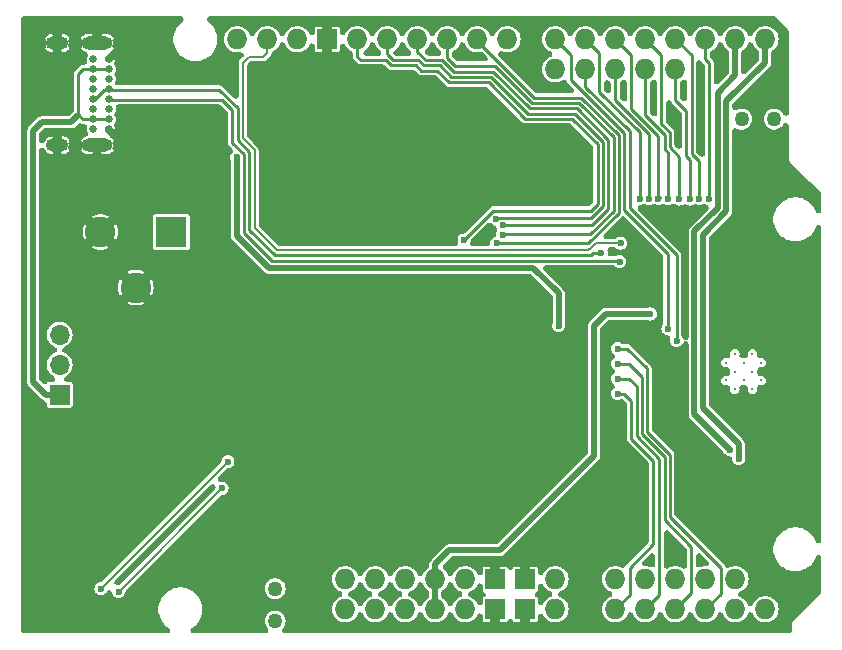
<source format=gbr>
%TF.GenerationSoftware,KiCad,Pcbnew,8.0.5*%
%TF.CreationDate,2024-10-15T22:54:42-04:00*%
%TF.ProjectId,ESP32-Uno-Board-v2,45535033-322d-4556-9e6f-2d426f617264,rev?*%
%TF.SameCoordinates,Original*%
%TF.FileFunction,Copper,L2,Bot*%
%TF.FilePolarity,Positive*%
%FSLAX46Y46*%
G04 Gerber Fmt 4.6, Leading zero omitted, Abs format (unit mm)*
G04 Created by KiCad (PCBNEW 8.0.5) date 2024-10-15 22:54:42*
%MOMM*%
%LPD*%
G01*
G04 APERTURE LIST*
%TA.AperFunction,ComponentPad*%
%ADD10O,1.727200X1.727200*%
%TD*%
%TA.AperFunction,ComponentPad*%
%ADD11R,1.727200X1.727200*%
%TD*%
%TA.AperFunction,ComponentPad*%
%ADD12C,1.270000*%
%TD*%
%TA.AperFunction,ComponentPad*%
%ADD13R,1.700000X1.700000*%
%TD*%
%TA.AperFunction,ComponentPad*%
%ADD14O,1.700000X1.700000*%
%TD*%
%TA.AperFunction,ComponentPad*%
%ADD15C,0.300000*%
%TD*%
%TA.AperFunction,ComponentPad*%
%ADD16R,2.600000X2.600000*%
%TD*%
%TA.AperFunction,ComponentPad*%
%ADD17C,2.600000*%
%TD*%
%TA.AperFunction,ComponentPad*%
%ADD18C,0.660400*%
%TD*%
%TA.AperFunction,ComponentPad*%
%ADD19O,1.905000X1.117600*%
%TD*%
%TA.AperFunction,ComponentPad*%
%ADD20O,2.616200X1.117600*%
%TD*%
%TA.AperFunction,ViaPad*%
%ADD21C,1.500000*%
%TD*%
%TA.AperFunction,ViaPad*%
%ADD22C,0.600000*%
%TD*%
%TA.AperFunction,Conductor*%
%ADD23C,0.500000*%
%TD*%
%TA.AperFunction,Conductor*%
%ADD24C,0.250000*%
%TD*%
%TA.AperFunction,Conductor*%
%ADD25C,0.200000*%
%TD*%
G04 APERTURE END LIST*
D10*
%TO.P,A2,3V3,3.3V*%
%TO.N,+3V3*%
X145560000Y-147710000D03*
X145560000Y-150250000D03*
%TO.P,A2,5V,5V*%
%TO.N,+5V*%
X148100000Y-147710000D03*
X148100000Y-150250000D03*
%TO.P,A2,A0,A0*%
%TO.N,/A0*%
X160800000Y-150250000D03*
%TO.P,A2,A1,A1*%
%TO.N,/A1*%
X163340000Y-150250000D03*
%TO.P,A2,A2,A2*%
%TO.N,/A2*%
X165880000Y-150250000D03*
%TO.P,A2,A3,A3*%
%TO.N,/A3*%
X168420000Y-150250000D03*
%TO.P,A2,A4,A4*%
%TO.N,/A4*%
X170960000Y-150250000D03*
%TO.P,A2,A5,A5*%
%TO.N,/A5*%
X173500000Y-150250000D03*
%TO.P,A2,AREF,AREF*%
%TO.N,unconnected-(A2-PadAREF)*%
X133876000Y-101990000D03*
%TO.P,A2,BOOT*%
%TO.N,N/C*%
X137940000Y-150250000D03*
%TO.P,A2,D0,D0/RX*%
%TO.N,/RX*%
X173500000Y-101990000D03*
%TO.P,A2,D1,D1/TX*%
%TO.N,/TX*%
X170960000Y-101990000D03*
%TO.P,A2,D2,D2*%
%TO.N,/GPIO4*%
X168420000Y-101990000D03*
%TO.P,A2,D3,D3*%
%TO.N,/GPIO5*%
X165880000Y-101990000D03*
%TO.P,A2,D4,D4*%
%TO.N,/GPIO7*%
X163340000Y-101990000D03*
%TO.P,A2,D5,D5*%
%TO.N,/GPIO16*%
X160800000Y-101990000D03*
%TO.P,A2,D6,D6*%
%TO.N,/GPIO18*%
X158260000Y-101990000D03*
%TO.P,A2,D7,D7*%
%TO.N,/GPIO2*%
X155720000Y-101990000D03*
%TO.P,A2,D8,D8*%
%TO.N,/GPIO46*%
X151656000Y-101990000D03*
%TO.P,A2,D9,D9*%
%TO.N,/GPIO14*%
X149116000Y-101990000D03*
%TO.P,A2,D10,D10*%
%TO.N,/GPIO21*%
X146576000Y-101990000D03*
%TO.P,A2,D11,D11*%
%TO.N,/GPIO47*%
X144036000Y-101990000D03*
%TO.P,A2,D12,D12*%
%TO.N,/GPIO48*%
X141496000Y-101990000D03*
%TO.P,A2,D13,D13*%
%TO.N,/GPIO45*%
X138956000Y-101990000D03*
%TO.P,A2,D14,D14*%
%TO.N,/GPIO6*%
X165880000Y-104530000D03*
%TO.P,A2,D15,D15*%
%TO.N,/GPIO15*%
X163340000Y-104530000D03*
%TO.P,A2,D16,D16*%
%TO.N,/GPIO17*%
X160800000Y-104530000D03*
%TO.P,A2,D17,D17*%
%TO.N,/GPIO1*%
X158260000Y-104530000D03*
%TO.P,A2,D18,D18*%
%TO.N,/GPIO3*%
X155720000Y-104530000D03*
%TO.P,A2,D19,D19*%
%TO.N,/GPIO42*%
X170960000Y-147710000D03*
%TO.P,A2,D20,D20*%
%TO.N,/GPIO41*%
X168420000Y-147710000D03*
%TO.P,A2,D21,D21*%
%TO.N,/GPIO40*%
X165880000Y-147710000D03*
%TO.P,A2,D22,D22*%
%TO.N,/GPIO39*%
X163340000Y-147710000D03*
%TO.P,A2,D23,D23*%
%TO.N,/GPIO38*%
X160800000Y-147710000D03*
D11*
%TO.P,A2,GND1,GNDA*%
%TO.N,GND*%
X136416000Y-101990000D03*
X150640000Y-150250000D03*
X153180000Y-150250000D03*
%TO.P,A2,GND2,GNDB*%
X150640000Y-147710000D03*
X153180000Y-147710000D03*
D10*
%TO.P,A2,IORF,IOREF*%
%TO.N,unconnected-(A2-IOREF-PadIORF)*%
X140480000Y-150250000D03*
%TO.P,A2,PWR1*%
%TO.N,N/C*%
X143020000Y-147710000D03*
%TO.P,A2,PWR2*%
X140480000Y-147710000D03*
%TO.P,A2,PWR3*%
X137940000Y-147710000D03*
%TO.P,A2,RST1,RESET*%
%TO.N,/GPIO0*%
X143020000Y-150250000D03*
%TO.P,A2,SCL,SCL*%
%TO.N,/SCL*%
X128796000Y-101990000D03*
%TO.P,A2,SDA,SDA*%
%TO.N,/SDA*%
X131336000Y-101990000D03*
%TO.P,A2,VIN,VIN*%
%TO.N,VIN*%
X155720000Y-147710000D03*
X155720000Y-150250000D03*
%TD*%
D12*
%TO.P,BTN2,5*%
%TO.N,N/C*%
X171499998Y-108750000D03*
%TO.P,BTN2,6*%
X174250000Y-108750000D03*
%TD*%
%TO.P,SW4,5*%
%TO.N,N/C*%
X132000000Y-148499998D03*
%TO.P,SW4,6*%
X132000000Y-151250000D03*
%TD*%
D13*
%TO.P,SW1,1,A*%
%TO.N,/VUSB*%
X113750000Y-132080000D03*
D14*
%TO.P,SW1,2,B*%
%TO.N,VCC*%
X113750000Y-129540000D03*
%TO.P,SW1,3,C*%
%TO.N,VDC*%
X113750000Y-127000000D03*
%TD*%
D15*
%TO.P,U1,41_10*%
%TO.N,N/C*%
X172410000Y-130125000D03*
%TO.P,U1,41_11*%
X172410000Y-128625000D03*
%TO.P,U1,41_12*%
X172410000Y-131625000D03*
%TO.P,U1,41_13*%
X170910000Y-128625000D03*
%TO.P,U1,41_14*%
X170910000Y-130125000D03*
%TO.P,U1,41_15*%
X170910000Y-131625000D03*
%TO.P,U1,41_16*%
X173160000Y-129375000D03*
%TO.P,U1,41_17*%
X173160000Y-130875000D03*
%TO.P,U1,41_18*%
X171660000Y-129375000D03*
%TO.P,U1,41_19*%
X171660000Y-130875000D03*
%TO.P,U1,41_20*%
X170160000Y-129375000D03*
%TO.P,U1,41_21*%
X170160000Y-130875000D03*
%TD*%
D16*
%TO.P,J2,1*%
%TO.N,VIN*%
X123200000Y-118310000D03*
D17*
%TO.P,J2,2*%
%TO.N,GND*%
X117200000Y-118310000D03*
%TO.P,J2,3*%
X120200000Y-123010000D03*
%TD*%
D18*
%TO.P,J1,A1,GND*%
%TO.N,GND*%
X117917566Y-103664444D03*
%TO.P,J1,A4,VBUS*%
%TO.N,/VUSB*%
X117917566Y-104514445D03*
%TO.P,J1,A5,CC1*%
%TO.N,/CC1*%
X117917566Y-105364443D03*
%TO.P,J1,A6,D+*%
%TO.N,/USB_D+*%
X117917566Y-106214444D03*
%TO.P,J1,A7,D-*%
%TO.N,/USB_D-*%
X117917566Y-107064445D03*
%TO.P,J1,A8,SBU1*%
%TO.N,unconnected-(J1-SBU1-PadA8)*%
X117917566Y-107914446D03*
%TO.P,J1,A9,VBUS*%
%TO.N,/VUSB*%
X117917566Y-108764444D03*
%TO.P,J1,A12,GND*%
%TO.N,GND*%
X117917566Y-109614445D03*
%TO.P,J1,B1,GND*%
X116567566Y-109614445D03*
%TO.P,J1,B4,VBUS*%
%TO.N,/VUSB*%
X116567566Y-108764444D03*
%TO.P,J1,B5,CC2*%
%TO.N,/CC2*%
X116567566Y-107914446D03*
%TO.P,J1,B6,D+*%
%TO.N,/USB_D+*%
X116567566Y-107064445D03*
%TO.P,J1,B7,D-*%
%TO.N,/USB_D-*%
X116567566Y-106214444D03*
%TO.P,J1,B8,SBU2*%
%TO.N,unconnected-(J1-SBU2-PadB8)*%
X116567566Y-105364443D03*
%TO.P,J1,B9,VBUS*%
%TO.N,/VUSB*%
X116567566Y-104514445D03*
%TO.P,J1,B12,GND*%
%TO.N,GND*%
X116567566Y-103664444D03*
D19*
%TO.P,J1,S1,SHIELD*%
X113552566Y-102314459D03*
%TO.P,J1,S2,SHIELD*%
X113552566Y-110964429D03*
D20*
%TO.P,J1,S3,SHIELD*%
X116937565Y-102314444D03*
%TO.P,J1,S4,SHIELD*%
X116937566Y-110964429D03*
%TD*%
D21*
%TO.N,GND*%
X139113452Y-126120000D03*
X143780119Y-126120000D03*
X141446785Y-126120000D03*
X136780119Y-126120000D03*
X176250000Y-132500000D03*
X176250000Y-127833333D03*
X176250000Y-130166667D03*
X176250000Y-134833333D03*
X116250000Y-143083333D03*
X116250000Y-138416666D03*
X116250000Y-140750000D03*
X116250000Y-145416666D03*
X144250000Y-140250000D03*
X141916666Y-140250000D03*
X139583333Y-140250000D03*
X137250000Y-140250000D03*
D22*
%TO.N,+3V3*%
X163750000Y-125250000D03*
%TO.N,/GPIO7*%
X166224101Y-115525899D03*
%TO.N,/GPIO4*%
X168750000Y-115500000D03*
%TO.N,/USB_D+*%
X159625000Y-120125000D03*
%TO.N,/GPIO16*%
X164449997Y-115500000D03*
%TO.N,/GPIO21*%
X151249839Y-118541048D03*
%TO.N,/GPIO45*%
X147992220Y-118992220D03*
%TO.N,/A0*%
X160995000Y-131995000D03*
%TO.N,/GPIO17*%
X163649994Y-115500000D03*
%TO.N,/GPIO6*%
X167106801Y-115526040D03*
%TO.N,/GPIO14*%
X150750000Y-119275000D03*
%TO.N,/GPIO48*%
X150681332Y-117181391D03*
%TO.N,/A3*%
X161000000Y-128185000D03*
%TO.N,/GPIO1*%
X166000000Y-127500000D03*
%TO.N,/GPIO18*%
X162849991Y-115500000D03*
%TO.N,/GPIO15*%
X165250000Y-115500000D03*
%TO.N,/GPIO5*%
X167906771Y-115500000D03*
%TO.N,/GPIO47*%
X151252983Y-117741051D03*
%TO.N,/A1*%
X161000000Y-130725000D03*
%TO.N,/GPIO2*%
X165250000Y-126500000D03*
%TO.N,/A2*%
X161000000Y-129455000D03*
%TO.N,/USB_D-*%
X161170000Y-120830000D03*
%TO.N,/TX*%
X170500000Y-136750000D03*
%TO.N,/RX*%
X171250000Y-137500000D03*
%TO.N,/SDA*%
X161250000Y-119250000D03*
%TO.N,/SCL*%
X128750000Y-112000000D03*
X156000000Y-126250000D03*
%TO.N,Net-(D2-A)*%
X118750000Y-148750000D03*
X127500000Y-140000000D03*
%TO.N,Net-(D3-A)*%
X128000000Y-137750000D03*
X117250000Y-148497017D03*
%TD*%
D23*
%TO.N,+3V3*%
X160000000Y-125250000D02*
X159000000Y-126250000D01*
X145560000Y-147710000D02*
X145542000Y-147728000D01*
X159000000Y-137250000D02*
X151000000Y-145250000D01*
X146750000Y-145250000D02*
X145560000Y-146440000D01*
X151000000Y-145250000D02*
X146750000Y-145250000D01*
X145542000Y-147728000D02*
X145542000Y-150368000D01*
X159000000Y-126250000D02*
X159000000Y-137250000D01*
X163750000Y-125250000D02*
X160000000Y-125250000D01*
X145560000Y-146440000D02*
X145560000Y-147710000D01*
D24*
%TO.N,/GPIO7*%
X163340000Y-101990000D02*
X164691400Y-103341400D01*
X165430000Y-111134416D02*
X166224101Y-111928517D01*
X164691400Y-109145816D02*
X165430000Y-109884416D01*
X166224101Y-115525899D02*
X166250000Y-115500000D01*
X165430000Y-109884416D02*
X165430000Y-111134416D01*
X164691400Y-103341400D02*
X164691400Y-109145816D01*
X166224101Y-111928517D02*
X166224101Y-115525899D01*
D23*
%TO.N,/GPIO4*%
X168365041Y-102144959D02*
X168402000Y-102108000D01*
D24*
X168420000Y-101990000D02*
X168420000Y-103670000D01*
X168750000Y-104000000D02*
X168750000Y-115500000D01*
X168420000Y-103670000D02*
X168750000Y-104000000D01*
%TO.N,/USB_D+*%
X117494159Y-106274444D02*
X116644158Y-107124445D01*
X116644158Y-107124445D02*
X116567566Y-107124445D01*
X128825000Y-107825000D02*
X127274444Y-106274444D01*
X158700000Y-120300000D02*
X131948959Y-120300000D01*
X128825000Y-110554720D02*
X128825000Y-107825000D01*
X158875000Y-120125000D02*
X158700000Y-120300000D01*
X127274444Y-106274444D02*
X117494159Y-106274444D01*
X129825000Y-111554720D02*
X128825000Y-110554720D01*
X131948959Y-120300000D02*
X129825000Y-118176041D01*
X129825000Y-118176041D02*
X129825000Y-111554720D01*
X159625000Y-120125000D02*
X158875000Y-120125000D01*
%TO.N,/GPIO16*%
X162151400Y-107878608D02*
X164449997Y-110177205D01*
X162151400Y-103341400D02*
X162151400Y-107878608D01*
X164449997Y-110177205D02*
X164449997Y-115500000D01*
X160800000Y-101990000D02*
X162151400Y-103341400D01*
D23*
X164449997Y-115500000D02*
X164500000Y-115449997D01*
D24*
%TO.N,/GPIO21*%
X158664035Y-118500000D02*
X160650000Y-116514035D01*
X147250000Y-104250000D02*
X146576000Y-103576000D01*
X160650000Y-116514035D02*
X160650000Y-110309188D01*
X151249839Y-118541048D02*
X151290887Y-118500000D01*
X153750000Y-107386396D02*
X150613604Y-104250000D01*
X151290887Y-118500000D02*
X158664035Y-118500000D01*
X157727208Y-107386396D02*
X153750000Y-107386396D01*
X150613604Y-104250000D02*
X147250000Y-104250000D01*
X146576000Y-103576000D02*
X146576000Y-101990000D01*
X160650000Y-110309188D02*
X157727208Y-107386396D01*
%TO.N,/GPIO45*%
X150104416Y-105650000D02*
X146740812Y-105650000D01*
X143927208Y-104200000D02*
X141813604Y-104200000D01*
X157168020Y-108736396D02*
X153190812Y-108736396D01*
X145740812Y-104650000D02*
X144377208Y-104650000D01*
X141363604Y-103750000D02*
X139250000Y-103750000D01*
X150478839Y-116500000D02*
X158754847Y-116500000D01*
X147992220Y-118992220D02*
X150056332Y-116928108D01*
X158754847Y-116500000D02*
X159300000Y-115954847D01*
X159300000Y-110868376D02*
X157168020Y-108736396D01*
X144377208Y-104650000D02*
X143927208Y-104200000D01*
X159300000Y-115954847D02*
X159300000Y-110868376D01*
X141813604Y-104200000D02*
X141363604Y-103750000D01*
X150056332Y-116922507D02*
X150478839Y-116500000D01*
X153190812Y-108736396D02*
X150104416Y-105650000D01*
X150056332Y-116928108D02*
X150056332Y-116922507D01*
X139250000Y-103750000D02*
X138956000Y-103456000D01*
X146740812Y-105650000D02*
X145740812Y-104650000D01*
X138956000Y-103456000D02*
X138956000Y-101990000D01*
%TO.N,/A0*%
X162150000Y-135809188D02*
X162150000Y-132650000D01*
X162000000Y-146750000D02*
X164000000Y-144750000D01*
X164000000Y-137659188D02*
X162150000Y-135809188D01*
X164000000Y-144750000D02*
X164000000Y-137659188D01*
X162000000Y-149050000D02*
X162000000Y-146750000D01*
X162150000Y-132650000D02*
X161495000Y-131995000D01*
X161495000Y-131995000D02*
X160995000Y-131995000D01*
X160800000Y-150250000D02*
X162000000Y-149050000D01*
%TO.N,/GPIO17*%
X163649994Y-110013598D02*
X163649994Y-115500000D01*
X160800000Y-107163604D02*
X163649994Y-110013598D01*
X160800000Y-104530000D02*
X160800000Y-107163604D01*
%TO.N,/GPIO6*%
X167106801Y-112174821D02*
X167106801Y-115526040D01*
X165880000Y-104530000D02*
X165880000Y-107130000D01*
X166800000Y-111868020D02*
X167106801Y-112174821D01*
X167106801Y-115526040D02*
X167000000Y-115419239D01*
X166800000Y-108050000D02*
X166800000Y-111868020D01*
X165880000Y-107130000D02*
X166800000Y-108050000D01*
%TO.N,/GPIO14*%
X153936396Y-106936396D02*
X149116000Y-102116000D01*
X158525431Y-119275000D02*
X161100000Y-116700431D01*
X150750000Y-119275000D02*
X158525431Y-119275000D01*
X161100000Y-116700431D02*
X161100000Y-110122792D01*
X161100000Y-110122792D02*
X157913604Y-106936396D01*
X157913604Y-106936396D02*
X153936396Y-106936396D01*
X149116000Y-102116000D02*
X149116000Y-101990000D01*
%TO.N,/GPIO48*%
X159750000Y-116141243D02*
X159750000Y-110681980D01*
X150290812Y-105200000D02*
X146927208Y-105200000D01*
X142000000Y-103750000D02*
X141496000Y-103246000D01*
X144113604Y-103750000D02*
X142000000Y-103750000D01*
X150681332Y-117181391D02*
X150746672Y-117116051D01*
X158775192Y-117116051D02*
X159750000Y-116141243D01*
X150746672Y-117116051D02*
X158775192Y-117116051D01*
X145927208Y-104200000D02*
X144563604Y-104200000D01*
X146927208Y-105200000D02*
X145927208Y-104200000D01*
X144563604Y-104200000D02*
X144113604Y-103750000D01*
X157354416Y-108286396D02*
X153377208Y-108286396D01*
X153377208Y-108286396D02*
X150290812Y-105200000D01*
X141496000Y-103246000D02*
X141496000Y-101990000D01*
X159750000Y-110681980D02*
X157354416Y-108286396D01*
%TO.N,/A3*%
X168420000Y-150250000D02*
X169750000Y-148920000D01*
X161821396Y-128185000D02*
X161000000Y-128185000D01*
X169750000Y-148920000D02*
X169750000Y-146750000D01*
X163500000Y-129863604D02*
X161821396Y-128185000D01*
X169750000Y-146750000D02*
X165428600Y-142428600D01*
X165428600Y-142428600D02*
X165428600Y-137178600D01*
X163500000Y-135250000D02*
X163500000Y-129863604D01*
X165428600Y-137178600D02*
X163500000Y-135250000D01*
%TO.N,/GPIO1*%
X162000000Y-109750000D02*
X158250000Y-106000000D01*
X162000000Y-116250000D02*
X162000000Y-109750000D01*
X158250000Y-106000000D02*
X158250000Y-104540000D01*
X166000000Y-120250000D02*
X162000000Y-116250000D01*
X166000000Y-127500000D02*
X166000000Y-120250000D01*
X158250000Y-104540000D02*
X158260000Y-104530000D01*
%TO.N,/GPIO18*%
X159448600Y-103178600D02*
X159448600Y-106448600D01*
X159448600Y-106448600D02*
X162849991Y-109849991D01*
X158260000Y-101990000D02*
X159448600Y-103178600D01*
X162849991Y-109849991D02*
X162849991Y-115500000D01*
%TO.N,/GPIO15*%
X164980000Y-111320812D02*
X165250000Y-111590812D01*
X163340000Y-104530000D02*
X163340000Y-108430812D01*
X163340000Y-108430812D02*
X164980000Y-110070812D01*
X165250000Y-111590812D02*
X165250000Y-115500000D01*
X164980000Y-110070812D02*
X164980000Y-111320812D01*
%TO.N,/GPIO5*%
X167250000Y-111681624D02*
X167906771Y-112338395D01*
D23*
X165862000Y-102351950D02*
X165862000Y-102108000D01*
D24*
X167906771Y-112338395D02*
X167906771Y-115500000D01*
X167250000Y-103360000D02*
X167250000Y-111681624D01*
X165880000Y-101990000D02*
X167250000Y-103360000D01*
%TO.N,/GPIO47*%
X144750000Y-103750000D02*
X144036000Y-103036000D01*
X146113604Y-103750000D02*
X144750000Y-103750000D01*
X150477208Y-104750000D02*
X147113604Y-104750000D01*
X151252983Y-117741051D02*
X158786588Y-117741051D01*
X160200000Y-116327639D02*
X160200000Y-110495584D01*
X158786588Y-117741051D02*
X160200000Y-116327639D01*
X144036000Y-103036000D02*
X144036000Y-101990000D01*
X147113604Y-104750000D02*
X146113604Y-103750000D01*
X157540812Y-107836396D02*
X153563604Y-107836396D01*
X153563604Y-107836396D02*
X150477208Y-104750000D01*
X160200000Y-110495584D02*
X157540812Y-107836396D01*
%TO.N,/A1*%
X162600000Y-131350000D02*
X161975000Y-130725000D01*
X163340000Y-150250000D02*
X164528600Y-149061400D01*
X164528600Y-137551392D02*
X162600000Y-135622792D01*
X164528600Y-149061400D02*
X164528600Y-137551392D01*
X161975000Y-130725000D02*
X161000000Y-130725000D01*
X162600000Y-135622792D02*
X162600000Y-131350000D01*
%TO.N,/GPIO2*%
X161550000Y-109936396D02*
X161550000Y-116436396D01*
X165250000Y-120136396D02*
X165250000Y-126500000D01*
X155720000Y-101990000D02*
X157071400Y-103341400D01*
X157071400Y-105457796D02*
X161550000Y-109936396D01*
X157071400Y-103341400D02*
X157071400Y-105457796D01*
X161550000Y-116436396D02*
X165250000Y-120136396D01*
%TO.N,/A2*%
X163050000Y-135436396D02*
X163050000Y-130550000D01*
X161955000Y-129455000D02*
X161000000Y-129455000D01*
X164978600Y-142728600D02*
X164978600Y-137364996D01*
X167231400Y-148898600D02*
X167231400Y-144981400D01*
X165880000Y-150250000D02*
X167231400Y-148898600D01*
X163050000Y-130550000D02*
X161955000Y-129455000D01*
X167231400Y-144981400D02*
X164978600Y-142728600D01*
X164978600Y-137364996D02*
X163050000Y-135436396D01*
%TO.N,/USB_D-*%
X127488049Y-107124445D02*
X117917566Y-107124445D01*
X128375000Y-110741116D02*
X128375000Y-108011396D01*
X131762563Y-120750000D02*
X129375000Y-118362437D01*
X129375000Y-118362437D02*
X129375000Y-111741116D01*
X161090000Y-120750000D02*
X131762563Y-120750000D01*
X129375000Y-111741116D02*
X128375000Y-110741116D01*
X128375000Y-108011396D02*
X127488049Y-107124445D01*
X161170000Y-120830000D02*
X161090000Y-120750000D01*
%TO.N,/VUSB*%
X115690000Y-108764444D02*
X115337778Y-108412222D01*
D23*
X111500000Y-131000000D02*
X112580000Y-132080000D01*
D24*
X117857566Y-108764444D02*
X115690000Y-108764444D01*
D23*
X111500000Y-109750000D02*
X111500000Y-131000000D01*
X112580000Y-132080000D02*
X113750000Y-132080000D01*
X112250000Y-109000000D02*
X111500000Y-109750000D01*
X114750000Y-109000000D02*
X112250000Y-109000000D01*
D24*
X115337778Y-104912222D02*
X115337778Y-108412222D01*
X117917566Y-104514445D02*
X115735555Y-104514445D01*
D23*
X115337778Y-108412222D02*
X114750000Y-109000000D01*
D24*
X115735555Y-104514445D02*
X115337778Y-104912222D01*
D23*
%TO.N,/TX*%
X167500000Y-118250000D02*
X169500000Y-116250000D01*
X170942000Y-105058000D02*
X170942000Y-102108000D01*
X167500000Y-133750000D02*
X167500000Y-118250000D01*
X169500000Y-116250000D02*
X169500000Y-106500000D01*
X169500000Y-106500000D02*
X170942000Y-105058000D01*
X170500000Y-136750000D02*
X167500000Y-133750000D01*
%TO.N,/RX*%
X168200000Y-133200000D02*
X168200000Y-118539950D01*
X170200000Y-116539950D02*
X170200000Y-107250000D01*
X171250000Y-137500000D02*
X171250000Y-136250000D01*
X171250000Y-136250000D02*
X168200000Y-133200000D01*
X168200000Y-118539950D02*
X170200000Y-116539950D01*
X173482000Y-103968000D02*
X173482000Y-102108000D01*
X170200000Y-107250000D02*
X173482000Y-103968000D01*
D25*
%TO.N,/SDA*%
X129750000Y-103500000D02*
X129250000Y-104000000D01*
X132125000Y-119875000D02*
X158523959Y-119875000D01*
X129250000Y-110378680D02*
X130250000Y-111378680D01*
X159151471Y-119250000D02*
X161250000Y-119250000D01*
X130250000Y-118000000D02*
X132125000Y-119875000D01*
X130250000Y-111378680D02*
X130250000Y-118000000D01*
X131336000Y-101990000D02*
X131336000Y-103164000D01*
X129250000Y-104000000D02*
X129250000Y-110378680D01*
X158523959Y-119875000D02*
X158698959Y-119700000D01*
X158698959Y-119700000D02*
X158701471Y-119700000D01*
X131000000Y-103500000D02*
X129750000Y-103500000D01*
X131336000Y-103164000D02*
X131000000Y-103500000D01*
X158701471Y-119700000D02*
X159151471Y-119250000D01*
D23*
%TO.N,/SCL*%
X128750000Y-118625000D02*
X128750000Y-112000000D01*
X156000000Y-123500000D02*
X153825000Y-121325000D01*
X153825000Y-121325000D02*
X131450000Y-121325000D01*
X156000000Y-126250000D02*
X156000000Y-123500000D01*
X131450000Y-121325000D02*
X128750000Y-118625000D01*
D25*
%TO.N,Net-(D2-A)*%
X118750000Y-148750000D02*
X127500000Y-140000000D01*
%TO.N,Net-(D3-A)*%
X117250000Y-148497017D02*
X117988068Y-147758949D01*
X117988068Y-147758949D02*
X117991051Y-147758949D01*
X117991051Y-147758949D02*
X128000000Y-137750000D01*
%TD*%
%TA.AperFunction,Conductor*%
%TO.N,GND*%
G36*
X150210375Y-117522482D02*
G01*
X150274699Y-117565461D01*
X150275762Y-117564077D01*
X150403703Y-117662249D01*
X150403710Y-117662254D01*
X150467315Y-117688599D01*
X150537623Y-117717721D01*
X150537634Y-117717722D01*
X150543411Y-117719271D01*
X150630548Y-117762239D01*
X150694609Y-117835282D01*
X150709085Y-117870229D01*
X150710407Y-117869682D01*
X150778367Y-118033754D01*
X150776367Y-118034582D01*
X150800551Y-118105819D01*
X150794199Y-118202766D01*
X150769326Y-118262820D01*
X150768976Y-118263424D01*
X150713510Y-118397333D01*
X150713510Y-118397335D01*
X150713509Y-118397337D01*
X150713509Y-118397339D01*
X150694589Y-118541048D01*
X150692459Y-118557229D01*
X150690365Y-118556953D01*
X150675635Y-118631006D01*
X150621659Y-118711788D01*
X150540878Y-118765764D01*
X150472374Y-118794139D01*
X150472371Y-118794141D01*
X150357383Y-118882374D01*
X150357374Y-118882383D01*
X150269141Y-118997371D01*
X150269136Y-118997378D01*
X150213671Y-119131285D01*
X150213671Y-119131287D01*
X150213670Y-119131289D01*
X150213670Y-119131291D01*
X150195429Y-119269845D01*
X150194750Y-119275002D01*
X150194750Y-119275500D01*
X150194556Y-119276473D01*
X150192620Y-119291181D01*
X150191656Y-119291054D01*
X150175796Y-119370788D01*
X150121820Y-119451570D01*
X150041038Y-119505546D01*
X149945750Y-119524500D01*
X148740254Y-119524500D01*
X148644966Y-119505546D01*
X148564184Y-119451570D01*
X148510208Y-119370788D01*
X148491254Y-119275500D01*
X148510207Y-119180214D01*
X148528549Y-119135931D01*
X148528548Y-119135931D01*
X148528550Y-119135929D01*
X148540108Y-119048132D01*
X148571336Y-118956139D01*
X148610903Y-118904572D01*
X149939020Y-117576455D01*
X150019799Y-117522482D01*
X150115087Y-117503528D01*
X150210375Y-117522482D01*
G37*
%TD.AperFunction*%
%TD*%
%TA.AperFunction,NonConductor*%
G36*
X124102617Y-100059454D02*
G01*
X124183399Y-100113430D01*
X124237375Y-100194212D01*
X124256329Y-100289500D01*
X124237375Y-100384788D01*
X124183399Y-100465570D01*
X124158910Y-100487045D01*
X124017268Y-100595729D01*
X124017258Y-100595738D01*
X123845738Y-100767258D01*
X123845729Y-100767268D01*
X123698064Y-100959710D01*
X123698062Y-100959714D01*
X123576778Y-101169782D01*
X123576770Y-101169798D01*
X123483948Y-101393894D01*
X123483940Y-101393917D01*
X123421163Y-101628204D01*
X123421162Y-101628209D01*
X123389500Y-101868712D01*
X123389500Y-102111287D01*
X123421162Y-102351790D01*
X123421163Y-102351795D01*
X123483940Y-102586082D01*
X123483948Y-102586105D01*
X123576770Y-102810201D01*
X123576778Y-102810217D01*
X123698058Y-103020279D01*
X123698064Y-103020289D01*
X123845729Y-103212731D01*
X123845738Y-103212741D01*
X124017258Y-103384261D01*
X124017268Y-103384270D01*
X124064436Y-103420463D01*
X124209711Y-103531936D01*
X124209720Y-103531941D01*
X124419782Y-103653221D01*
X124419798Y-103653229D01*
X124544456Y-103704863D01*
X124643900Y-103746054D01*
X124643911Y-103746057D01*
X124643917Y-103746059D01*
X124788441Y-103784784D01*
X124878211Y-103808838D01*
X125118712Y-103840500D01*
X125361288Y-103840500D01*
X125601789Y-103808838D01*
X125810797Y-103752834D01*
X125836082Y-103746059D01*
X125836084Y-103746058D01*
X125836100Y-103746054D01*
X126011537Y-103673386D01*
X126060201Y-103653229D01*
X126060206Y-103653226D01*
X126060212Y-103653224D01*
X126270289Y-103531936D01*
X126462738Y-103384265D01*
X126634265Y-103212738D01*
X126781936Y-103020289D01*
X126903224Y-102810212D01*
X126908216Y-102798162D01*
X126967340Y-102655421D01*
X126996054Y-102586100D01*
X126997956Y-102579004D01*
X127018055Y-102503991D01*
X127058838Y-102351789D01*
X127090500Y-102111288D01*
X127090500Y-101868712D01*
X127058838Y-101628211D01*
X127018055Y-101476007D01*
X126996059Y-101393917D01*
X126996057Y-101393911D01*
X126996054Y-101393900D01*
X126938589Y-101255166D01*
X126903229Y-101169798D01*
X126903221Y-101169782D01*
X126781938Y-100959714D01*
X126781935Y-100959710D01*
X126781930Y-100959704D01*
X126634265Y-100767262D01*
X126462738Y-100595735D01*
X126462735Y-100595733D01*
X126462731Y-100595729D01*
X126321090Y-100487045D01*
X126257031Y-100414001D01*
X126225801Y-100322002D01*
X126232155Y-100225055D01*
X126275126Y-100137919D01*
X126348170Y-100073860D01*
X126440169Y-100042630D01*
X126472671Y-100040500D01*
X174189546Y-100040500D01*
X174284834Y-100059454D01*
X174365616Y-100113430D01*
X175426570Y-101174384D01*
X175480546Y-101255166D01*
X175499500Y-101350454D01*
X175499500Y-108213915D01*
X175480546Y-108309203D01*
X175426570Y-108389985D01*
X175345788Y-108443961D01*
X175250500Y-108462915D01*
X175155212Y-108443961D01*
X175074430Y-108389985D01*
X175034860Y-108338415D01*
X174970333Y-108226652D01*
X174970332Y-108226650D01*
X174903871Y-108152838D01*
X174845779Y-108088320D01*
X174695189Y-107978910D01*
X174593985Y-107933851D01*
X174525143Y-107903200D01*
X174525138Y-107903199D01*
X174343070Y-107864500D01*
X174156930Y-107864500D01*
X173974861Y-107903199D01*
X173974856Y-107903200D01*
X173804809Y-107978911D01*
X173654223Y-108088318D01*
X173529667Y-108226650D01*
X173529666Y-108226652D01*
X173436598Y-108387851D01*
X173379079Y-108564877D01*
X173379079Y-108564878D01*
X173359622Y-108750000D01*
X173379079Y-108935121D01*
X173379079Y-108935122D01*
X173436598Y-109112148D01*
X173529666Y-109273347D01*
X173529667Y-109273349D01*
X173529669Y-109273351D01*
X173654221Y-109411680D01*
X173804811Y-109521090D01*
X173974858Y-109596800D01*
X174156930Y-109635500D01*
X174343069Y-109635500D01*
X174343070Y-109635500D01*
X174525142Y-109596800D01*
X174695189Y-109521090D01*
X174845779Y-109411680D01*
X174970331Y-109273351D01*
X175034861Y-109161581D01*
X175098918Y-109088539D01*
X175186054Y-109045569D01*
X175283001Y-109039214D01*
X175375000Y-109070443D01*
X175448045Y-109134502D01*
X175491015Y-109221638D01*
X175499500Y-109286084D01*
X175499500Y-112105892D01*
X175533606Y-112233181D01*
X175533607Y-112233183D01*
X175533608Y-112233186D01*
X175599500Y-112347314D01*
X177292246Y-114040059D01*
X178176570Y-114924383D01*
X178230546Y-115005165D01*
X178249500Y-115100453D01*
X178249500Y-116476808D01*
X178230546Y-116572096D01*
X178176570Y-116652878D01*
X178095788Y-116706854D01*
X178000500Y-116725808D01*
X177905212Y-116706854D01*
X177824430Y-116652878D01*
X177770454Y-116572096D01*
X177770454Y-116572095D01*
X177703229Y-116409798D01*
X177703221Y-116409782D01*
X177581941Y-116199720D01*
X177581935Y-116199710D01*
X177581792Y-116199524D01*
X177491068Y-116081289D01*
X177434270Y-116007268D01*
X177434261Y-116007258D01*
X177262741Y-115835738D01*
X177262731Y-115835729D01*
X177070289Y-115688064D01*
X177070279Y-115688058D01*
X176860217Y-115566778D01*
X176860201Y-115566770D01*
X176636105Y-115473948D01*
X176636103Y-115473947D01*
X176636100Y-115473946D01*
X176636096Y-115473945D01*
X176636082Y-115473940D01*
X176401795Y-115411163D01*
X176401790Y-115411162D01*
X176161288Y-115379500D01*
X175918712Y-115379500D01*
X175678209Y-115411162D01*
X175678204Y-115411163D01*
X175443917Y-115473940D01*
X175443894Y-115473948D01*
X175219798Y-115566770D01*
X175219782Y-115566778D01*
X175009720Y-115688058D01*
X175009710Y-115688064D01*
X174817268Y-115835729D01*
X174817258Y-115835738D01*
X174645738Y-116007258D01*
X174645729Y-116007268D01*
X174498064Y-116199710D01*
X174498058Y-116199720D01*
X174376778Y-116409782D01*
X174376770Y-116409798D01*
X174283948Y-116633894D01*
X174283940Y-116633917D01*
X174221163Y-116868204D01*
X174221162Y-116868209D01*
X174189500Y-117108712D01*
X174189500Y-117351287D01*
X174221162Y-117591790D01*
X174221163Y-117591795D01*
X174283940Y-117826082D01*
X174283948Y-117826105D01*
X174376770Y-118050201D01*
X174376778Y-118050217D01*
X174498058Y-118260279D01*
X174498064Y-118260289D01*
X174645729Y-118452731D01*
X174645738Y-118452741D01*
X174817258Y-118624261D01*
X174817268Y-118624270D01*
X174938491Y-118717287D01*
X175009711Y-118771936D01*
X175009720Y-118771941D01*
X175219782Y-118893221D01*
X175219798Y-118893229D01*
X175359858Y-118951242D01*
X175443900Y-118986054D01*
X175443911Y-118986057D01*
X175443917Y-118986059D01*
X175594360Y-119026370D01*
X175678211Y-119048838D01*
X175918712Y-119080500D01*
X176161288Y-119080500D01*
X176401789Y-119048838D01*
X176593865Y-118997371D01*
X176636082Y-118986059D01*
X176636084Y-118986058D01*
X176636100Y-118986054D01*
X176817198Y-118911041D01*
X176860201Y-118893229D01*
X176860206Y-118893226D01*
X176860212Y-118893224D01*
X177070289Y-118771936D01*
X177262738Y-118624265D01*
X177434265Y-118452738D01*
X177581936Y-118260289D01*
X177703224Y-118050212D01*
X177770455Y-117887902D01*
X177824429Y-117807122D01*
X177905211Y-117753145D01*
X178000499Y-117734191D01*
X178095787Y-117753145D01*
X178176569Y-117807120D01*
X178230546Y-117887902D01*
X178249500Y-117983190D01*
X178249500Y-144416808D01*
X178230546Y-144512096D01*
X178176570Y-144592878D01*
X178095788Y-144646854D01*
X178000500Y-144665808D01*
X177905212Y-144646854D01*
X177824430Y-144592878D01*
X177770454Y-144512096D01*
X177770454Y-144512095D01*
X177703229Y-144349798D01*
X177703221Y-144349782D01*
X177581941Y-144139720D01*
X177581935Y-144139710D01*
X177434270Y-143947268D01*
X177434261Y-143947258D01*
X177262741Y-143775738D01*
X177262731Y-143775729D01*
X177070289Y-143628064D01*
X177070279Y-143628058D01*
X176860217Y-143506778D01*
X176860201Y-143506770D01*
X176636105Y-143413948D01*
X176636103Y-143413947D01*
X176636100Y-143413946D01*
X176636096Y-143413945D01*
X176636082Y-143413940D01*
X176401795Y-143351163D01*
X176401790Y-143351162D01*
X176161288Y-143319500D01*
X175918712Y-143319500D01*
X175678209Y-143351162D01*
X175678204Y-143351163D01*
X175443917Y-143413940D01*
X175443894Y-143413948D01*
X175219798Y-143506770D01*
X175219782Y-143506778D01*
X175009720Y-143628058D01*
X175009710Y-143628064D01*
X174817268Y-143775729D01*
X174817258Y-143775738D01*
X174645738Y-143947258D01*
X174645729Y-143947268D01*
X174498064Y-144139710D01*
X174498058Y-144139720D01*
X174376778Y-144349782D01*
X174376770Y-144349798D01*
X174283948Y-144573894D01*
X174283940Y-144573917D01*
X174221163Y-144808204D01*
X174221162Y-144808209D01*
X174189500Y-145048712D01*
X174189500Y-145291287D01*
X174221162Y-145531790D01*
X174221163Y-145531795D01*
X174283940Y-145766082D01*
X174283948Y-145766105D01*
X174376770Y-145990201D01*
X174376778Y-145990217D01*
X174498058Y-146200279D01*
X174498064Y-146200289D01*
X174645729Y-146392731D01*
X174645738Y-146392741D01*
X174817258Y-146564261D01*
X174817268Y-146564270D01*
X174919598Y-146642790D01*
X175009711Y-146711936D01*
X175012517Y-146713556D01*
X175219782Y-146833221D01*
X175219798Y-146833229D01*
X175358441Y-146890656D01*
X175443900Y-146926054D01*
X175443911Y-146926057D01*
X175443917Y-146926059D01*
X175594248Y-146966340D01*
X175678211Y-146988838D01*
X175918712Y-147020500D01*
X176161288Y-147020500D01*
X176401789Y-146988838D01*
X176570327Y-146943678D01*
X176636082Y-146926059D01*
X176636084Y-146926058D01*
X176636100Y-146926054D01*
X176787766Y-146863231D01*
X176860201Y-146833229D01*
X176860206Y-146833226D01*
X176860212Y-146833224D01*
X177070289Y-146711936D01*
X177262738Y-146564265D01*
X177434265Y-146392738D01*
X177581936Y-146200289D01*
X177703224Y-145990212D01*
X177770455Y-145827902D01*
X177824429Y-145747122D01*
X177905211Y-145693145D01*
X178000499Y-145674191D01*
X178095787Y-145693145D01*
X178176569Y-145747120D01*
X178230546Y-145827902D01*
X178249500Y-145923190D01*
X178249500Y-148729546D01*
X178230546Y-148824834D01*
X178176570Y-148905616D01*
X175942686Y-151139500D01*
X175942685Y-151139499D01*
X175849502Y-151232683D01*
X175849501Y-151232683D01*
X175783606Y-151346818D01*
X175749500Y-151474107D01*
X175749500Y-152040500D01*
X175730546Y-152135788D01*
X175676570Y-152216570D01*
X175595788Y-152270546D01*
X175500500Y-152289500D01*
X132814851Y-152289500D01*
X132719563Y-152270546D01*
X132638781Y-152216570D01*
X132584805Y-152135788D01*
X132565851Y-152040500D01*
X132584805Y-151945212D01*
X132629809Y-151873886D01*
X132673952Y-151824860D01*
X132720331Y-151773351D01*
X132813401Y-151612149D01*
X132870921Y-151435120D01*
X132890378Y-151250000D01*
X132870921Y-151064880D01*
X132813401Y-150887851D01*
X132785199Y-150839004D01*
X132720333Y-150726652D01*
X132720332Y-150726650D01*
X132678027Y-150679666D01*
X132595779Y-150588320D01*
X132445189Y-150478910D01*
X132350853Y-150436908D01*
X132275143Y-150403200D01*
X132275138Y-150403199D01*
X132093070Y-150364500D01*
X131906930Y-150364500D01*
X131724861Y-150403199D01*
X131724856Y-150403200D01*
X131554809Y-150478911D01*
X131404223Y-150588318D01*
X131279667Y-150726650D01*
X131279666Y-150726652D01*
X131186598Y-150887851D01*
X131129079Y-151064877D01*
X131129079Y-151064878D01*
X131109622Y-151250000D01*
X131129079Y-151435121D01*
X131129079Y-151435122D01*
X131186598Y-151612148D01*
X131279666Y-151773347D01*
X131279671Y-151773354D01*
X131370191Y-151873886D01*
X131419866Y-151957381D01*
X131433808Y-152053531D01*
X131409893Y-152147696D01*
X131351763Y-152225542D01*
X131268268Y-152275217D01*
X131185149Y-152289500D01*
X125067764Y-152289500D01*
X124972476Y-152270546D01*
X124891694Y-152216570D01*
X124837718Y-152135788D01*
X124818764Y-152040500D01*
X124837718Y-151945212D01*
X124891694Y-151864430D01*
X124943264Y-151824860D01*
X125000279Y-151791942D01*
X125000280Y-151791940D01*
X125000289Y-151791936D01*
X125192738Y-151644265D01*
X125364265Y-151472738D01*
X125511936Y-151280289D01*
X125633224Y-151070212D01*
X125633585Y-151069342D01*
X125708760Y-150887851D01*
X125726054Y-150846100D01*
X125727956Y-150839004D01*
X125748055Y-150763991D01*
X125788838Y-150611789D01*
X125820500Y-150371288D01*
X125820500Y-150128712D01*
X125788838Y-149888211D01*
X125748055Y-149736007D01*
X125726059Y-149653917D01*
X125726057Y-149653911D01*
X125726054Y-149653900D01*
X125660741Y-149496220D01*
X125633229Y-149429798D01*
X125633221Y-149429782D01*
X125547068Y-149280562D01*
X125511936Y-149219711D01*
X125442456Y-149129163D01*
X125364270Y-149027268D01*
X125364261Y-149027258D01*
X125192741Y-148855738D01*
X125192731Y-148855729D01*
X125000289Y-148708064D01*
X125000279Y-148708058D01*
X124790217Y-148586778D01*
X124790201Y-148586770D01*
X124580711Y-148499998D01*
X131109622Y-148499998D01*
X131129079Y-148685119D01*
X131129079Y-148685120D01*
X131186598Y-148862146D01*
X131279666Y-149023345D01*
X131279667Y-149023347D01*
X131283519Y-149027625D01*
X131404221Y-149161678D01*
X131554811Y-149271088D01*
X131724858Y-149346798D01*
X131906930Y-149385498D01*
X132093069Y-149385498D01*
X132093070Y-149385498D01*
X132275142Y-149346798D01*
X132445189Y-149271088D01*
X132595779Y-149161678D01*
X132720331Y-149023349D01*
X132813401Y-148862147D01*
X132870921Y-148685118D01*
X132890378Y-148499998D01*
X132870921Y-148314878D01*
X132813401Y-148137849D01*
X132800372Y-148115282D01*
X132720333Y-147976650D01*
X132720332Y-147976648D01*
X132675578Y-147926944D01*
X132595779Y-147838318D01*
X132445189Y-147728908D01*
X132402722Y-147710000D01*
X136821127Y-147710000D01*
X136840177Y-147915587D01*
X136840177Y-147915589D01*
X136840178Y-147915592D01*
X136896682Y-148114184D01*
X136896684Y-148114190D01*
X136988711Y-148299004D01*
X136988718Y-148299016D01*
X137113143Y-148463781D01*
X137265726Y-148602879D01*
X137329985Y-148642666D01*
X137441275Y-148711574D01*
X137441283Y-148711577D01*
X137534822Y-148747815D01*
X137616828Y-148799911D01*
X137672656Y-148879424D01*
X137693806Y-148974249D01*
X137677057Y-149069950D01*
X137624961Y-149151956D01*
X137545448Y-149207784D01*
X137534822Y-149212185D01*
X137441283Y-149248422D01*
X137441269Y-149248429D01*
X137265726Y-149357120D01*
X137113143Y-149496218D01*
X136988718Y-149660983D01*
X136988711Y-149660995D01*
X136896684Y-149845809D01*
X136896682Y-149845815D01*
X136896682Y-149845816D01*
X136894519Y-149853420D01*
X136840177Y-150044412D01*
X136821127Y-150250000D01*
X136840177Y-150455587D01*
X136840177Y-150455589D01*
X136840178Y-150455592D01*
X136896682Y-150654184D01*
X136896684Y-150654190D01*
X136988711Y-150839004D01*
X136988718Y-150839016D01*
X137113143Y-151003781D01*
X137265726Y-151142879D01*
X137344473Y-151191637D01*
X137441275Y-151251574D01*
X137633806Y-151326161D01*
X137735284Y-151345130D01*
X137836761Y-151364100D01*
X137836763Y-151364100D01*
X138043238Y-151364100D01*
X138083828Y-151356512D01*
X138246194Y-151326161D01*
X138438725Y-151251574D01*
X138614272Y-151142880D01*
X138766857Y-151003780D01*
X138891285Y-150839011D01*
X138936686Y-150747833D01*
X138987105Y-150646580D01*
X139046545Y-150569730D01*
X139130870Y-150521477D01*
X139227242Y-150509167D01*
X139320989Y-150534674D01*
X139397839Y-150594114D01*
X139432895Y-150646580D01*
X139528711Y-150839004D01*
X139528718Y-150839016D01*
X139653143Y-151003781D01*
X139805726Y-151142879D01*
X139884473Y-151191637D01*
X139981275Y-151251574D01*
X140173806Y-151326161D01*
X140275284Y-151345130D01*
X140376761Y-151364100D01*
X140376763Y-151364100D01*
X140583238Y-151364100D01*
X140623828Y-151356512D01*
X140786194Y-151326161D01*
X140978725Y-151251574D01*
X141154272Y-151142880D01*
X141306857Y-151003780D01*
X141431285Y-150839011D01*
X141476686Y-150747833D01*
X141527105Y-150646580D01*
X141586545Y-150569730D01*
X141670870Y-150521477D01*
X141767242Y-150509167D01*
X141860989Y-150534674D01*
X141937839Y-150594114D01*
X141972895Y-150646580D01*
X142068711Y-150839004D01*
X142068718Y-150839016D01*
X142193143Y-151003781D01*
X142345726Y-151142879D01*
X142424473Y-151191637D01*
X142521275Y-151251574D01*
X142713806Y-151326161D01*
X142815284Y-151345130D01*
X142916761Y-151364100D01*
X142916763Y-151364100D01*
X143123238Y-151364100D01*
X143163828Y-151356512D01*
X143326194Y-151326161D01*
X143518725Y-151251574D01*
X143694272Y-151142880D01*
X143846857Y-151003780D01*
X143971285Y-150839011D01*
X144016686Y-150747833D01*
X144067105Y-150646580D01*
X144126545Y-150569730D01*
X144210870Y-150521477D01*
X144307242Y-150509167D01*
X144400989Y-150534674D01*
X144477839Y-150594114D01*
X144512895Y-150646580D01*
X144608711Y-150839004D01*
X144608718Y-150839016D01*
X144733143Y-151003781D01*
X144885726Y-151142879D01*
X144964473Y-151191637D01*
X145061275Y-151251574D01*
X145253806Y-151326161D01*
X145355284Y-151345130D01*
X145456761Y-151364100D01*
X145456763Y-151364100D01*
X145663238Y-151364100D01*
X145703828Y-151356512D01*
X145866194Y-151326161D01*
X146058725Y-151251574D01*
X146234272Y-151142880D01*
X146386857Y-151003780D01*
X146511285Y-150839011D01*
X146556686Y-150747833D01*
X146607105Y-150646580D01*
X146666545Y-150569730D01*
X146750870Y-150521477D01*
X146847242Y-150509167D01*
X146940989Y-150534674D01*
X147017839Y-150594114D01*
X147052895Y-150646580D01*
X147148711Y-150839004D01*
X147148718Y-150839016D01*
X147273143Y-151003781D01*
X147425726Y-151142879D01*
X147504473Y-151191637D01*
X147601275Y-151251574D01*
X147793806Y-151326161D01*
X147895284Y-151345130D01*
X147996761Y-151364100D01*
X147996763Y-151364100D01*
X148203238Y-151364100D01*
X148243828Y-151356512D01*
X148406194Y-151326161D01*
X148598725Y-151251574D01*
X148774272Y-151142880D01*
X148926857Y-151003780D01*
X149051285Y-150839011D01*
X149091624Y-150758000D01*
X149104505Y-150732132D01*
X149163945Y-150655282D01*
X149248270Y-150607029D01*
X149344642Y-150594719D01*
X149438389Y-150620226D01*
X149515239Y-150679666D01*
X149563492Y-150763991D01*
X149576400Y-150843121D01*
X149576400Y-151133295D01*
X149588004Y-151191637D01*
X149632206Y-151257789D01*
X149632210Y-151257793D01*
X149698362Y-151301995D01*
X149756705Y-151313600D01*
X150214999Y-151313600D01*
X150215000Y-151313599D01*
X150215000Y-150529880D01*
X150233498Y-150561920D01*
X150328080Y-150656502D01*
X150443919Y-150723381D01*
X150573120Y-150758000D01*
X150706880Y-150758000D01*
X150836081Y-150723381D01*
X150951920Y-150656502D01*
X151046502Y-150561920D01*
X151065000Y-150529880D01*
X151065000Y-151313599D01*
X151065001Y-151313600D01*
X151523295Y-151313600D01*
X151581637Y-151301995D01*
X151647789Y-151257793D01*
X151647793Y-151257789D01*
X151702964Y-151175221D01*
X151771663Y-151106522D01*
X151861422Y-151069342D01*
X151958577Y-151069342D01*
X152048337Y-151106522D01*
X152117036Y-151175221D01*
X152172206Y-151257789D01*
X152172210Y-151257793D01*
X152238362Y-151301995D01*
X152296705Y-151313600D01*
X152754999Y-151313600D01*
X152755000Y-151313599D01*
X152755000Y-150529880D01*
X152773498Y-150561920D01*
X152868080Y-150656502D01*
X152983919Y-150723381D01*
X153113120Y-150758000D01*
X153246880Y-150758000D01*
X153376081Y-150723381D01*
X153491920Y-150656502D01*
X153586502Y-150561920D01*
X153605000Y-150529880D01*
X153605000Y-151313599D01*
X153605001Y-151313600D01*
X154063295Y-151313600D01*
X154121637Y-151301995D01*
X154187789Y-151257793D01*
X154187793Y-151257789D01*
X154231995Y-151191637D01*
X154243600Y-151133295D01*
X154243600Y-150843121D01*
X154262554Y-150747833D01*
X154316530Y-150667051D01*
X154397312Y-150613075D01*
X154492600Y-150594121D01*
X154587888Y-150613075D01*
X154668670Y-150667051D01*
X154715495Y-150732132D01*
X154768711Y-150839004D01*
X154768718Y-150839016D01*
X154893143Y-151003781D01*
X155045726Y-151142879D01*
X155124473Y-151191637D01*
X155221275Y-151251574D01*
X155413806Y-151326161D01*
X155515284Y-151345130D01*
X155616761Y-151364100D01*
X155616763Y-151364100D01*
X155823238Y-151364100D01*
X155863828Y-151356512D01*
X156026194Y-151326161D01*
X156218725Y-151251574D01*
X156394272Y-151142880D01*
X156546857Y-151003780D01*
X156671285Y-150839011D01*
X156763318Y-150654184D01*
X156819822Y-150455592D01*
X156838873Y-150250000D01*
X156819822Y-150044408D01*
X156763318Y-149845816D01*
X156762771Y-149844718D01*
X156671288Y-149660995D01*
X156671286Y-149660991D01*
X156671285Y-149660989D01*
X156671282Y-149660986D01*
X156671281Y-149660983D01*
X156546856Y-149496218D01*
X156394273Y-149357120D01*
X156218730Y-149248429D01*
X156218729Y-149248428D01*
X156218725Y-149248426D01*
X156125176Y-149212185D01*
X156043171Y-149160090D01*
X155987343Y-149080576D01*
X155966193Y-148985752D01*
X155982941Y-148890051D01*
X156035037Y-148808044D01*
X156114551Y-148752216D01*
X156125176Y-148747815D01*
X156218725Y-148711574D01*
X156394272Y-148602880D01*
X156546857Y-148463780D01*
X156671285Y-148299011D01*
X156763318Y-148114184D01*
X156819822Y-147915592D01*
X156838873Y-147710000D01*
X159681127Y-147710000D01*
X159700177Y-147915587D01*
X159700177Y-147915589D01*
X159700178Y-147915592D01*
X159756682Y-148114184D01*
X159756684Y-148114190D01*
X159848711Y-148299004D01*
X159848718Y-148299016D01*
X159973143Y-148463781D01*
X160125726Y-148602879D01*
X160189985Y-148642666D01*
X160301275Y-148711574D01*
X160301283Y-148711577D01*
X160394822Y-148747815D01*
X160476828Y-148799911D01*
X160532656Y-148879424D01*
X160553806Y-148974249D01*
X160537057Y-149069950D01*
X160484961Y-149151956D01*
X160405448Y-149207784D01*
X160394822Y-149212185D01*
X160301283Y-149248422D01*
X160301269Y-149248429D01*
X160125726Y-149357120D01*
X159973143Y-149496218D01*
X159848718Y-149660983D01*
X159848711Y-149660995D01*
X159756684Y-149845809D01*
X159756682Y-149845815D01*
X159756682Y-149845816D01*
X159754519Y-149853420D01*
X159700177Y-150044412D01*
X159681127Y-150250000D01*
X159700177Y-150455587D01*
X159700177Y-150455589D01*
X159700178Y-150455592D01*
X159756682Y-150654184D01*
X159756684Y-150654190D01*
X159848711Y-150839004D01*
X159848718Y-150839016D01*
X159973143Y-151003781D01*
X160125726Y-151142879D01*
X160204473Y-151191637D01*
X160301275Y-151251574D01*
X160493806Y-151326161D01*
X160595284Y-151345130D01*
X160696761Y-151364100D01*
X160696763Y-151364100D01*
X160903238Y-151364100D01*
X160943828Y-151356512D01*
X161106194Y-151326161D01*
X161298725Y-151251574D01*
X161474272Y-151142880D01*
X161626857Y-151003780D01*
X161751285Y-150839011D01*
X161796686Y-150747833D01*
X161847105Y-150646580D01*
X161906545Y-150569730D01*
X161990870Y-150521477D01*
X162087242Y-150509167D01*
X162180989Y-150534674D01*
X162257839Y-150594114D01*
X162292895Y-150646580D01*
X162388711Y-150839004D01*
X162388718Y-150839016D01*
X162513143Y-151003781D01*
X162665726Y-151142879D01*
X162744473Y-151191637D01*
X162841275Y-151251574D01*
X163033806Y-151326161D01*
X163135284Y-151345130D01*
X163236761Y-151364100D01*
X163236763Y-151364100D01*
X163443238Y-151364100D01*
X163483828Y-151356512D01*
X163646194Y-151326161D01*
X163838725Y-151251574D01*
X164014272Y-151142880D01*
X164166857Y-151003780D01*
X164291285Y-150839011D01*
X164336686Y-150747833D01*
X164387105Y-150646580D01*
X164446545Y-150569730D01*
X164530870Y-150521477D01*
X164627242Y-150509167D01*
X164720989Y-150534674D01*
X164797839Y-150594114D01*
X164832895Y-150646580D01*
X164928711Y-150839004D01*
X164928718Y-150839016D01*
X165053143Y-151003781D01*
X165205726Y-151142879D01*
X165284473Y-151191637D01*
X165381275Y-151251574D01*
X165573806Y-151326161D01*
X165675284Y-151345130D01*
X165776761Y-151364100D01*
X165776763Y-151364100D01*
X165983238Y-151364100D01*
X166023828Y-151356512D01*
X166186194Y-151326161D01*
X166378725Y-151251574D01*
X166554272Y-151142880D01*
X166706857Y-151003780D01*
X166831285Y-150839011D01*
X166876686Y-150747833D01*
X166927105Y-150646580D01*
X166986545Y-150569730D01*
X167070870Y-150521477D01*
X167167242Y-150509167D01*
X167260989Y-150534674D01*
X167337839Y-150594114D01*
X167372895Y-150646580D01*
X167468711Y-150839004D01*
X167468718Y-150839016D01*
X167593143Y-151003781D01*
X167745726Y-151142879D01*
X167824473Y-151191637D01*
X167921275Y-151251574D01*
X168113806Y-151326161D01*
X168215284Y-151345130D01*
X168316761Y-151364100D01*
X168316763Y-151364100D01*
X168523238Y-151364100D01*
X168563828Y-151356512D01*
X168726194Y-151326161D01*
X168918725Y-151251574D01*
X169094272Y-151142880D01*
X169246857Y-151003780D01*
X169371285Y-150839011D01*
X169416686Y-150747833D01*
X169467105Y-150646580D01*
X169526545Y-150569730D01*
X169610870Y-150521477D01*
X169707242Y-150509167D01*
X169800989Y-150534674D01*
X169877839Y-150594114D01*
X169912895Y-150646580D01*
X170008711Y-150839004D01*
X170008718Y-150839016D01*
X170133143Y-151003781D01*
X170285726Y-151142879D01*
X170364473Y-151191637D01*
X170461275Y-151251574D01*
X170653806Y-151326161D01*
X170755284Y-151345130D01*
X170856761Y-151364100D01*
X170856763Y-151364100D01*
X171063238Y-151364100D01*
X171103828Y-151356512D01*
X171266194Y-151326161D01*
X171458725Y-151251574D01*
X171634272Y-151142880D01*
X171786857Y-151003780D01*
X171911285Y-150839011D01*
X171956686Y-150747833D01*
X172007105Y-150646580D01*
X172066545Y-150569730D01*
X172150870Y-150521477D01*
X172247242Y-150509167D01*
X172340989Y-150534674D01*
X172417839Y-150594114D01*
X172452895Y-150646580D01*
X172548711Y-150839004D01*
X172548718Y-150839016D01*
X172673143Y-151003781D01*
X172825726Y-151142879D01*
X172904473Y-151191637D01*
X173001275Y-151251574D01*
X173193806Y-151326161D01*
X173295284Y-151345130D01*
X173396761Y-151364100D01*
X173396763Y-151364100D01*
X173603238Y-151364100D01*
X173643828Y-151356512D01*
X173806194Y-151326161D01*
X173998725Y-151251574D01*
X174174272Y-151142880D01*
X174326857Y-151003780D01*
X174451285Y-150839011D01*
X174543318Y-150654184D01*
X174599822Y-150455592D01*
X174618873Y-150250000D01*
X174599822Y-150044408D01*
X174543318Y-149845816D01*
X174542771Y-149844718D01*
X174451288Y-149660995D01*
X174451286Y-149660991D01*
X174451285Y-149660989D01*
X174451282Y-149660986D01*
X174451281Y-149660983D01*
X174326856Y-149496218D01*
X174174273Y-149357120D01*
X173998730Y-149248429D01*
X173998729Y-149248428D01*
X173998725Y-149248426D01*
X173806194Y-149173839D01*
X173806193Y-149173838D01*
X173806191Y-149173838D01*
X173603240Y-149135900D01*
X173603237Y-149135900D01*
X173396763Y-149135900D01*
X173396760Y-149135900D01*
X173193809Y-149173838D01*
X173193807Y-149173838D01*
X173001277Y-149248425D01*
X173001269Y-149248429D01*
X172825726Y-149357120D01*
X172673143Y-149496218D01*
X172548718Y-149660983D01*
X172548714Y-149660991D01*
X172452895Y-149853420D01*
X172393454Y-149930269D01*
X172309129Y-149978522D01*
X172212757Y-149990832D01*
X172119010Y-149965325D01*
X172042161Y-149905884D01*
X172007105Y-149853420D01*
X171956686Y-149752166D01*
X171911285Y-149660989D01*
X171911282Y-149660985D01*
X171911281Y-149660983D01*
X171786856Y-149496218D01*
X171634273Y-149357120D01*
X171458730Y-149248429D01*
X171458729Y-149248428D01*
X171458725Y-149248426D01*
X171365176Y-149212185D01*
X171283171Y-149160090D01*
X171227343Y-149080576D01*
X171206193Y-148985752D01*
X171222941Y-148890051D01*
X171275037Y-148808044D01*
X171354551Y-148752216D01*
X171365176Y-148747815D01*
X171458725Y-148711574D01*
X171634272Y-148602880D01*
X171786857Y-148463780D01*
X171911285Y-148299011D01*
X172003318Y-148114184D01*
X172059822Y-147915592D01*
X172078873Y-147710000D01*
X172059822Y-147504408D01*
X172003318Y-147305816D01*
X172002771Y-147304718D01*
X171911288Y-147120995D01*
X171911286Y-147120991D01*
X171911285Y-147120989D01*
X171911282Y-147120986D01*
X171911281Y-147120983D01*
X171786856Y-146956218D01*
X171634273Y-146817120D01*
X171458730Y-146708429D01*
X171458729Y-146708428D01*
X171458725Y-146708426D01*
X171266194Y-146633839D01*
X171266193Y-146633838D01*
X171266191Y-146633838D01*
X171063240Y-146595900D01*
X171063237Y-146595900D01*
X170856763Y-146595900D01*
X170856760Y-146595900D01*
X170653809Y-146633838D01*
X170653807Y-146633838D01*
X170461277Y-146708425D01*
X170461265Y-146708431D01*
X170456774Y-146711212D01*
X170452379Y-146712856D01*
X170450974Y-146713556D01*
X170450900Y-146713409D01*
X170365779Y-146745256D01*
X170268682Y-146741887D01*
X170180267Y-146701616D01*
X170113992Y-146630576D01*
X170108139Y-146619154D01*
X170108069Y-146619195D01*
X170099910Y-146605064D01*
X170099910Y-146605062D01*
X170050475Y-146519438D01*
X169980562Y-146449525D01*
X165877030Y-142345993D01*
X165823054Y-142265211D01*
X165804100Y-142169923D01*
X165804100Y-137129167D01*
X165804099Y-137129163D01*
X165800131Y-137114355D01*
X165800128Y-137114343D01*
X165786778Y-137064516D01*
X165786778Y-137064515D01*
X165778512Y-137033667D01*
X165778508Y-137033659D01*
X165775024Y-137027625D01*
X165729075Y-136948038D01*
X165659162Y-136878125D01*
X163948430Y-135167393D01*
X163894454Y-135086611D01*
X163875500Y-134991323D01*
X163875500Y-129814169D01*
X163871271Y-129798387D01*
X163871271Y-129798386D01*
X163861159Y-129760647D01*
X163849911Y-129718667D01*
X163800475Y-129633042D01*
X162051959Y-127884526D01*
X162051958Y-127884525D01*
X162051957Y-127884524D01*
X161966333Y-127835089D01*
X161918582Y-127822295D01*
X161918582Y-127822294D01*
X161918579Y-127822294D01*
X161870832Y-127809500D01*
X161870831Y-127809500D01*
X161499458Y-127809500D01*
X161404170Y-127790546D01*
X161347876Y-127758045D01*
X161277624Y-127704138D01*
X161277621Y-127704136D01*
X161143713Y-127648671D01*
X161143710Y-127648670D01*
X161143709Y-127648670D01*
X161000000Y-127629750D01*
X160856291Y-127648670D01*
X160856289Y-127648670D01*
X160856287Y-127648671D01*
X160856285Y-127648671D01*
X160722378Y-127704136D01*
X160722371Y-127704141D01*
X160607383Y-127792374D01*
X160607374Y-127792383D01*
X160519141Y-127907371D01*
X160519136Y-127907378D01*
X160463671Y-128041285D01*
X160463671Y-128041287D01*
X160463670Y-128041289D01*
X160463670Y-128041291D01*
X160444750Y-128185000D01*
X160463670Y-128328709D01*
X160463670Y-128328711D01*
X160463671Y-128328712D01*
X160463671Y-128328714D01*
X160519136Y-128462621D01*
X160519141Y-128462628D01*
X160607374Y-128577616D01*
X160607380Y-128577622D01*
X160665807Y-128622455D01*
X160729866Y-128695501D01*
X160761095Y-128787500D01*
X160754740Y-128884447D01*
X160711770Y-128971582D01*
X160665807Y-129017545D01*
X160607380Y-129062377D01*
X160607374Y-129062383D01*
X160519141Y-129177371D01*
X160519136Y-129177378D01*
X160463671Y-129311285D01*
X160463671Y-129311287D01*
X160463670Y-129311289D01*
X160463670Y-129311291D01*
X160444750Y-129455000D01*
X160463670Y-129598709D01*
X160463670Y-129598711D01*
X160463671Y-129598712D01*
X160463671Y-129598714D01*
X160519136Y-129732621D01*
X160519141Y-129732628D01*
X160607374Y-129847616D01*
X160607380Y-129847622D01*
X160665807Y-129892455D01*
X160729866Y-129965501D01*
X160761095Y-130057500D01*
X160754740Y-130154447D01*
X160711770Y-130241582D01*
X160665807Y-130287545D01*
X160607380Y-130332377D01*
X160607374Y-130332383D01*
X160519141Y-130447371D01*
X160519136Y-130447378D01*
X160463671Y-130581285D01*
X160463671Y-130581287D01*
X160463670Y-130581289D01*
X160463670Y-130581291D01*
X160444750Y-130725000D01*
X160463670Y-130868709D01*
X160463670Y-130868711D01*
X160463671Y-130868712D01*
X160463671Y-130868714D01*
X160519136Y-131002621D01*
X160519141Y-131002628D01*
X160607374Y-131117616D01*
X160607379Y-131117621D01*
X160663307Y-131160536D01*
X160727365Y-131233580D01*
X160758595Y-131325579D01*
X160752241Y-131422526D01*
X160709271Y-131509662D01*
X160663308Y-131555625D01*
X160602382Y-131602375D01*
X160602374Y-131602383D01*
X160514141Y-131717371D01*
X160514136Y-131717378D01*
X160458671Y-131851285D01*
X160458671Y-131851287D01*
X160458670Y-131851289D01*
X160458670Y-131851291D01*
X160439750Y-131995000D01*
X160458670Y-132138709D01*
X160458670Y-132138711D01*
X160458671Y-132138712D01*
X160458671Y-132138714D01*
X160514136Y-132272621D01*
X160514141Y-132272628D01*
X160602374Y-132387616D01*
X160602383Y-132387625D01*
X160717371Y-132475858D01*
X160717378Y-132475863D01*
X160851286Y-132531328D01*
X160851291Y-132531330D01*
X160995000Y-132550250D01*
X161138709Y-132531330D01*
X161240680Y-132489092D01*
X161335962Y-132470140D01*
X161431251Y-132489094D01*
X161512032Y-132543070D01*
X161512033Y-132543070D01*
X161701570Y-132732607D01*
X161755546Y-132813389D01*
X161774500Y-132908677D01*
X161774500Y-135858623D01*
X161800090Y-135954126D01*
X161828630Y-136003560D01*
X161849524Y-136039749D01*
X163551570Y-137741795D01*
X163605546Y-137822577D01*
X163624500Y-137917865D01*
X163624500Y-144491323D01*
X163605546Y-144586611D01*
X163551570Y-144667393D01*
X161699522Y-146519441D01*
X161641994Y-146619084D01*
X161577935Y-146692129D01*
X161490800Y-146735100D01*
X161393853Y-146741454D01*
X161309408Y-146712788D01*
X161309026Y-146713556D01*
X161303364Y-146710736D01*
X161301854Y-146710224D01*
X161299461Y-146708793D01*
X161298729Y-146708428D01*
X161298725Y-146708426D01*
X161106194Y-146633839D01*
X161106193Y-146633838D01*
X161106191Y-146633838D01*
X160903240Y-146595900D01*
X160903237Y-146595900D01*
X160696763Y-146595900D01*
X160696760Y-146595900D01*
X160493809Y-146633838D01*
X160493807Y-146633838D01*
X160301277Y-146708425D01*
X160301269Y-146708429D01*
X160125726Y-146817120D01*
X159973143Y-146956218D01*
X159848718Y-147120983D01*
X159848711Y-147120995D01*
X159756684Y-147305809D01*
X159756682Y-147305815D01*
X159756682Y-147305816D01*
X159707556Y-147478479D01*
X159700177Y-147504412D01*
X159681127Y-147710000D01*
X156838873Y-147710000D01*
X156819822Y-147504408D01*
X156763318Y-147305816D01*
X156762771Y-147304718D01*
X156671288Y-147120995D01*
X156671286Y-147120991D01*
X156671285Y-147120989D01*
X156671282Y-147120986D01*
X156671281Y-147120983D01*
X156546856Y-146956218D01*
X156394273Y-146817120D01*
X156218730Y-146708429D01*
X156218729Y-146708428D01*
X156218725Y-146708426D01*
X156026194Y-146633839D01*
X156026193Y-146633838D01*
X156026191Y-146633838D01*
X155823240Y-146595900D01*
X155823237Y-146595900D01*
X155616763Y-146595900D01*
X155616760Y-146595900D01*
X155413809Y-146633838D01*
X155413807Y-146633838D01*
X155221277Y-146708425D01*
X155221269Y-146708429D01*
X155045726Y-146817120D01*
X154893143Y-146956218D01*
X154768718Y-147120983D01*
X154768713Y-147120991D01*
X154715495Y-147227868D01*
X154656054Y-147304718D01*
X154571729Y-147352970D01*
X154475357Y-147365280D01*
X154381610Y-147339773D01*
X154304760Y-147280332D01*
X154256508Y-147196007D01*
X154243600Y-147116878D01*
X154243600Y-146826704D01*
X154231995Y-146768362D01*
X154187793Y-146702210D01*
X154187789Y-146702206D01*
X154121637Y-146658004D01*
X154063295Y-146646400D01*
X153605001Y-146646400D01*
X153605000Y-146646401D01*
X153605000Y-147430119D01*
X153586502Y-147398080D01*
X153491920Y-147303498D01*
X153376081Y-147236619D01*
X153246880Y-147202000D01*
X153113120Y-147202000D01*
X152983919Y-147236619D01*
X152868080Y-147303498D01*
X152773498Y-147398080D01*
X152755000Y-147430119D01*
X152755000Y-146646401D01*
X152754999Y-146646400D01*
X152296705Y-146646400D01*
X152238362Y-146658004D01*
X152172210Y-146702206D01*
X152172205Y-146702211D01*
X152117035Y-146784779D01*
X152048336Y-146853478D01*
X151958576Y-146890657D01*
X151861421Y-146890656D01*
X151771662Y-146853476D01*
X151702965Y-146784779D01*
X151647794Y-146702211D01*
X151647789Y-146702206D01*
X151581637Y-146658004D01*
X151523295Y-146646400D01*
X151065001Y-146646400D01*
X151065000Y-146646401D01*
X151065000Y-147430119D01*
X151046502Y-147398080D01*
X150951920Y-147303498D01*
X150836081Y-147236619D01*
X150706880Y-147202000D01*
X150573120Y-147202000D01*
X150443919Y-147236619D01*
X150328080Y-147303498D01*
X150233498Y-147398080D01*
X150215000Y-147430119D01*
X150215000Y-146646401D01*
X150214999Y-146646400D01*
X149756705Y-146646400D01*
X149698362Y-146658004D01*
X149632210Y-146702206D01*
X149632206Y-146702210D01*
X149588004Y-146768362D01*
X149576400Y-146826704D01*
X149576400Y-147116878D01*
X149557446Y-147212166D01*
X149503470Y-147292948D01*
X149422688Y-147346924D01*
X149327400Y-147365878D01*
X149232112Y-147346924D01*
X149151330Y-147292948D01*
X149104505Y-147227868D01*
X149051286Y-147120991D01*
X149051281Y-147120983D01*
X148926856Y-146956218D01*
X148774273Y-146817120D01*
X148598730Y-146708429D01*
X148598729Y-146708428D01*
X148598725Y-146708426D01*
X148406194Y-146633839D01*
X148406193Y-146633838D01*
X148406191Y-146633838D01*
X148203240Y-146595900D01*
X148203237Y-146595900D01*
X147996763Y-146595900D01*
X147996760Y-146595900D01*
X147793809Y-146633838D01*
X147793807Y-146633838D01*
X147601277Y-146708425D01*
X147601269Y-146708429D01*
X147425726Y-146817120D01*
X147273143Y-146956218D01*
X147148718Y-147120983D01*
X147148714Y-147120991D01*
X147052895Y-147313420D01*
X146993454Y-147390269D01*
X146909129Y-147438522D01*
X146812757Y-147450832D01*
X146719010Y-147425325D01*
X146642161Y-147365884D01*
X146607105Y-147313420D01*
X146556686Y-147212166D01*
X146511285Y-147120989D01*
X146511282Y-147120985D01*
X146511281Y-147120983D01*
X146386856Y-146956218D01*
X146247258Y-146828958D01*
X146189608Y-146750756D01*
X146166274Y-146656445D01*
X146180807Y-146560383D01*
X146230995Y-146477195D01*
X146238939Y-146468875D01*
X146884385Y-145823430D01*
X146965166Y-145769454D01*
X147060454Y-145750500D01*
X151065892Y-145750500D01*
X151193186Y-145716392D01*
X151307314Y-145650500D01*
X159400499Y-137557315D01*
X159402356Y-137554100D01*
X159466392Y-137443186D01*
X159489675Y-137356291D01*
X159500500Y-137315893D01*
X159500500Y-137184108D01*
X159500500Y-126560454D01*
X159519454Y-126465166D01*
X159573430Y-126384384D01*
X160134384Y-125823430D01*
X160215166Y-125769454D01*
X160310454Y-125750500D01*
X163470259Y-125750500D01*
X163565545Y-125769453D01*
X163606286Y-125786328D01*
X163606291Y-125786330D01*
X163750000Y-125805250D01*
X163893709Y-125786330D01*
X163893714Y-125786328D01*
X164027621Y-125730863D01*
X164027622Y-125730862D01*
X164027625Y-125730861D01*
X164142621Y-125642621D01*
X164230861Y-125527625D01*
X164286330Y-125393709D01*
X164305250Y-125250000D01*
X164286330Y-125106291D01*
X164286328Y-125106285D01*
X164230863Y-124972378D01*
X164230858Y-124972371D01*
X164142625Y-124857383D01*
X164142616Y-124857374D01*
X164027628Y-124769141D01*
X164027621Y-124769136D01*
X163893713Y-124713671D01*
X163893710Y-124713670D01*
X163893709Y-124713670D01*
X163750000Y-124694750D01*
X163749999Y-124694750D01*
X163606292Y-124713669D01*
X163606290Y-124713669D01*
X163565545Y-124730547D01*
X163470259Y-124749500D01*
X159934108Y-124749500D01*
X159806818Y-124783606D01*
X159806814Y-124783607D01*
X159806814Y-124783608D01*
X159692686Y-124849500D01*
X158692686Y-125849500D01*
X158692685Y-125849499D01*
X158599502Y-125942683D01*
X158599501Y-125942683D01*
X158533606Y-126056818D01*
X158499500Y-126184107D01*
X158499500Y-136939546D01*
X158480546Y-137034834D01*
X158426570Y-137115616D01*
X150865616Y-144676570D01*
X150784834Y-144730546D01*
X150689546Y-144749500D01*
X146684107Y-144749500D01*
X146556817Y-144783607D01*
X146556816Y-144783607D01*
X146556814Y-144783608D01*
X146442686Y-144849500D01*
X145252686Y-146039500D01*
X145252685Y-146039499D01*
X145159502Y-146132683D01*
X145159501Y-146132683D01*
X145093606Y-146246818D01*
X145059500Y-146374107D01*
X145059500Y-146570832D01*
X145040546Y-146666120D01*
X144986570Y-146746902D01*
X144941584Y-146782535D01*
X144885724Y-146817122D01*
X144733143Y-146956218D01*
X144608718Y-147120983D01*
X144608714Y-147120991D01*
X144512895Y-147313420D01*
X144453454Y-147390269D01*
X144369129Y-147438522D01*
X144272757Y-147450832D01*
X144179010Y-147425325D01*
X144102161Y-147365884D01*
X144067105Y-147313420D01*
X144016686Y-147212166D01*
X143971285Y-147120989D01*
X143971282Y-147120985D01*
X143971281Y-147120983D01*
X143846856Y-146956218D01*
X143694273Y-146817120D01*
X143518730Y-146708429D01*
X143518729Y-146708428D01*
X143518725Y-146708426D01*
X143326194Y-146633839D01*
X143326193Y-146633838D01*
X143326191Y-146633838D01*
X143123240Y-146595900D01*
X143123237Y-146595900D01*
X142916763Y-146595900D01*
X142916760Y-146595900D01*
X142713809Y-146633838D01*
X142713807Y-146633838D01*
X142521277Y-146708425D01*
X142521269Y-146708429D01*
X142345726Y-146817120D01*
X142193143Y-146956218D01*
X142068718Y-147120983D01*
X142068714Y-147120991D01*
X141972895Y-147313420D01*
X141913454Y-147390269D01*
X141829129Y-147438522D01*
X141732757Y-147450832D01*
X141639010Y-147425325D01*
X141562161Y-147365884D01*
X141527105Y-147313420D01*
X141476686Y-147212166D01*
X141431285Y-147120989D01*
X141431282Y-147120985D01*
X141431281Y-147120983D01*
X141306856Y-146956218D01*
X141154273Y-146817120D01*
X140978730Y-146708429D01*
X140978729Y-146708428D01*
X140978725Y-146708426D01*
X140786194Y-146633839D01*
X140786193Y-146633838D01*
X140786191Y-146633838D01*
X140583240Y-146595900D01*
X140583237Y-146595900D01*
X140376763Y-146595900D01*
X140376760Y-146595900D01*
X140173809Y-146633838D01*
X140173807Y-146633838D01*
X139981277Y-146708425D01*
X139981269Y-146708429D01*
X139805726Y-146817120D01*
X139653143Y-146956218D01*
X139528718Y-147120983D01*
X139528714Y-147120991D01*
X139432895Y-147313420D01*
X139373454Y-147390269D01*
X139289129Y-147438522D01*
X139192757Y-147450832D01*
X139099010Y-147425325D01*
X139022161Y-147365884D01*
X138987105Y-147313420D01*
X138936686Y-147212166D01*
X138891285Y-147120989D01*
X138891282Y-147120985D01*
X138891281Y-147120983D01*
X138766856Y-146956218D01*
X138614273Y-146817120D01*
X138438730Y-146708429D01*
X138438729Y-146708428D01*
X138438725Y-146708426D01*
X138246194Y-146633839D01*
X138246193Y-146633838D01*
X138246191Y-146633838D01*
X138043240Y-146595900D01*
X138043237Y-146595900D01*
X137836763Y-146595900D01*
X137836760Y-146595900D01*
X137633809Y-146633838D01*
X137633807Y-146633838D01*
X137441277Y-146708425D01*
X137441269Y-146708429D01*
X137265726Y-146817120D01*
X137113143Y-146956218D01*
X136988718Y-147120983D01*
X136988711Y-147120995D01*
X136896684Y-147305809D01*
X136896682Y-147305815D01*
X136896682Y-147305816D01*
X136847556Y-147478479D01*
X136840177Y-147504412D01*
X136821127Y-147710000D01*
X132402722Y-147710000D01*
X132350853Y-147686906D01*
X132275143Y-147653198D01*
X132275138Y-147653197D01*
X132093070Y-147614498D01*
X131906930Y-147614498D01*
X131724861Y-147653197D01*
X131724856Y-147653198D01*
X131554809Y-147728909D01*
X131404223Y-147838316D01*
X131279667Y-147976648D01*
X131279666Y-147976650D01*
X131186598Y-148137849D01*
X131129079Y-148314875D01*
X131129079Y-148314876D01*
X131109622Y-148499998D01*
X124580711Y-148499998D01*
X124566105Y-148493948D01*
X124566103Y-148493947D01*
X124566100Y-148493946D01*
X124566096Y-148493945D01*
X124566082Y-148493940D01*
X124331795Y-148431163D01*
X124331790Y-148431162D01*
X124091288Y-148399500D01*
X123848712Y-148399500D01*
X123608209Y-148431162D01*
X123608204Y-148431163D01*
X123373917Y-148493940D01*
X123373894Y-148493948D01*
X123149798Y-148586770D01*
X123149782Y-148586778D01*
X122939720Y-148708058D01*
X122939710Y-148708064D01*
X122747268Y-148855729D01*
X122747258Y-148855738D01*
X122575738Y-149027258D01*
X122575729Y-149027268D01*
X122428064Y-149219710D01*
X122428058Y-149219720D01*
X122306778Y-149429782D01*
X122306770Y-149429798D01*
X122213948Y-149653894D01*
X122213940Y-149653917D01*
X122151163Y-149888204D01*
X122151162Y-149888209D01*
X122119500Y-150128712D01*
X122119500Y-150371287D01*
X122151162Y-150611790D01*
X122151163Y-150611795D01*
X122213940Y-150846082D01*
X122213948Y-150846105D01*
X122306770Y-151070201D01*
X122306778Y-151070217D01*
X122428058Y-151280279D01*
X122428064Y-151280289D01*
X122575729Y-151472731D01*
X122575738Y-151472741D01*
X122747258Y-151644261D01*
X122747268Y-151644270D01*
X122868491Y-151737287D01*
X122915494Y-151773354D01*
X122939710Y-151791935D01*
X122939720Y-151791942D01*
X122996736Y-151824860D01*
X123069781Y-151888919D01*
X123112752Y-151976054D01*
X123119106Y-152073001D01*
X123087876Y-152165000D01*
X123023817Y-152238045D01*
X122936682Y-152281016D01*
X122872236Y-152289500D01*
X110749500Y-152289500D01*
X110654212Y-152270546D01*
X110573430Y-152216570D01*
X110519454Y-152135788D01*
X110500500Y-152040500D01*
X110500500Y-148497017D01*
X116694750Y-148497017D01*
X116713670Y-148640726D01*
X116713670Y-148640728D01*
X116713671Y-148640729D01*
X116713671Y-148640731D01*
X116769136Y-148774638D01*
X116769141Y-148774645D01*
X116857374Y-148889633D01*
X116857383Y-148889642D01*
X116972371Y-148977875D01*
X116972378Y-148977880D01*
X117092484Y-149027628D01*
X117106291Y-149033347D01*
X117250000Y-149052267D01*
X117393709Y-149033347D01*
X117393714Y-149033345D01*
X117527621Y-148977880D01*
X117527622Y-148977879D01*
X117527625Y-148977878D01*
X117642621Y-148889638D01*
X117730861Y-148774642D01*
X117730864Y-148774634D01*
X117739021Y-148760508D01*
X117740457Y-148761337D01*
X117783676Y-148696648D01*
X117864455Y-148642666D01*
X117959742Y-148623707D01*
X118055031Y-148642656D01*
X118135815Y-148696627D01*
X118189797Y-148777406D01*
X118206625Y-148840203D01*
X118213669Y-148893706D01*
X118213671Y-148893714D01*
X118269136Y-149027621D01*
X118269141Y-149027628D01*
X118357374Y-149142616D01*
X118357383Y-149142625D01*
X118472371Y-149230858D01*
X118472378Y-149230863D01*
X118592368Y-149280563D01*
X118606291Y-149286330D01*
X118750000Y-149305250D01*
X118893709Y-149286330D01*
X118893714Y-149286328D01*
X119027621Y-149230863D01*
X119027622Y-149230862D01*
X119027625Y-149230861D01*
X119124281Y-149156694D01*
X119142616Y-149142625D01*
X119142616Y-149142624D01*
X119142621Y-149142621D01*
X119230861Y-149027625D01*
X119231012Y-149027262D01*
X119286328Y-148893714D01*
X119286328Y-148893713D01*
X119286330Y-148893709D01*
X119303249Y-148765195D01*
X119334478Y-148673202D01*
X119374044Y-148621636D01*
X127371635Y-140624045D01*
X127452414Y-140570072D01*
X127515193Y-140553249D01*
X127643709Y-140536330D01*
X127643714Y-140536328D01*
X127777621Y-140480863D01*
X127777622Y-140480862D01*
X127777625Y-140480861D01*
X127892621Y-140392621D01*
X127980861Y-140277625D01*
X128036330Y-140143709D01*
X128055250Y-140000000D01*
X128036330Y-139856291D01*
X128010698Y-139794408D01*
X127980863Y-139722378D01*
X127980858Y-139722371D01*
X127892625Y-139607383D01*
X127892616Y-139607374D01*
X127777628Y-139519141D01*
X127777621Y-139519136D01*
X127643713Y-139463671D01*
X127643710Y-139463670D01*
X127643709Y-139463670D01*
X127500000Y-139444750D01*
X127499999Y-139444750D01*
X127422197Y-139454993D01*
X127325250Y-139448638D01*
X127238114Y-139405668D01*
X127174056Y-139332623D01*
X127142826Y-139240624D01*
X127149181Y-139143677D01*
X127192151Y-139056541D01*
X127213617Y-139032062D01*
X127871634Y-138374045D01*
X127952413Y-138320072D01*
X128015193Y-138303249D01*
X128143709Y-138286330D01*
X128143714Y-138286328D01*
X128277621Y-138230863D01*
X128277622Y-138230862D01*
X128277625Y-138230861D01*
X128392621Y-138142621D01*
X128480861Y-138027625D01*
X128526325Y-137917865D01*
X128536328Y-137893714D01*
X128536328Y-137893713D01*
X128536330Y-137893709D01*
X128555250Y-137750000D01*
X128536330Y-137606291D01*
X128516043Y-137557312D01*
X128480863Y-137472378D01*
X128480858Y-137472371D01*
X128392625Y-137357383D01*
X128392616Y-137357374D01*
X128277628Y-137269141D01*
X128277621Y-137269136D01*
X128143713Y-137213671D01*
X128143710Y-137213670D01*
X128143709Y-137213670D01*
X128000000Y-137194750D01*
X127856291Y-137213670D01*
X127856289Y-137213670D01*
X127856287Y-137213671D01*
X127856285Y-137213671D01*
X127722378Y-137269136D01*
X127722371Y-137269141D01*
X127607383Y-137357374D01*
X127607374Y-137357383D01*
X127519141Y-137472371D01*
X127519136Y-137472378D01*
X127463671Y-137606285D01*
X127463669Y-137606293D01*
X127446750Y-137734800D01*
X127415520Y-137826798D01*
X127375951Y-137878366D01*
X117797209Y-147457107D01*
X117772972Y-147478362D01*
X117378365Y-147872968D01*
X117297584Y-147926944D01*
X117234800Y-147943767D01*
X117106293Y-147960686D01*
X117106285Y-147960688D01*
X116972378Y-148016153D01*
X116972371Y-148016158D01*
X116857383Y-148104391D01*
X116857374Y-148104400D01*
X116769141Y-148219388D01*
X116769136Y-148219395D01*
X116713671Y-148353302D01*
X116713671Y-148353304D01*
X116713670Y-148353306D01*
X116713670Y-148353308D01*
X116694750Y-148497017D01*
X110500500Y-148497017D01*
X110500500Y-109684107D01*
X110999500Y-109684107D01*
X110999500Y-131065892D01*
X111033606Y-131193181D01*
X111033607Y-131193183D01*
X111033608Y-131193186D01*
X111099500Y-131307314D01*
X112179500Y-132387314D01*
X112179499Y-132387314D01*
X112272683Y-132480497D01*
X112272683Y-132480498D01*
X112272685Y-132480499D01*
X112272686Y-132480500D01*
X112386814Y-132546392D01*
X112429112Y-132557725D01*
X112464945Y-132567327D01*
X112552081Y-132610297D01*
X112616140Y-132683342D01*
X112647370Y-132775341D01*
X112649500Y-132807843D01*
X112649500Y-132954676D01*
X112664033Y-133027739D01*
X112719397Y-133110599D01*
X112719399Y-133110601D01*
X112802260Y-133165966D01*
X112875324Y-133180499D01*
X112875325Y-133180500D01*
X112875326Y-133180500D01*
X114624675Y-133180500D01*
X114624675Y-133180499D01*
X114697740Y-133165966D01*
X114780601Y-133110601D01*
X114835966Y-133027740D01*
X114850500Y-132954674D01*
X114850500Y-131205326D01*
X114835966Y-131132260D01*
X114823324Y-131113339D01*
X114780602Y-131049400D01*
X114780599Y-131049397D01*
X114710602Y-131002628D01*
X114697740Y-130994034D01*
X114697739Y-130994033D01*
X114624676Y-130979500D01*
X114624674Y-130979500D01*
X114390760Y-130979500D01*
X114295472Y-130960546D01*
X114214690Y-130906570D01*
X114160714Y-130825788D01*
X114141760Y-130730500D01*
X114160714Y-130635212D01*
X114214690Y-130554430D01*
X114259679Y-130518796D01*
X114307228Y-130489355D01*
X114416041Y-130421981D01*
X114495549Y-130349500D01*
X114566760Y-130284583D01*
X114566760Y-130284581D01*
X114566764Y-130284579D01*
X114689673Y-130121821D01*
X114780582Y-129939250D01*
X114828622Y-129770405D01*
X114836396Y-129743087D01*
X114836396Y-129743086D01*
X114836397Y-129743083D01*
X114855215Y-129540000D01*
X114836397Y-129336917D01*
X114780582Y-129140750D01*
X114762826Y-129105090D01*
X114689676Y-128958184D01*
X114689674Y-128958182D01*
X114689673Y-128958179D01*
X114566764Y-128795421D01*
X114566763Y-128795420D01*
X114566760Y-128795416D01*
X114416042Y-128658019D01*
X114242640Y-128550653D01*
X114242637Y-128550652D01*
X114117528Y-128502185D01*
X114035523Y-128450090D01*
X113979695Y-128370577D01*
X113958544Y-128275752D01*
X113975292Y-128180052D01*
X114027388Y-128098045D01*
X114106901Y-128042217D01*
X114117516Y-128037819D01*
X114242637Y-127989348D01*
X114416041Y-127881981D01*
X114495549Y-127809500D01*
X114566760Y-127744583D01*
X114566760Y-127744581D01*
X114566764Y-127744579D01*
X114689673Y-127581821D01*
X114780582Y-127399250D01*
X114836397Y-127203083D01*
X114855215Y-127000000D01*
X114836397Y-126796917D01*
X114833384Y-126786328D01*
X114792805Y-126643709D01*
X114780582Y-126600750D01*
X114744172Y-126527628D01*
X114689676Y-126418184D01*
X114689674Y-126418182D01*
X114689673Y-126418179D01*
X114566764Y-126255421D01*
X114566763Y-126255420D01*
X114566760Y-126255416D01*
X114416042Y-126118019D01*
X114242640Y-126010654D01*
X114242637Y-126010652D01*
X114052456Y-125936976D01*
X114052451Y-125936975D01*
X113851979Y-125899500D01*
X113851976Y-125899500D01*
X113648024Y-125899500D01*
X113648021Y-125899500D01*
X113447548Y-125936975D01*
X113447546Y-125936975D01*
X113447544Y-125936976D01*
X113257363Y-126010652D01*
X113257361Y-126010653D01*
X113257359Y-126010654D01*
X113083957Y-126118019D01*
X112933239Y-126255416D01*
X112810323Y-126418184D01*
X112719418Y-126600748D01*
X112719417Y-126600752D01*
X112663603Y-126796912D01*
X112663602Y-126796920D01*
X112644785Y-127000000D01*
X112663602Y-127203079D01*
X112663603Y-127203087D01*
X112719417Y-127399247D01*
X112719418Y-127399251D01*
X112810323Y-127581815D01*
X112810325Y-127581818D01*
X112810327Y-127581821D01*
X112902697Y-127704139D01*
X112933239Y-127744583D01*
X113083957Y-127881980D01*
X113257359Y-127989346D01*
X113257361Y-127989346D01*
X113257363Y-127989348D01*
X113382471Y-128037814D01*
X113464477Y-128089910D01*
X113520305Y-128169424D01*
X113541455Y-128264248D01*
X113524707Y-128359949D01*
X113472611Y-128441956D01*
X113393097Y-128497784D01*
X113382483Y-128502180D01*
X113331867Y-128521788D01*
X113257359Y-128550653D01*
X113083957Y-128658019D01*
X112933239Y-128795416D01*
X112810323Y-128958184D01*
X112719418Y-129140748D01*
X112719417Y-129140752D01*
X112663603Y-129336912D01*
X112663602Y-129336920D01*
X112644785Y-129540000D01*
X112663602Y-129743079D01*
X112663603Y-129743087D01*
X112719417Y-129939247D01*
X112719418Y-129939251D01*
X112810323Y-130121815D01*
X112810325Y-130121818D01*
X112810327Y-130121821D01*
X112866226Y-130195843D01*
X112933239Y-130284583D01*
X113083957Y-130421980D01*
X113240321Y-130518796D01*
X113311359Y-130585073D01*
X113351626Y-130673491D01*
X113354992Y-130770587D01*
X113320944Y-130861581D01*
X113254667Y-130932619D01*
X113166249Y-130972886D01*
X113109240Y-130979500D01*
X112875323Y-130979500D01*
X112802260Y-130994033D01*
X112719400Y-131049397D01*
X112719395Y-131049402D01*
X112702836Y-131074185D01*
X112634137Y-131142884D01*
X112544377Y-131180063D01*
X112447222Y-131180062D01*
X112357463Y-131142882D01*
X112319731Y-131111917D01*
X112073430Y-130865616D01*
X112019454Y-130784834D01*
X112000500Y-130689546D01*
X112000500Y-123010000D01*
X118694859Y-123010000D01*
X118715387Y-123257741D01*
X118715389Y-123257748D01*
X118776410Y-123498714D01*
X118776413Y-123498722D01*
X118876267Y-123726365D01*
X118878766Y-123730191D01*
X119419936Y-123189021D01*
X119430743Y-123243351D01*
X119491049Y-123388942D01*
X119578599Y-123519970D01*
X119690030Y-123631401D01*
X119821058Y-123718951D01*
X119966649Y-123779257D01*
X120020976Y-123790063D01*
X119483322Y-124327717D01*
X119483322Y-124327718D01*
X119595388Y-124388366D01*
X119595393Y-124388368D01*
X119830502Y-124469082D01*
X119830512Y-124469084D01*
X120075706Y-124510000D01*
X120324294Y-124510000D01*
X120569487Y-124469084D01*
X120569497Y-124469082D01*
X120804606Y-124388368D01*
X120804611Y-124388366D01*
X120916676Y-124327718D01*
X120379021Y-123790063D01*
X120433351Y-123779257D01*
X120578942Y-123718951D01*
X120709970Y-123631401D01*
X120821401Y-123519970D01*
X120908951Y-123388942D01*
X120969257Y-123243351D01*
X120980063Y-123189021D01*
X121521233Y-123730191D01*
X121523730Y-123726370D01*
X121523731Y-123726368D01*
X121623586Y-123498722D01*
X121623589Y-123498714D01*
X121684610Y-123257748D01*
X121684612Y-123257741D01*
X121705140Y-123010000D01*
X121684612Y-122762258D01*
X121684610Y-122762251D01*
X121623589Y-122521285D01*
X121623586Y-122521277D01*
X121523733Y-122293635D01*
X121523730Y-122293630D01*
X121521232Y-122289806D01*
X120980063Y-122830976D01*
X120969257Y-122776649D01*
X120908951Y-122631058D01*
X120821401Y-122500030D01*
X120709970Y-122388599D01*
X120578942Y-122301049D01*
X120433351Y-122240743D01*
X120379021Y-122229936D01*
X120916676Y-121692281D01*
X120804607Y-121631631D01*
X120569497Y-121550917D01*
X120569487Y-121550915D01*
X120324294Y-121510000D01*
X120075706Y-121510000D01*
X119830512Y-121550915D01*
X119830509Y-121550916D01*
X119595390Y-121631632D01*
X119595388Y-121631633D01*
X119483322Y-121692280D01*
X120020978Y-122229936D01*
X119966649Y-122240743D01*
X119821058Y-122301049D01*
X119690030Y-122388599D01*
X119578599Y-122500030D01*
X119491049Y-122631058D01*
X119430743Y-122776649D01*
X119419936Y-122830978D01*
X118878765Y-122289807D01*
X118876267Y-122293633D01*
X118876265Y-122293636D01*
X118776417Y-122521267D01*
X118776410Y-122521285D01*
X118715389Y-122762251D01*
X118715387Y-122762258D01*
X118694859Y-123010000D01*
X112000500Y-123010000D01*
X112000500Y-118310000D01*
X115694859Y-118310000D01*
X115715387Y-118557741D01*
X115715389Y-118557748D01*
X115776410Y-118798714D01*
X115776413Y-118798722D01*
X115876267Y-119026365D01*
X115878766Y-119030191D01*
X116419936Y-118489021D01*
X116430743Y-118543351D01*
X116491049Y-118688942D01*
X116578599Y-118819970D01*
X116690030Y-118931401D01*
X116821058Y-119018951D01*
X116966649Y-119079257D01*
X117020976Y-119090063D01*
X116483322Y-119627717D01*
X116483322Y-119627718D01*
X116595388Y-119688366D01*
X116595393Y-119688368D01*
X116830502Y-119769082D01*
X116830512Y-119769084D01*
X117075706Y-119810000D01*
X117324294Y-119810000D01*
X117569487Y-119769084D01*
X117569497Y-119769082D01*
X117804606Y-119688368D01*
X117804611Y-119688366D01*
X117916676Y-119627718D01*
X117379021Y-119090063D01*
X117433351Y-119079257D01*
X117578942Y-119018951D01*
X117709970Y-118931401D01*
X117821401Y-118819970D01*
X117908951Y-118688942D01*
X117969257Y-118543351D01*
X117980063Y-118489021D01*
X118521233Y-119030191D01*
X118523730Y-119026370D01*
X118523731Y-119026368D01*
X118623586Y-118798722D01*
X118623589Y-118798714D01*
X118684610Y-118557748D01*
X118684612Y-118557741D01*
X118705140Y-118310000D01*
X118684612Y-118062258D01*
X118684610Y-118062251D01*
X118623589Y-117821285D01*
X118623586Y-117821277D01*
X118523733Y-117593635D01*
X118523730Y-117593630D01*
X118521232Y-117589806D01*
X117980063Y-118130976D01*
X117969257Y-118076649D01*
X117908951Y-117931058D01*
X117821401Y-117800030D01*
X117709970Y-117688599D01*
X117578942Y-117601049D01*
X117433351Y-117540743D01*
X117379021Y-117529936D01*
X117916676Y-116992281D01*
X117903819Y-116985323D01*
X121649500Y-116985323D01*
X121649500Y-119634676D01*
X121664033Y-119707739D01*
X121719397Y-119790599D01*
X121719399Y-119790601D01*
X121802260Y-119845966D01*
X121875324Y-119860499D01*
X121875325Y-119860500D01*
X121875326Y-119860500D01*
X124524675Y-119860500D01*
X124524675Y-119860499D01*
X124597740Y-119845966D01*
X124680601Y-119790601D01*
X124735966Y-119707740D01*
X124750500Y-119634674D01*
X124750500Y-116985326D01*
X124735966Y-116912260D01*
X124694978Y-116850916D01*
X124680602Y-116829400D01*
X124680599Y-116829397D01*
X124625607Y-116792653D01*
X124597740Y-116774034D01*
X124597739Y-116774033D01*
X124524676Y-116759500D01*
X124524674Y-116759500D01*
X121875326Y-116759500D01*
X121875323Y-116759500D01*
X121802260Y-116774033D01*
X121719400Y-116829397D01*
X121719397Y-116829400D01*
X121664033Y-116912260D01*
X121649500Y-116985323D01*
X117903819Y-116985323D01*
X117804607Y-116931631D01*
X117569497Y-116850917D01*
X117569487Y-116850915D01*
X117324294Y-116810000D01*
X117075706Y-116810000D01*
X116830512Y-116850915D01*
X116830509Y-116850916D01*
X116595390Y-116931632D01*
X116595388Y-116931633D01*
X116483322Y-116992280D01*
X117020978Y-117529936D01*
X116966649Y-117540743D01*
X116821058Y-117601049D01*
X116690030Y-117688599D01*
X116578599Y-117800030D01*
X116491049Y-117931058D01*
X116430743Y-118076649D01*
X116419936Y-118130978D01*
X115878765Y-117589807D01*
X115876267Y-117593633D01*
X115876265Y-117593636D01*
X115776417Y-117821267D01*
X115776410Y-117821285D01*
X115715389Y-118062251D01*
X115715387Y-118062258D01*
X115694859Y-118310000D01*
X112000500Y-118310000D01*
X112000500Y-111402535D01*
X112019454Y-111307247D01*
X112073430Y-111226465D01*
X112154212Y-111172489D01*
X112249500Y-111153535D01*
X112344788Y-111172489D01*
X112425570Y-111226465D01*
X112479546Y-111307247D01*
X112479546Y-111307248D01*
X112486422Y-111323848D01*
X112486426Y-111323856D01*
X112569464Y-111448132D01*
X112675162Y-111553830D01*
X112799438Y-111636868D01*
X112799443Y-111636871D01*
X112937529Y-111694068D01*
X113084133Y-111723229D01*
X113127565Y-111723229D01*
X113131424Y-111719369D01*
X113146520Y-111643481D01*
X113200496Y-111562699D01*
X113281278Y-111508723D01*
X113312118Y-111498254D01*
X113365755Y-111483883D01*
X113388970Y-111477663D01*
X113389510Y-111479680D01*
X113463674Y-111464929D01*
X113641458Y-111464929D01*
X113715621Y-111479680D01*
X113716162Y-111477663D01*
X113739377Y-111483883D01*
X113793010Y-111498253D01*
X113880145Y-111541222D01*
X113944205Y-111614266D01*
X113975435Y-111706265D01*
X113976475Y-111722137D01*
X113977567Y-111723229D01*
X114020999Y-111723229D01*
X114167602Y-111694068D01*
X114305688Y-111636871D01*
X114305693Y-111636868D01*
X114429969Y-111553830D01*
X114535667Y-111448132D01*
X114574891Y-111389429D01*
X114509629Y-111267330D01*
X114481427Y-111174359D01*
X114488712Y-111085507D01*
X114497742Y-111051809D01*
X114501566Y-111037536D01*
X114501566Y-110891322D01*
X114501565Y-110891320D01*
X114488712Y-110843349D01*
X114482358Y-110746402D01*
X114509630Y-110661526D01*
X114574892Y-110539429D01*
X114535667Y-110480725D01*
X114429969Y-110375027D01*
X114305693Y-110291989D01*
X114305688Y-110291986D01*
X114167602Y-110234789D01*
X114020999Y-110205629D01*
X113977567Y-110205629D01*
X113973706Y-110209489D01*
X113958612Y-110285376D01*
X113904636Y-110366158D01*
X113823854Y-110420134D01*
X113793013Y-110430603D01*
X113731928Y-110446971D01*
X113731926Y-110446971D01*
X113716165Y-110451195D01*
X113715624Y-110449177D01*
X113641458Y-110463929D01*
X113463674Y-110463929D01*
X113389507Y-110449177D01*
X113388967Y-110451195D01*
X113373205Y-110446971D01*
X113373204Y-110446971D01*
X113312119Y-110430603D01*
X113224985Y-110387633D01*
X113160926Y-110314588D01*
X113129696Y-110222589D01*
X113128656Y-110206720D01*
X113127565Y-110205629D01*
X113084133Y-110205629D01*
X112937529Y-110234789D01*
X112799443Y-110291986D01*
X112799438Y-110291989D01*
X112675162Y-110375027D01*
X112569464Y-110480725D01*
X112486426Y-110605001D01*
X112486422Y-110605008D01*
X112479545Y-110621612D01*
X112425568Y-110702393D01*
X112344786Y-110756369D01*
X112249498Y-110775322D01*
X112154210Y-110756367D01*
X112073429Y-110702390D01*
X112019453Y-110621608D01*
X112000500Y-110526322D01*
X112000500Y-110060454D01*
X112019454Y-109965166D01*
X112073430Y-109884384D01*
X112384384Y-109573430D01*
X112465166Y-109519454D01*
X112560454Y-109500500D01*
X114815892Y-109500500D01*
X114943186Y-109466392D01*
X115057314Y-109400500D01*
X115284862Y-109172951D01*
X115365642Y-109118975D01*
X115460930Y-109100021D01*
X115528410Y-109113443D01*
X115529298Y-109110130D01*
X115545061Y-109114353D01*
X115545062Y-109114354D01*
X115592813Y-109127149D01*
X115640564Y-109139944D01*
X115640565Y-109139944D01*
X115817571Y-109139944D01*
X115912859Y-109158898D01*
X115993641Y-109212874D01*
X116047617Y-109293656D01*
X116066571Y-109388944D01*
X116052527Y-109459546D01*
X116055236Y-109460272D01*
X116051013Y-109476032D01*
X116032791Y-109614444D01*
X116051012Y-109752855D01*
X116110682Y-109896911D01*
X116108265Y-109897911D01*
X116131713Y-109966989D01*
X116125358Y-110063936D01*
X116082386Y-110151071D01*
X116009340Y-110215128D01*
X115977708Y-110228842D01*
X115978233Y-110230108D01*
X115828843Y-110291986D01*
X115828838Y-110291989D01*
X115704562Y-110375027D01*
X115598864Y-110480725D01*
X115559639Y-110539429D01*
X115624902Y-110661527D01*
X115653104Y-110754499D01*
X115645820Y-110843345D01*
X115632966Y-110891320D01*
X115632966Y-111037541D01*
X115645819Y-111085511D01*
X115652172Y-111182458D01*
X115624902Y-111267330D01*
X115559639Y-111389428D01*
X115598864Y-111448132D01*
X115704562Y-111553830D01*
X115828838Y-111636868D01*
X115828843Y-111636871D01*
X115966929Y-111694068D01*
X116113533Y-111723229D01*
X116512565Y-111723229D01*
X116512566Y-111723228D01*
X116512566Y-111713929D01*
X116531520Y-111618641D01*
X116585496Y-111537859D01*
X116666278Y-111483883D01*
X116761566Y-111464929D01*
X117113566Y-111464929D01*
X117208854Y-111483883D01*
X117289636Y-111537859D01*
X117343612Y-111618641D01*
X117362566Y-111713929D01*
X117362566Y-111723228D01*
X117362567Y-111723229D01*
X117761599Y-111723229D01*
X117908202Y-111694068D01*
X118046288Y-111636871D01*
X118046293Y-111636868D01*
X118170569Y-111553830D01*
X118276267Y-111448132D01*
X118315491Y-111389429D01*
X118250229Y-111267330D01*
X118222027Y-111174359D01*
X118229312Y-111085507D01*
X118238342Y-111051809D01*
X118242166Y-111037536D01*
X118242166Y-110891322D01*
X118242165Y-110891320D01*
X118229312Y-110843349D01*
X118222958Y-110746402D01*
X118250230Y-110661526D01*
X118315492Y-110539429D01*
X118276267Y-110480725D01*
X118170567Y-110375025D01*
X118107381Y-110332806D01*
X118038681Y-110264107D01*
X118001502Y-110174348D01*
X118001501Y-110165353D01*
X117626662Y-109790514D01*
X117572686Y-109709732D01*
X117553732Y-109614444D01*
X117561772Y-109574026D01*
X117714366Y-109574026D01*
X117714366Y-109654864D01*
X117745301Y-109729549D01*
X117802462Y-109786710D01*
X117877147Y-109817645D01*
X117957985Y-109817645D01*
X118032670Y-109786710D01*
X118089831Y-109729549D01*
X118120766Y-109654864D01*
X118120766Y-109574026D01*
X118089831Y-109499341D01*
X118032670Y-109442180D01*
X117957985Y-109411245D01*
X117877147Y-109411245D01*
X117802462Y-109442180D01*
X117745301Y-109499341D01*
X117714366Y-109574026D01*
X117561772Y-109574026D01*
X117572686Y-109519156D01*
X117626659Y-109438378D01*
X117651630Y-109413406D01*
X117732410Y-109359428D01*
X117827698Y-109340472D01*
X117860201Y-109342602D01*
X117894514Y-109347120D01*
X117917564Y-109350155D01*
X117917565Y-109350155D01*
X117917565Y-109350154D01*
X117917566Y-109350155D01*
X117974925Y-109342603D01*
X118071867Y-109348955D01*
X118159004Y-109391924D01*
X118183496Y-109413402D01*
X118444452Y-109674358D01*
X118452340Y-109614444D01*
X118434119Y-109476034D01*
X118374450Y-109331980D01*
X118377846Y-109330573D01*
X118356131Y-109266608D01*
X118362483Y-109169661D01*
X118405449Y-109082526D01*
X118424807Y-109057300D01*
X118483319Y-108916037D01*
X118503277Y-108764444D01*
X118483319Y-108612851D01*
X118483317Y-108612847D01*
X118483317Y-108612844D01*
X118424808Y-108471590D01*
X118420396Y-108463948D01*
X118389165Y-108371950D01*
X118395517Y-108275003D01*
X118420396Y-108214942D01*
X118424804Y-108207306D01*
X118424804Y-108207305D01*
X118424807Y-108207302D01*
X118483319Y-108066039D01*
X118503277Y-107914446D01*
X118485766Y-107781442D01*
X118492120Y-107684501D01*
X118535090Y-107597365D01*
X118608134Y-107533306D01*
X118700133Y-107502075D01*
X118732636Y-107499945D01*
X127229372Y-107499945D01*
X127324660Y-107518899D01*
X127405442Y-107572875D01*
X127926570Y-108094003D01*
X127980546Y-108174785D01*
X127999500Y-108270073D01*
X127999500Y-110790553D01*
X128025089Y-110886053D01*
X128025091Y-110886056D01*
X128059299Y-110945307D01*
X128059304Y-110945313D01*
X128074525Y-110971678D01*
X128074527Y-110971680D01*
X128357732Y-111254886D01*
X128411708Y-111335667D01*
X128430662Y-111430955D01*
X128411708Y-111526244D01*
X128366543Y-111593839D01*
X128367314Y-111594430D01*
X128358300Y-111606176D01*
X128357739Y-111607017D01*
X128357380Y-111607375D01*
X128269141Y-111722371D01*
X128269136Y-111722378D01*
X128213671Y-111856285D01*
X128213671Y-111856287D01*
X128213670Y-111856289D01*
X128213670Y-111856291D01*
X128194750Y-112000000D01*
X128208691Y-112105892D01*
X128213671Y-112143713D01*
X128230545Y-112184449D01*
X128249500Y-112279737D01*
X128249500Y-118690892D01*
X128283606Y-118818181D01*
X128283607Y-118818183D01*
X128283608Y-118818186D01*
X128349500Y-118932314D01*
X131142686Y-121725500D01*
X131256814Y-121791392D01*
X131384108Y-121825500D01*
X131515893Y-121825500D01*
X153514546Y-121825500D01*
X153609834Y-121844454D01*
X153690616Y-121898430D01*
X155426570Y-123634384D01*
X155480546Y-123715166D01*
X155499500Y-123810454D01*
X155499500Y-125970258D01*
X155480548Y-126065542D01*
X155463669Y-126106291D01*
X155463669Y-126106292D01*
X155444750Y-126249999D01*
X155444750Y-126250000D01*
X155463670Y-126393709D01*
X155463670Y-126393711D01*
X155463671Y-126393712D01*
X155463671Y-126393714D01*
X155519136Y-126527621D01*
X155519141Y-126527628D01*
X155607374Y-126642616D01*
X155607383Y-126642625D01*
X155722371Y-126730858D01*
X155722378Y-126730863D01*
X155835265Y-126777621D01*
X155856291Y-126786330D01*
X156000000Y-126805250D01*
X156143709Y-126786330D01*
X156143714Y-126786328D01*
X156277621Y-126730863D01*
X156277622Y-126730862D01*
X156277625Y-126730861D01*
X156392621Y-126642621D01*
X156480861Y-126527625D01*
X156492304Y-126500000D01*
X156536328Y-126393714D01*
X156536328Y-126393713D01*
X156536330Y-126393709D01*
X156555250Y-126250000D01*
X156536330Y-126106291D01*
X156519452Y-126065542D01*
X156500500Y-125970258D01*
X156500500Y-123434107D01*
X156466393Y-123306818D01*
X156466392Y-123306814D01*
X156400500Y-123192686D01*
X156400499Y-123192685D01*
X156400498Y-123192683D01*
X156307314Y-123099499D01*
X156307314Y-123099500D01*
X154758384Y-121550570D01*
X154704408Y-121469788D01*
X154685454Y-121374500D01*
X154704408Y-121279212D01*
X154758384Y-121198430D01*
X154839166Y-121144454D01*
X154934454Y-121125500D01*
X160580062Y-121125500D01*
X160675350Y-121144454D01*
X160756132Y-121198430D01*
X160777104Y-121222346D01*
X160777383Y-121222625D01*
X160892371Y-121310858D01*
X160892378Y-121310863D01*
X161026286Y-121366328D01*
X161026291Y-121366330D01*
X161170000Y-121385250D01*
X161313709Y-121366330D01*
X161313714Y-121366328D01*
X161447621Y-121310863D01*
X161447622Y-121310862D01*
X161447625Y-121310861D01*
X161562621Y-121222621D01*
X161650861Y-121107625D01*
X161706330Y-120973709D01*
X161725250Y-120830000D01*
X161706330Y-120686291D01*
X161706328Y-120686285D01*
X161650863Y-120552378D01*
X161650858Y-120552371D01*
X161562625Y-120437383D01*
X161562616Y-120437374D01*
X161447628Y-120349141D01*
X161447621Y-120349136D01*
X161313714Y-120293671D01*
X161313706Y-120293669D01*
X161302051Y-120292135D01*
X161210053Y-120260904D01*
X161198868Y-120251094D01*
X161149892Y-120275248D01*
X161117947Y-120281602D01*
X161026293Y-120293669D01*
X161026285Y-120293671D01*
X160877297Y-120355384D01*
X160875694Y-120351516D01*
X160814075Y-120372390D01*
X160781729Y-120374500D01*
X160429250Y-120374500D01*
X160333962Y-120355546D01*
X160253180Y-120301570D01*
X160199204Y-120220788D01*
X160183343Y-120141054D01*
X160182380Y-120141181D01*
X160180443Y-120126473D01*
X160180250Y-120125500D01*
X160180250Y-120125002D01*
X160177625Y-120105062D01*
X160161330Y-119981291D01*
X160146209Y-119944787D01*
X160127256Y-119849500D01*
X160146210Y-119754212D01*
X160200186Y-119673431D01*
X160280968Y-119619454D01*
X160376256Y-119600500D01*
X160717962Y-119600500D01*
X160813250Y-119619454D01*
X160869544Y-119651956D01*
X160972370Y-119730858D01*
X160972378Y-119730863D01*
X161106285Y-119786328D01*
X161106287Y-119786328D01*
X161106291Y-119786330D01*
X161117943Y-119787864D01*
X161209940Y-119819091D01*
X161221130Y-119828904D01*
X161270114Y-119804749D01*
X161302041Y-119798398D01*
X161393709Y-119786330D01*
X161393714Y-119786328D01*
X161527621Y-119730863D01*
X161527622Y-119730862D01*
X161527625Y-119730861D01*
X161620809Y-119659357D01*
X161642616Y-119642625D01*
X161642616Y-119642624D01*
X161642621Y-119642621D01*
X161648718Y-119634676D01*
X161674942Y-119600500D01*
X161730861Y-119527625D01*
X161732156Y-119524500D01*
X161786328Y-119393714D01*
X161786328Y-119393713D01*
X161786330Y-119393709D01*
X161805250Y-119250000D01*
X161786330Y-119106291D01*
X161786328Y-119106285D01*
X161730863Y-118972378D01*
X161730858Y-118972371D01*
X161642625Y-118857383D01*
X161642616Y-118857374D01*
X161527628Y-118769141D01*
X161527621Y-118769136D01*
X161393713Y-118713671D01*
X161393710Y-118713670D01*
X161393709Y-118713670D01*
X161250000Y-118694750D01*
X161106291Y-118713670D01*
X161106289Y-118713670D01*
X161106287Y-118713671D01*
X161106285Y-118713671D01*
X160972378Y-118769136D01*
X160972370Y-118769141D01*
X160869544Y-118848044D01*
X160782409Y-118891015D01*
X160717962Y-118899500D01*
X160033108Y-118899500D01*
X159937820Y-118880546D01*
X159857038Y-118826570D01*
X159803062Y-118745788D01*
X159784108Y-118650500D01*
X159803062Y-118555212D01*
X159857038Y-118474430D01*
X160531438Y-117800030D01*
X161280950Y-117050517D01*
X161361729Y-116996544D01*
X161457017Y-116977590D01*
X161552305Y-116996544D01*
X161633087Y-117050520D01*
X164801570Y-120219003D01*
X164855546Y-120299785D01*
X164874500Y-120395073D01*
X164874500Y-126000542D01*
X164855546Y-126095830D01*
X164823045Y-126152124D01*
X164769138Y-126222375D01*
X164769136Y-126222378D01*
X164713671Y-126356285D01*
X164713671Y-126356287D01*
X164713670Y-126356289D01*
X164713670Y-126356291D01*
X164694750Y-126500000D01*
X164713670Y-126643709D01*
X164713670Y-126643711D01*
X164713671Y-126643712D01*
X164713671Y-126643714D01*
X164769136Y-126777621D01*
X164769141Y-126777628D01*
X164857374Y-126892616D01*
X164857383Y-126892625D01*
X164972371Y-126980858D01*
X164972378Y-126980863D01*
X165106286Y-127036328D01*
X165106291Y-127036330D01*
X165250000Y-127055250D01*
X165250003Y-127055249D01*
X165252803Y-127055618D01*
X165344802Y-127086848D01*
X165417847Y-127150906D01*
X165460818Y-127238042D01*
X165467172Y-127334989D01*
X165465109Y-127345362D01*
X165463670Y-127356290D01*
X165463670Y-127356291D01*
X165444750Y-127500000D01*
X165463670Y-127643709D01*
X165463670Y-127643711D01*
X165463671Y-127643712D01*
X165463671Y-127643714D01*
X165519136Y-127777621D01*
X165519141Y-127777628D01*
X165607374Y-127892616D01*
X165607383Y-127892625D01*
X165722371Y-127980858D01*
X165722378Y-127980863D01*
X165856286Y-128036328D01*
X165856291Y-128036330D01*
X166000000Y-128055250D01*
X166143709Y-128036330D01*
X166143714Y-128036328D01*
X166277621Y-127980863D01*
X166277622Y-127980862D01*
X166277625Y-127980861D01*
X166392621Y-127892621D01*
X166480861Y-127777625D01*
X166520454Y-127682037D01*
X166574429Y-127601257D01*
X166655210Y-127547280D01*
X166750498Y-127528325D01*
X166845786Y-127547278D01*
X166926568Y-127601254D01*
X166980545Y-127682035D01*
X166999500Y-127777323D01*
X166999500Y-133815892D01*
X167033606Y-133943181D01*
X167033607Y-133943183D01*
X167033608Y-133943186D01*
X167099500Y-134057314D01*
X168891685Y-135849499D01*
X169948287Y-136906101D01*
X170002263Y-136986883D01*
X170002264Y-136986884D01*
X170019139Y-137027624D01*
X170019141Y-137027628D01*
X170107374Y-137142616D01*
X170107383Y-137142625D01*
X170222371Y-137230858D01*
X170222378Y-137230863D01*
X170314792Y-137269141D01*
X170356291Y-137286330D01*
X170482667Y-137302968D01*
X170574663Y-137334197D01*
X170647708Y-137398256D01*
X170690678Y-137485392D01*
X170697031Y-137517334D01*
X170713669Y-137643705D01*
X170713671Y-137643714D01*
X170769136Y-137777621D01*
X170769141Y-137777628D01*
X170857374Y-137892616D01*
X170857383Y-137892625D01*
X170972371Y-137980858D01*
X170972378Y-137980863D01*
X171085265Y-138027621D01*
X171106291Y-138036330D01*
X171250000Y-138055250D01*
X171393709Y-138036330D01*
X171393714Y-138036328D01*
X171527621Y-137980863D01*
X171527622Y-137980862D01*
X171527625Y-137980861D01*
X171642621Y-137892621D01*
X171730861Y-137777625D01*
X171742304Y-137750000D01*
X171786328Y-137643714D01*
X171786328Y-137643713D01*
X171786330Y-137643709D01*
X171805250Y-137500000D01*
X171786330Y-137356291D01*
X171769597Y-137315893D01*
X171769452Y-137315542D01*
X171750500Y-137220258D01*
X171750500Y-136184107D01*
X171716393Y-136056818D01*
X171716392Y-136056814D01*
X171650500Y-135942686D01*
X171650499Y-135942685D01*
X171650498Y-135942683D01*
X171557314Y-135849499D01*
X171557314Y-135849500D01*
X168773430Y-133065616D01*
X168719454Y-132984834D01*
X168700500Y-132889546D01*
X168700500Y-129374996D01*
X169754508Y-129374996D01*
X169754508Y-129375003D01*
X169774352Y-129500297D01*
X169774355Y-129500306D01*
X169824496Y-129598714D01*
X169831950Y-129613342D01*
X169921658Y-129703050D01*
X170034696Y-129760646D01*
X170034701Y-129760646D01*
X170034702Y-129760647D01*
X170159997Y-129780492D01*
X170160000Y-129780492D01*
X170160001Y-129780492D01*
X170206760Y-129773086D01*
X170230840Y-129769272D01*
X170327920Y-129773086D01*
X170416151Y-129813760D01*
X170482100Y-129885103D01*
X170515727Y-129976253D01*
X170515728Y-130054156D01*
X170504508Y-130124999D01*
X170515728Y-130195843D01*
X170511913Y-130292923D01*
X170471237Y-130381153D01*
X170399894Y-130447101D01*
X170308743Y-130480728D01*
X170230843Y-130480728D01*
X170160000Y-130469508D01*
X170159997Y-130469508D01*
X170034702Y-130489352D01*
X170034693Y-130489355D01*
X169921660Y-130546948D01*
X169831948Y-130636660D01*
X169774355Y-130749693D01*
X169774352Y-130749702D01*
X169754508Y-130874996D01*
X169754508Y-130875003D01*
X169774352Y-131000297D01*
X169774355Y-131000306D01*
X169831223Y-131111917D01*
X169831950Y-131113342D01*
X169921658Y-131203050D01*
X170034696Y-131260646D01*
X170034701Y-131260646D01*
X170034702Y-131260647D01*
X170159997Y-131280492D01*
X170160000Y-131280492D01*
X170160001Y-131280492D01*
X170206760Y-131273086D01*
X170230840Y-131269272D01*
X170327920Y-131273086D01*
X170416151Y-131313760D01*
X170482100Y-131385103D01*
X170515727Y-131476253D01*
X170515728Y-131554156D01*
X170504508Y-131625000D01*
X170504508Y-131625003D01*
X170524352Y-131750297D01*
X170524355Y-131750306D01*
X170575809Y-131851291D01*
X170581950Y-131863342D01*
X170671658Y-131953050D01*
X170784696Y-132010646D01*
X170784701Y-132010646D01*
X170784702Y-132010647D01*
X170909997Y-132030492D01*
X170910000Y-132030492D01*
X170910003Y-132030492D01*
X171011973Y-132014341D01*
X171035304Y-132010646D01*
X171148342Y-131953050D01*
X171238050Y-131863342D01*
X171295646Y-131750304D01*
X171304480Y-131694526D01*
X171315492Y-131625003D01*
X171315492Y-131624998D01*
X171304272Y-131554159D01*
X171308086Y-131457079D01*
X171348760Y-131368848D01*
X171420103Y-131302899D01*
X171511253Y-131269272D01*
X171589159Y-131269272D01*
X171659998Y-131280492D01*
X171660000Y-131280492D01*
X171660001Y-131280492D01*
X171706760Y-131273086D01*
X171730840Y-131269272D01*
X171827920Y-131273086D01*
X171916151Y-131313760D01*
X171982100Y-131385103D01*
X172015727Y-131476253D01*
X172015728Y-131554156D01*
X172004508Y-131625000D01*
X172004508Y-131625003D01*
X172024352Y-131750297D01*
X172024355Y-131750306D01*
X172075809Y-131851291D01*
X172081950Y-131863342D01*
X172171658Y-131953050D01*
X172284696Y-132010646D01*
X172284701Y-132010646D01*
X172284702Y-132010647D01*
X172409997Y-132030492D01*
X172410000Y-132030492D01*
X172410003Y-132030492D01*
X172511973Y-132014341D01*
X172535304Y-132010646D01*
X172648342Y-131953050D01*
X172738050Y-131863342D01*
X172795646Y-131750304D01*
X172804480Y-131694526D01*
X172815492Y-131625003D01*
X172815492Y-131624998D01*
X172804272Y-131554159D01*
X172808086Y-131457079D01*
X172848760Y-131368848D01*
X172920103Y-131302899D01*
X173011253Y-131269272D01*
X173089159Y-131269272D01*
X173159998Y-131280492D01*
X173160000Y-131280492D01*
X173160003Y-131280492D01*
X173280985Y-131261330D01*
X173285304Y-131260646D01*
X173398342Y-131203050D01*
X173488050Y-131113342D01*
X173545646Y-131000304D01*
X173551943Y-130960546D01*
X173565492Y-130875003D01*
X173565492Y-130874996D01*
X173545647Y-130749702D01*
X173545646Y-130749701D01*
X173545646Y-130749696D01*
X173488050Y-130636658D01*
X173398342Y-130546950D01*
X173398339Y-130546948D01*
X173285306Y-130489355D01*
X173285305Y-130489354D01*
X173285304Y-130489354D01*
X173285302Y-130489353D01*
X173285297Y-130489352D01*
X173160003Y-130469508D01*
X173160000Y-130469508D01*
X173089156Y-130480728D01*
X172992076Y-130476913D01*
X172903846Y-130436237D01*
X172837897Y-130364893D01*
X172804271Y-130273743D01*
X172804272Y-130195840D01*
X172815492Y-130125001D01*
X172815492Y-130124998D01*
X172804272Y-130054159D01*
X172808086Y-129957079D01*
X172848760Y-129868848D01*
X172920103Y-129802899D01*
X173011253Y-129769272D01*
X173089159Y-129769272D01*
X173159998Y-129780492D01*
X173160000Y-129780492D01*
X173160003Y-129780492D01*
X173261973Y-129764341D01*
X173285304Y-129760646D01*
X173398342Y-129703050D01*
X173488050Y-129613342D01*
X173545646Y-129500304D01*
X173565492Y-129375000D01*
X173565492Y-129374996D01*
X173545647Y-129249702D01*
X173545646Y-129249701D01*
X173545646Y-129249696D01*
X173488050Y-129136658D01*
X173398342Y-129046950D01*
X173398339Y-129046948D01*
X173285306Y-128989355D01*
X173285305Y-128989354D01*
X173285304Y-128989354D01*
X173285302Y-128989353D01*
X173285297Y-128989352D01*
X173160003Y-128969508D01*
X173160000Y-128969508D01*
X173089156Y-128980728D01*
X172992076Y-128976913D01*
X172903846Y-128936237D01*
X172837897Y-128864893D01*
X172804271Y-128773743D01*
X172804272Y-128695840D01*
X172815492Y-128625001D01*
X172815492Y-128624996D01*
X172795647Y-128499702D01*
X172795646Y-128499701D01*
X172795646Y-128499696D01*
X172738050Y-128386658D01*
X172648342Y-128296950D01*
X172648339Y-128296948D01*
X172535306Y-128239355D01*
X172535305Y-128239354D01*
X172535304Y-128239354D01*
X172535302Y-128239353D01*
X172535297Y-128239352D01*
X172410003Y-128219508D01*
X172409997Y-128219508D01*
X172284702Y-128239352D01*
X172284693Y-128239355D01*
X172171660Y-128296948D01*
X172081948Y-128386660D01*
X172024355Y-128499693D01*
X172024352Y-128499702D01*
X172004508Y-128624996D01*
X172004508Y-128624999D01*
X172015728Y-128695843D01*
X172011913Y-128792923D01*
X171971237Y-128881153D01*
X171899894Y-128947101D01*
X171808743Y-128980728D01*
X171730843Y-128980728D01*
X171660000Y-128969508D01*
X171589156Y-128980728D01*
X171492076Y-128976913D01*
X171403846Y-128936237D01*
X171337897Y-128864893D01*
X171304271Y-128773743D01*
X171304272Y-128695840D01*
X171315492Y-128625001D01*
X171315492Y-128624996D01*
X171295647Y-128499702D01*
X171295646Y-128499701D01*
X171295646Y-128499696D01*
X171238050Y-128386658D01*
X171148342Y-128296950D01*
X171148339Y-128296948D01*
X171035306Y-128239355D01*
X171035305Y-128239354D01*
X171035304Y-128239354D01*
X171035302Y-128239353D01*
X171035297Y-128239352D01*
X170910003Y-128219508D01*
X170909997Y-128219508D01*
X170784702Y-128239352D01*
X170784693Y-128239355D01*
X170671660Y-128296948D01*
X170581948Y-128386660D01*
X170524355Y-128499693D01*
X170524352Y-128499702D01*
X170504508Y-128624996D01*
X170504508Y-128624999D01*
X170515728Y-128695843D01*
X170511913Y-128792923D01*
X170471237Y-128881153D01*
X170399894Y-128947101D01*
X170308743Y-128980728D01*
X170230843Y-128980728D01*
X170160000Y-128969508D01*
X170159997Y-128969508D01*
X170034702Y-128989352D01*
X170034693Y-128989355D01*
X169921660Y-129046948D01*
X169831948Y-129136660D01*
X169774355Y-129249693D01*
X169774352Y-129249702D01*
X169754508Y-129374996D01*
X168700500Y-129374996D01*
X168700500Y-118850403D01*
X168719454Y-118755115D01*
X168773427Y-118674336D01*
X170600500Y-116847264D01*
X170666392Y-116733136D01*
X170700500Y-116605843D01*
X170700500Y-116474058D01*
X170700500Y-109746767D01*
X170719454Y-109651479D01*
X170773430Y-109570697D01*
X170854212Y-109516721D01*
X170949500Y-109497767D01*
X171044788Y-109516721D01*
X171050779Y-109519295D01*
X171054806Y-109521088D01*
X171054809Y-109521090D01*
X171135046Y-109556814D01*
X171224850Y-109596798D01*
X171224853Y-109596798D01*
X171224856Y-109596800D01*
X171406928Y-109635500D01*
X171593067Y-109635500D01*
X171593068Y-109635500D01*
X171775140Y-109596800D01*
X171945187Y-109521090D01*
X172095777Y-109411680D01*
X172220329Y-109273351D01*
X172313399Y-109112149D01*
X172370919Y-108935120D01*
X172390376Y-108750000D01*
X172370919Y-108564880D01*
X172313399Y-108387851D01*
X172220329Y-108226649D01*
X172095777Y-108088320D01*
X171945187Y-107978910D01*
X171843983Y-107933851D01*
X171775141Y-107903200D01*
X171775136Y-107903199D01*
X171593068Y-107864500D01*
X171406928Y-107864500D01*
X171224859Y-107903199D01*
X171224854Y-107903200D01*
X171092248Y-107962240D01*
X171054809Y-107978910D01*
X171054808Y-107978910D01*
X171050778Y-107980705D01*
X170956019Y-108002147D01*
X170860267Y-107985694D01*
X170778100Y-107933851D01*
X170722027Y-107854510D01*
X170700585Y-107759751D01*
X170700500Y-107753232D01*
X170700500Y-107560453D01*
X170719454Y-107465165D01*
X170773427Y-107384386D01*
X173882500Y-104275314D01*
X173948392Y-104161186D01*
X173982500Y-104033892D01*
X173982500Y-103902107D01*
X173982500Y-103140312D01*
X174001454Y-103045024D01*
X174055430Y-102964242D01*
X174100419Y-102928608D01*
X174140412Y-102903845D01*
X174174272Y-102882880D01*
X174326857Y-102743780D01*
X174451285Y-102579011D01*
X174543318Y-102394184D01*
X174599822Y-102195592D01*
X174618873Y-101990000D01*
X174599822Y-101784408D01*
X174543318Y-101585816D01*
X174542814Y-101584804D01*
X174451288Y-101400995D01*
X174451286Y-101400991D01*
X174451285Y-101400989D01*
X174451282Y-101400986D01*
X174451281Y-101400983D01*
X174326856Y-101236218D01*
X174174273Y-101097120D01*
X173998730Y-100988429D01*
X173998729Y-100988428D01*
X173998725Y-100988426D01*
X173806194Y-100913839D01*
X173806193Y-100913838D01*
X173806191Y-100913838D01*
X173603240Y-100875900D01*
X173603237Y-100875900D01*
X173396763Y-100875900D01*
X173396760Y-100875900D01*
X173193809Y-100913838D01*
X173193807Y-100913838D01*
X173001277Y-100988425D01*
X173001269Y-100988429D01*
X172825726Y-101097120D01*
X172673143Y-101236218D01*
X172548718Y-101400983D01*
X172548714Y-101400991D01*
X172452895Y-101593420D01*
X172393454Y-101670269D01*
X172309129Y-101718522D01*
X172212757Y-101730832D01*
X172119010Y-101705325D01*
X172042161Y-101645884D01*
X172007105Y-101593420D01*
X171956686Y-101492166D01*
X171911285Y-101400989D01*
X171911282Y-101400985D01*
X171911281Y-101400983D01*
X171786856Y-101236218D01*
X171634273Y-101097120D01*
X171458730Y-100988429D01*
X171458729Y-100988428D01*
X171458725Y-100988426D01*
X171266194Y-100913839D01*
X171266193Y-100913838D01*
X171266191Y-100913838D01*
X171063240Y-100875900D01*
X171063237Y-100875900D01*
X170856763Y-100875900D01*
X170856760Y-100875900D01*
X170653809Y-100913838D01*
X170653807Y-100913838D01*
X170461277Y-100988425D01*
X170461269Y-100988429D01*
X170285726Y-101097120D01*
X170133143Y-101236218D01*
X170008718Y-101400983D01*
X170008714Y-101400991D01*
X169912895Y-101593420D01*
X169853454Y-101670269D01*
X169769129Y-101718522D01*
X169672757Y-101730832D01*
X169579010Y-101705325D01*
X169502161Y-101645884D01*
X169467105Y-101593420D01*
X169416686Y-101492166D01*
X169371285Y-101400989D01*
X169371282Y-101400985D01*
X169371281Y-101400983D01*
X169246856Y-101236218D01*
X169094273Y-101097120D01*
X168918730Y-100988429D01*
X168918729Y-100988428D01*
X168918725Y-100988426D01*
X168726194Y-100913839D01*
X168726193Y-100913838D01*
X168726191Y-100913838D01*
X168523240Y-100875900D01*
X168523237Y-100875900D01*
X168316763Y-100875900D01*
X168316760Y-100875900D01*
X168113809Y-100913838D01*
X168113807Y-100913838D01*
X167921277Y-100988425D01*
X167921269Y-100988429D01*
X167745726Y-101097120D01*
X167593143Y-101236218D01*
X167468718Y-101400983D01*
X167468714Y-101400991D01*
X167372895Y-101593420D01*
X167313454Y-101670269D01*
X167229129Y-101718522D01*
X167132757Y-101730832D01*
X167039010Y-101705325D01*
X166962161Y-101645884D01*
X166927105Y-101593420D01*
X166876686Y-101492166D01*
X166831285Y-101400989D01*
X166831282Y-101400985D01*
X166831281Y-101400983D01*
X166706856Y-101236218D01*
X166554273Y-101097120D01*
X166378730Y-100988429D01*
X166378729Y-100988428D01*
X166378725Y-100988426D01*
X166186194Y-100913839D01*
X166186193Y-100913838D01*
X166186191Y-100913838D01*
X165983240Y-100875900D01*
X165983237Y-100875900D01*
X165776763Y-100875900D01*
X165776760Y-100875900D01*
X165573809Y-100913838D01*
X165573807Y-100913838D01*
X165381277Y-100988425D01*
X165381269Y-100988429D01*
X165205726Y-101097120D01*
X165053143Y-101236218D01*
X164928718Y-101400983D01*
X164928714Y-101400991D01*
X164832895Y-101593420D01*
X164773454Y-101670269D01*
X164689129Y-101718522D01*
X164592757Y-101730832D01*
X164499010Y-101705325D01*
X164422161Y-101645884D01*
X164387105Y-101593420D01*
X164336686Y-101492166D01*
X164291285Y-101400989D01*
X164291282Y-101400985D01*
X164291281Y-101400983D01*
X164166856Y-101236218D01*
X164014273Y-101097120D01*
X163838730Y-100988429D01*
X163838729Y-100988428D01*
X163838725Y-100988426D01*
X163646194Y-100913839D01*
X163646193Y-100913838D01*
X163646191Y-100913838D01*
X163443240Y-100875900D01*
X163443237Y-100875900D01*
X163236763Y-100875900D01*
X163236760Y-100875900D01*
X163033809Y-100913838D01*
X163033807Y-100913838D01*
X162841277Y-100988425D01*
X162841269Y-100988429D01*
X162665726Y-101097120D01*
X162513143Y-101236218D01*
X162388718Y-101400983D01*
X162388714Y-101400991D01*
X162292895Y-101593420D01*
X162233454Y-101670269D01*
X162149129Y-101718522D01*
X162052757Y-101730832D01*
X161959010Y-101705325D01*
X161882161Y-101645884D01*
X161847105Y-101593420D01*
X161796686Y-101492166D01*
X161751285Y-101400989D01*
X161751282Y-101400985D01*
X161751281Y-101400983D01*
X161626856Y-101236218D01*
X161474273Y-101097120D01*
X161298730Y-100988429D01*
X161298729Y-100988428D01*
X161298725Y-100988426D01*
X161106194Y-100913839D01*
X161106193Y-100913838D01*
X161106191Y-100913838D01*
X160903240Y-100875900D01*
X160903237Y-100875900D01*
X160696763Y-100875900D01*
X160696760Y-100875900D01*
X160493809Y-100913838D01*
X160493807Y-100913838D01*
X160301277Y-100988425D01*
X160301269Y-100988429D01*
X160125726Y-101097120D01*
X159973143Y-101236218D01*
X159848718Y-101400983D01*
X159848714Y-101400991D01*
X159752895Y-101593420D01*
X159693454Y-101670269D01*
X159609129Y-101718522D01*
X159512757Y-101730832D01*
X159419010Y-101705325D01*
X159342161Y-101645884D01*
X159307105Y-101593420D01*
X159256686Y-101492166D01*
X159211285Y-101400989D01*
X159211282Y-101400985D01*
X159211281Y-101400983D01*
X159086856Y-101236218D01*
X158934273Y-101097120D01*
X158758730Y-100988429D01*
X158758729Y-100988428D01*
X158758725Y-100988426D01*
X158566194Y-100913839D01*
X158566193Y-100913838D01*
X158566191Y-100913838D01*
X158363240Y-100875900D01*
X158363237Y-100875900D01*
X158156763Y-100875900D01*
X158156760Y-100875900D01*
X157953809Y-100913838D01*
X157953807Y-100913838D01*
X157761277Y-100988425D01*
X157761269Y-100988429D01*
X157585726Y-101097120D01*
X157433143Y-101236218D01*
X157308718Y-101400983D01*
X157308714Y-101400991D01*
X157212895Y-101593420D01*
X157153454Y-101670269D01*
X157069129Y-101718522D01*
X156972757Y-101730832D01*
X156879010Y-101705325D01*
X156802161Y-101645884D01*
X156767105Y-101593420D01*
X156716686Y-101492166D01*
X156671285Y-101400989D01*
X156671282Y-101400985D01*
X156671281Y-101400983D01*
X156546856Y-101236218D01*
X156394273Y-101097120D01*
X156218730Y-100988429D01*
X156218729Y-100988428D01*
X156218725Y-100988426D01*
X156026194Y-100913839D01*
X156026193Y-100913838D01*
X156026191Y-100913838D01*
X155823240Y-100875900D01*
X155823237Y-100875900D01*
X155616763Y-100875900D01*
X155616760Y-100875900D01*
X155413809Y-100913838D01*
X155413807Y-100913838D01*
X155221277Y-100988425D01*
X155221269Y-100988429D01*
X155045726Y-101097120D01*
X154893143Y-101236218D01*
X154768718Y-101400983D01*
X154768711Y-101400995D01*
X154676684Y-101585809D01*
X154676682Y-101585815D01*
X154676682Y-101585816D01*
X154674519Y-101593420D01*
X154620177Y-101784412D01*
X154601127Y-101990000D01*
X154620177Y-102195587D01*
X154620177Y-102195589D01*
X154620178Y-102195592D01*
X154676682Y-102394184D01*
X154676684Y-102394190D01*
X154768711Y-102579004D01*
X154768718Y-102579016D01*
X154893143Y-102743781D01*
X155045726Y-102882879D01*
X155079612Y-102903860D01*
X155221275Y-102991574D01*
X155221283Y-102991577D01*
X155314822Y-103027815D01*
X155396828Y-103079911D01*
X155452656Y-103159424D01*
X155473806Y-103254249D01*
X155457057Y-103349950D01*
X155404961Y-103431956D01*
X155325448Y-103487784D01*
X155314822Y-103492185D01*
X155221283Y-103528422D01*
X155221269Y-103528429D01*
X155045726Y-103637120D01*
X154893143Y-103776218D01*
X154768718Y-103940983D01*
X154768711Y-103940995D01*
X154676684Y-104125809D01*
X154676682Y-104125815D01*
X154676682Y-104125816D01*
X154672947Y-104138945D01*
X154620177Y-104324412D01*
X154601127Y-104530000D01*
X154620177Y-104735587D01*
X154620177Y-104735589D01*
X154620178Y-104735592D01*
X154664095Y-104889945D01*
X154676684Y-104934190D01*
X154768711Y-105119004D01*
X154768718Y-105119016D01*
X154893143Y-105283781D01*
X155045726Y-105422879D01*
X155105582Y-105459940D01*
X155221275Y-105531574D01*
X155413806Y-105606161D01*
X155515284Y-105625130D01*
X155616761Y-105644100D01*
X155616763Y-105644100D01*
X155823238Y-105644100D01*
X155863828Y-105636512D01*
X156026194Y-105606161D01*
X156218725Y-105531574D01*
X156348720Y-105451084D01*
X156439709Y-105417038D01*
X156536806Y-105420404D01*
X156625224Y-105460670D01*
X156691502Y-105531708D01*
X156720311Y-105598336D01*
X156721487Y-105602727D01*
X156721489Y-105602731D01*
X156721490Y-105602734D01*
X156744779Y-105643071D01*
X156770924Y-105688357D01*
X157218393Y-106135826D01*
X157272369Y-106216608D01*
X157291323Y-106311896D01*
X157272369Y-106407184D01*
X157218393Y-106487966D01*
X157137611Y-106541942D01*
X157042323Y-106560896D01*
X154195073Y-106560896D01*
X154099785Y-106541942D01*
X154019003Y-106487966D01*
X150955916Y-103424879D01*
X150901940Y-103344097D01*
X150882986Y-103248809D01*
X150901940Y-103153521D01*
X150955916Y-103072739D01*
X151036698Y-103018763D01*
X151131986Y-102999809D01*
X151221932Y-103016622D01*
X151349806Y-103066161D01*
X151425524Y-103080315D01*
X151552761Y-103104100D01*
X151552763Y-103104100D01*
X151759238Y-103104100D01*
X151832194Y-103090462D01*
X151962194Y-103066161D01*
X152154725Y-102991574D01*
X152330272Y-102882880D01*
X152482857Y-102743780D01*
X152607285Y-102579011D01*
X152699318Y-102394184D01*
X152755822Y-102195592D01*
X152774873Y-101990000D01*
X152755822Y-101784408D01*
X152699318Y-101585816D01*
X152698814Y-101584804D01*
X152607288Y-101400995D01*
X152607286Y-101400991D01*
X152607285Y-101400989D01*
X152607282Y-101400986D01*
X152607281Y-101400983D01*
X152482856Y-101236218D01*
X152330273Y-101097120D01*
X152154730Y-100988429D01*
X152154729Y-100988428D01*
X152154725Y-100988426D01*
X151962194Y-100913839D01*
X151962193Y-100913838D01*
X151962191Y-100913838D01*
X151759240Y-100875900D01*
X151759237Y-100875900D01*
X151552763Y-100875900D01*
X151552760Y-100875900D01*
X151349809Y-100913838D01*
X151349807Y-100913838D01*
X151157277Y-100988425D01*
X151157269Y-100988429D01*
X150981726Y-101097120D01*
X150829143Y-101236218D01*
X150704718Y-101400983D01*
X150704714Y-101400991D01*
X150608895Y-101593420D01*
X150549454Y-101670269D01*
X150465129Y-101718522D01*
X150368757Y-101730832D01*
X150275010Y-101705325D01*
X150198161Y-101645884D01*
X150163105Y-101593420D01*
X150112686Y-101492166D01*
X150067285Y-101400989D01*
X150067282Y-101400985D01*
X150067281Y-101400983D01*
X149942856Y-101236218D01*
X149790273Y-101097120D01*
X149614730Y-100988429D01*
X149614729Y-100988428D01*
X149614725Y-100988426D01*
X149422194Y-100913839D01*
X149422193Y-100913838D01*
X149422191Y-100913838D01*
X149219240Y-100875900D01*
X149219237Y-100875900D01*
X149012763Y-100875900D01*
X149012760Y-100875900D01*
X148809809Y-100913838D01*
X148809807Y-100913838D01*
X148617277Y-100988425D01*
X148617269Y-100988429D01*
X148441726Y-101097120D01*
X148289143Y-101236218D01*
X148164718Y-101400983D01*
X148164714Y-101400991D01*
X148068895Y-101593420D01*
X148009454Y-101670269D01*
X147925129Y-101718522D01*
X147828757Y-101730832D01*
X147735010Y-101705325D01*
X147658161Y-101645884D01*
X147623105Y-101593420D01*
X147572686Y-101492166D01*
X147527285Y-101400989D01*
X147527282Y-101400985D01*
X147527281Y-101400983D01*
X147402856Y-101236218D01*
X147250273Y-101097120D01*
X147074730Y-100988429D01*
X147074729Y-100988428D01*
X147074725Y-100988426D01*
X146882194Y-100913839D01*
X146882193Y-100913838D01*
X146882191Y-100913838D01*
X146679240Y-100875900D01*
X146679237Y-100875900D01*
X146472763Y-100875900D01*
X146472760Y-100875900D01*
X146269809Y-100913838D01*
X146269807Y-100913838D01*
X146077277Y-100988425D01*
X146077269Y-100988429D01*
X145901726Y-101097120D01*
X145749143Y-101236218D01*
X145624718Y-101400983D01*
X145624714Y-101400991D01*
X145528895Y-101593420D01*
X145469454Y-101670269D01*
X145385129Y-101718522D01*
X145288757Y-101730832D01*
X145195010Y-101705325D01*
X145118161Y-101645884D01*
X145083105Y-101593420D01*
X145032686Y-101492166D01*
X144987285Y-101400989D01*
X144987282Y-101400985D01*
X144987281Y-101400983D01*
X144862856Y-101236218D01*
X144710273Y-101097120D01*
X144534730Y-100988429D01*
X144534729Y-100988428D01*
X144534725Y-100988426D01*
X144342194Y-100913839D01*
X144342193Y-100913838D01*
X144342191Y-100913838D01*
X144139240Y-100875900D01*
X144139237Y-100875900D01*
X143932763Y-100875900D01*
X143932760Y-100875900D01*
X143729809Y-100913838D01*
X143729807Y-100913838D01*
X143537277Y-100988425D01*
X143537269Y-100988429D01*
X143361726Y-101097120D01*
X143209143Y-101236218D01*
X143084718Y-101400983D01*
X143084714Y-101400991D01*
X142988895Y-101593420D01*
X142929454Y-101670269D01*
X142845129Y-101718522D01*
X142748757Y-101730832D01*
X142655010Y-101705325D01*
X142578161Y-101645884D01*
X142543105Y-101593420D01*
X142492686Y-101492166D01*
X142447285Y-101400989D01*
X142447282Y-101400985D01*
X142447281Y-101400983D01*
X142322856Y-101236218D01*
X142170273Y-101097120D01*
X141994730Y-100988429D01*
X141994729Y-100988428D01*
X141994725Y-100988426D01*
X141802194Y-100913839D01*
X141802193Y-100913838D01*
X141802191Y-100913838D01*
X141599240Y-100875900D01*
X141599237Y-100875900D01*
X141392763Y-100875900D01*
X141392760Y-100875900D01*
X141189809Y-100913838D01*
X141189807Y-100913838D01*
X140997277Y-100988425D01*
X140997269Y-100988429D01*
X140821726Y-101097120D01*
X140669143Y-101236218D01*
X140544718Y-101400983D01*
X140544714Y-101400991D01*
X140448895Y-101593420D01*
X140389454Y-101670269D01*
X140305129Y-101718522D01*
X140208757Y-101730832D01*
X140115010Y-101705325D01*
X140038161Y-101645884D01*
X140003105Y-101593420D01*
X139952686Y-101492166D01*
X139907285Y-101400989D01*
X139907282Y-101400985D01*
X139907281Y-101400983D01*
X139782856Y-101236218D01*
X139630273Y-101097120D01*
X139454730Y-100988429D01*
X139454729Y-100988428D01*
X139454725Y-100988426D01*
X139262194Y-100913839D01*
X139262193Y-100913838D01*
X139262191Y-100913838D01*
X139059240Y-100875900D01*
X139059237Y-100875900D01*
X138852763Y-100875900D01*
X138852760Y-100875900D01*
X138649809Y-100913838D01*
X138649807Y-100913838D01*
X138457277Y-100988425D01*
X138457269Y-100988429D01*
X138281726Y-101097120D01*
X138129143Y-101236218D01*
X138004718Y-101400983D01*
X138004713Y-101400991D01*
X137951495Y-101507868D01*
X137892054Y-101584718D01*
X137807729Y-101632970D01*
X137711357Y-101645280D01*
X137617610Y-101619773D01*
X137540760Y-101560332D01*
X137492508Y-101476007D01*
X137479600Y-101396878D01*
X137479600Y-101106704D01*
X137467995Y-101048362D01*
X137423793Y-100982210D01*
X137423789Y-100982206D01*
X137357637Y-100938004D01*
X137299295Y-100926400D01*
X136841001Y-100926400D01*
X136841000Y-100926401D01*
X136841000Y-101710119D01*
X136822502Y-101678080D01*
X136727920Y-101583498D01*
X136612081Y-101516619D01*
X136482880Y-101482000D01*
X136349120Y-101482000D01*
X136219919Y-101516619D01*
X136104080Y-101583498D01*
X136009498Y-101678080D01*
X135991000Y-101710119D01*
X135991000Y-100926401D01*
X135990999Y-100926400D01*
X135532705Y-100926400D01*
X135474362Y-100938004D01*
X135408210Y-100982206D01*
X135408206Y-100982210D01*
X135364004Y-101048362D01*
X135352400Y-101106704D01*
X135352400Y-101396878D01*
X135333446Y-101492166D01*
X135279470Y-101572948D01*
X135198688Y-101626924D01*
X135103400Y-101645878D01*
X135008112Y-101626924D01*
X134927330Y-101572948D01*
X134880505Y-101507868D01*
X134827286Y-101400991D01*
X134827281Y-101400983D01*
X134702856Y-101236218D01*
X134550273Y-101097120D01*
X134374730Y-100988429D01*
X134374729Y-100988428D01*
X134374725Y-100988426D01*
X134182194Y-100913839D01*
X134182193Y-100913838D01*
X134182191Y-100913838D01*
X133979240Y-100875900D01*
X133979237Y-100875900D01*
X133772763Y-100875900D01*
X133772760Y-100875900D01*
X133569809Y-100913838D01*
X133569807Y-100913838D01*
X133377277Y-100988425D01*
X133377269Y-100988429D01*
X133201726Y-101097120D01*
X133049143Y-101236218D01*
X132924718Y-101400983D01*
X132924714Y-101400991D01*
X132828895Y-101593420D01*
X132769454Y-101670269D01*
X132685129Y-101718522D01*
X132588757Y-101730832D01*
X132495010Y-101705325D01*
X132418161Y-101645884D01*
X132383105Y-101593420D01*
X132332686Y-101492166D01*
X132287285Y-101400989D01*
X132287282Y-101400985D01*
X132287281Y-101400983D01*
X132162856Y-101236218D01*
X132010273Y-101097120D01*
X131834730Y-100988429D01*
X131834729Y-100988428D01*
X131834725Y-100988426D01*
X131642194Y-100913839D01*
X131642193Y-100913838D01*
X131642191Y-100913838D01*
X131439240Y-100875900D01*
X131439237Y-100875900D01*
X131232763Y-100875900D01*
X131232760Y-100875900D01*
X131029809Y-100913838D01*
X131029807Y-100913838D01*
X130837277Y-100988425D01*
X130837269Y-100988429D01*
X130661726Y-101097120D01*
X130509143Y-101236218D01*
X130384718Y-101400983D01*
X130384714Y-101400991D01*
X130288895Y-101593420D01*
X130229454Y-101670269D01*
X130145129Y-101718522D01*
X130048757Y-101730832D01*
X129955010Y-101705325D01*
X129878161Y-101645884D01*
X129843105Y-101593420D01*
X129792686Y-101492166D01*
X129747285Y-101400989D01*
X129747282Y-101400985D01*
X129747281Y-101400983D01*
X129622856Y-101236218D01*
X129470273Y-101097120D01*
X129294730Y-100988429D01*
X129294729Y-100988428D01*
X129294725Y-100988426D01*
X129102194Y-100913839D01*
X129102193Y-100913838D01*
X129102191Y-100913838D01*
X128899240Y-100875900D01*
X128899237Y-100875900D01*
X128692763Y-100875900D01*
X128692760Y-100875900D01*
X128489809Y-100913838D01*
X128489807Y-100913838D01*
X128297277Y-100988425D01*
X128297269Y-100988429D01*
X128121726Y-101097120D01*
X127969143Y-101236218D01*
X127844718Y-101400983D01*
X127844711Y-101400995D01*
X127752684Y-101585809D01*
X127752682Y-101585815D01*
X127752682Y-101585816D01*
X127750519Y-101593420D01*
X127696177Y-101784412D01*
X127677127Y-101990000D01*
X127696177Y-102195587D01*
X127696177Y-102195589D01*
X127696178Y-102195592D01*
X127752682Y-102394184D01*
X127752684Y-102394190D01*
X127844711Y-102579004D01*
X127844718Y-102579016D01*
X127969143Y-102743781D01*
X128121726Y-102882879D01*
X128155612Y-102903860D01*
X128297275Y-102991574D01*
X128489806Y-103066161D01*
X128565524Y-103080315D01*
X128692761Y-103104100D01*
X128692763Y-103104100D01*
X128899238Y-103104100D01*
X128925009Y-103099282D01*
X129032472Y-103079194D01*
X129129617Y-103080315D01*
X129218942Y-103118529D01*
X129286843Y-103188016D01*
X129322984Y-103278199D01*
X129321863Y-103375347D01*
X129283649Y-103464672D01*
X129254294Y-103500023D01*
X128969533Y-103784784D01*
X128969529Y-103784790D01*
X128928958Y-103855061D01*
X128928955Y-103855067D01*
X128923385Y-103864712D01*
X128899500Y-103953853D01*
X128899500Y-106767323D01*
X128880546Y-106862611D01*
X128826570Y-106943393D01*
X128745788Y-106997369D01*
X128650500Y-107016323D01*
X128555212Y-106997369D01*
X128474430Y-106943393D01*
X127505005Y-105973968D01*
X127419381Y-105924533D01*
X127371630Y-105911739D01*
X127371630Y-105911738D01*
X127371627Y-105911738D01*
X127323880Y-105898944D01*
X127323879Y-105898944D01*
X118697368Y-105898944D01*
X118602080Y-105879990D01*
X118521298Y-105826014D01*
X118467322Y-105745232D01*
X118448368Y-105649944D01*
X118467322Y-105554656D01*
X118483319Y-105516036D01*
X118503277Y-105364443D01*
X118483319Y-105212850D01*
X118483317Y-105212846D01*
X118483317Y-105212843D01*
X118424808Y-105071589D01*
X118420396Y-105063947D01*
X118389165Y-104971949D01*
X118395517Y-104875002D01*
X118420396Y-104814941D01*
X118424804Y-104807305D01*
X118424804Y-104807304D01*
X118424807Y-104807301D01*
X118483319Y-104666038D01*
X118503277Y-104514445D01*
X118483319Y-104362852D01*
X118483317Y-104362848D01*
X118483317Y-104362845D01*
X118424810Y-104221596D01*
X118424805Y-104221587D01*
X118405454Y-104196368D01*
X118362484Y-104109233D01*
X118356130Y-104012286D01*
X118377845Y-103948316D01*
X118374450Y-103946910D01*
X118434119Y-103802854D01*
X118452341Y-103664443D01*
X118444452Y-103604528D01*
X118183495Y-103865485D01*
X118102714Y-103919461D01*
X118007426Y-103938415D01*
X117974927Y-103936285D01*
X117917568Y-103928734D01*
X117917563Y-103928734D01*
X117860202Y-103936285D01*
X117763255Y-103929930D01*
X117676120Y-103886958D01*
X117651634Y-103865485D01*
X117626662Y-103840513D01*
X117572686Y-103759731D01*
X117553732Y-103664443D01*
X117561772Y-103624025D01*
X117714366Y-103624025D01*
X117714366Y-103704863D01*
X117745301Y-103779548D01*
X117802462Y-103836709D01*
X117877147Y-103867644D01*
X117957985Y-103867644D01*
X118032670Y-103836709D01*
X118089831Y-103779548D01*
X118120766Y-103704863D01*
X118120766Y-103624025D01*
X118089831Y-103549340D01*
X118032670Y-103492179D01*
X117957985Y-103461244D01*
X117877147Y-103461244D01*
X117802462Y-103492179D01*
X117745301Y-103549340D01*
X117714366Y-103624025D01*
X117561772Y-103624025D01*
X117572686Y-103569155D01*
X117626662Y-103488373D01*
X118004213Y-103110821D01*
X118022391Y-103042977D01*
X118081535Y-102965898D01*
X118107378Y-102946067D01*
X118170570Y-102903843D01*
X118276266Y-102798147D01*
X118315490Y-102739444D01*
X118250228Y-102617345D01*
X118222026Y-102524374D01*
X118229311Y-102435522D01*
X118239767Y-102396502D01*
X118242165Y-102387551D01*
X118242165Y-102241337D01*
X118242164Y-102241335D01*
X118229311Y-102193364D01*
X118222957Y-102096417D01*
X118250229Y-102011541D01*
X118315491Y-101889444D01*
X118276266Y-101830740D01*
X118170568Y-101725042D01*
X118046292Y-101642004D01*
X118046287Y-101642001D01*
X117908201Y-101584804D01*
X117761598Y-101555644D01*
X117362566Y-101555644D01*
X117362565Y-101555645D01*
X117362565Y-101564944D01*
X117343611Y-101660232D01*
X117289635Y-101741014D01*
X117208853Y-101794990D01*
X117113565Y-101813944D01*
X116761565Y-101813944D01*
X116666277Y-101794990D01*
X116585495Y-101741014D01*
X116531519Y-101660232D01*
X116512565Y-101564944D01*
X116512565Y-101555645D01*
X116512564Y-101555644D01*
X116113532Y-101555644D01*
X115966928Y-101584804D01*
X115828842Y-101642001D01*
X115828837Y-101642004D01*
X115704561Y-101725042D01*
X115598863Y-101830740D01*
X115559638Y-101889444D01*
X115624901Y-102011542D01*
X115653103Y-102104514D01*
X115645819Y-102193360D01*
X115632965Y-102241335D01*
X115632965Y-102387556D01*
X115645818Y-102435526D01*
X115652171Y-102532473D01*
X115624901Y-102617345D01*
X115559638Y-102739443D01*
X115598863Y-102798147D01*
X115704561Y-102903845D01*
X115828837Y-102986883D01*
X115828842Y-102986886D01*
X115978232Y-103048765D01*
X115977000Y-103051737D01*
X116042770Y-103086873D01*
X116104422Y-103161960D01*
X116132646Y-103254925D01*
X116123146Y-103351615D01*
X116110093Y-103381735D01*
X116110682Y-103381979D01*
X116051012Y-103526033D01*
X116032791Y-103664443D01*
X116051013Y-103802856D01*
X116055236Y-103818617D01*
X116052527Y-103819342D01*
X116066571Y-103889951D01*
X116047615Y-103985239D01*
X115993636Y-104066019D01*
X115912853Y-104119993D01*
X115817571Y-104138945D01*
X115686119Y-104138945D01*
X115590615Y-104164534D01*
X115504995Y-104213967D01*
X115504994Y-104213968D01*
X115107216Y-104611747D01*
X115037302Y-104681661D01*
X114987868Y-104767284D01*
X114962278Y-104862785D01*
X114962278Y-107976768D01*
X114943324Y-108072056D01*
X114889348Y-108152838D01*
X114615616Y-108426570D01*
X114534834Y-108480546D01*
X114439546Y-108499500D01*
X112184107Y-108499500D01*
X112056817Y-108533607D01*
X112056816Y-108533607D01*
X112056814Y-108533608D01*
X111962595Y-108588005D01*
X111942684Y-108599501D01*
X111099502Y-109442683D01*
X111099501Y-109442683D01*
X111033606Y-109556818D01*
X110999500Y-109684107D01*
X110500500Y-109684107D01*
X110500500Y-101889459D01*
X112530239Y-101889459D01*
X112595502Y-102011557D01*
X112623704Y-102104529D01*
X112616420Y-102193375D01*
X112603566Y-102241350D01*
X112603566Y-102387571D01*
X112616419Y-102435541D01*
X112622772Y-102532488D01*
X112595502Y-102617360D01*
X112530239Y-102739458D01*
X112569464Y-102798162D01*
X112675162Y-102903860D01*
X112799438Y-102986898D01*
X112799443Y-102986901D01*
X112937529Y-103044098D01*
X113084133Y-103073259D01*
X113127565Y-103073259D01*
X113131424Y-103069399D01*
X113146520Y-102993511D01*
X113200496Y-102912729D01*
X113281278Y-102858753D01*
X113312118Y-102848284D01*
X113344041Y-102839730D01*
X113388970Y-102827693D01*
X113389510Y-102829710D01*
X113463674Y-102814959D01*
X113641458Y-102814959D01*
X113715621Y-102829710D01*
X113716162Y-102827693D01*
X113761090Y-102839730D01*
X113793010Y-102848283D01*
X113880145Y-102891252D01*
X113944205Y-102964296D01*
X113975435Y-103056295D01*
X113976475Y-103072167D01*
X113977567Y-103073259D01*
X114020999Y-103073259D01*
X114167602Y-103044098D01*
X114305688Y-102986901D01*
X114305693Y-102986898D01*
X114429969Y-102903860D01*
X114535667Y-102798162D01*
X114574891Y-102739459D01*
X114509629Y-102617360D01*
X114481427Y-102524389D01*
X114488712Y-102435537D01*
X114499172Y-102396502D01*
X114501566Y-102387566D01*
X114501566Y-102241352D01*
X114501565Y-102241350D01*
X114488712Y-102193379D01*
X114482358Y-102096432D01*
X114509630Y-102011556D01*
X114574892Y-101889459D01*
X114535667Y-101830755D01*
X114429969Y-101725057D01*
X114305693Y-101642019D01*
X114305688Y-101642016D01*
X114167602Y-101584819D01*
X114020999Y-101555659D01*
X113977567Y-101555659D01*
X113973706Y-101559519D01*
X113958612Y-101635406D01*
X113904636Y-101716188D01*
X113823854Y-101770164D01*
X113793013Y-101780633D01*
X113731928Y-101797001D01*
X113731926Y-101797001D01*
X113716165Y-101801225D01*
X113715624Y-101799207D01*
X113641458Y-101813959D01*
X113463674Y-101813959D01*
X113389507Y-101799207D01*
X113388967Y-101801225D01*
X113373205Y-101797001D01*
X113373204Y-101797001D01*
X113312119Y-101780633D01*
X113224985Y-101737663D01*
X113160926Y-101664618D01*
X113129696Y-101572619D01*
X113128656Y-101556750D01*
X113127565Y-101555659D01*
X113084133Y-101555659D01*
X112937529Y-101584819D01*
X112799443Y-101642016D01*
X112799438Y-101642019D01*
X112675162Y-101725057D01*
X112569464Y-101830755D01*
X112530239Y-101889459D01*
X110500500Y-101889459D01*
X110500500Y-100289500D01*
X110519454Y-100194212D01*
X110573430Y-100113430D01*
X110654212Y-100059454D01*
X110749500Y-100040500D01*
X124007329Y-100040500D01*
X124102617Y-100059454D01*
G37*
%TD.AperFunction*%
%TA.AperFunction,NonConductor*%
G36*
X145416989Y-102274674D02*
G01*
X145493839Y-102334114D01*
X145528895Y-102386580D01*
X145624711Y-102579004D01*
X145624718Y-102579016D01*
X145749143Y-102743781D01*
X145901724Y-102882877D01*
X145901726Y-102882878D01*
X145901728Y-102882880D01*
X145935588Y-102903845D01*
X145951659Y-102913796D01*
X146022697Y-102980074D01*
X146062963Y-103068492D01*
X146066329Y-103165589D01*
X146032281Y-103256582D01*
X145966003Y-103327620D01*
X145877585Y-103367886D01*
X145820577Y-103374500D01*
X145008677Y-103374500D01*
X144913389Y-103355546D01*
X144832607Y-103301570D01*
X144739641Y-103208604D01*
X144685665Y-103127822D01*
X144666711Y-103032534D01*
X144685665Y-102937246D01*
X144739641Y-102856464D01*
X144747940Y-102848540D01*
X144862857Y-102743780D01*
X144987285Y-102579011D01*
X145032686Y-102487833D01*
X145083105Y-102386580D01*
X145142545Y-102309730D01*
X145226870Y-102261477D01*
X145323242Y-102249167D01*
X145416989Y-102274674D01*
G37*
%TD.AperFunction*%
%TA.AperFunction,NonConductor*%
G36*
X142876989Y-102274674D02*
G01*
X142953839Y-102334114D01*
X142988895Y-102386580D01*
X143084711Y-102579004D01*
X143084718Y-102579016D01*
X143209143Y-102743781D01*
X143361724Y-102882877D01*
X143361726Y-102882878D01*
X143361728Y-102882880D01*
X143395588Y-102903845D01*
X143411659Y-102913796D01*
X143482697Y-102980074D01*
X143522963Y-103068492D01*
X143526329Y-103165589D01*
X143492281Y-103256582D01*
X143426003Y-103327620D01*
X143337585Y-103367886D01*
X143280577Y-103374500D01*
X142258678Y-103374500D01*
X142163390Y-103355546D01*
X142082608Y-103301570D01*
X142079833Y-103298795D01*
X142025857Y-103218013D01*
X142006903Y-103122725D01*
X142025857Y-103027437D01*
X142079833Y-102946655D01*
X142124817Y-102911024D01*
X142170272Y-102882880D01*
X142322857Y-102743780D01*
X142447285Y-102579011D01*
X142492686Y-102487833D01*
X142543105Y-102386580D01*
X142602545Y-102309730D01*
X142686870Y-102261477D01*
X142783242Y-102249167D01*
X142876989Y-102274674D01*
G37*
%TD.AperFunction*%
%TA.AperFunction,NonConductor*%
G36*
X140336989Y-102274674D02*
G01*
X140413839Y-102334114D01*
X140448895Y-102386580D01*
X140544711Y-102579004D01*
X140544718Y-102579016D01*
X140669143Y-102743781D01*
X140821724Y-102882877D01*
X140821726Y-102882878D01*
X140821728Y-102882880D01*
X140855588Y-102903845D01*
X140871659Y-102913796D01*
X140942697Y-102980074D01*
X140982963Y-103068492D01*
X140986329Y-103165589D01*
X140952281Y-103256582D01*
X140886003Y-103327620D01*
X140797585Y-103367886D01*
X140740577Y-103374500D01*
X139711423Y-103374500D01*
X139616135Y-103355546D01*
X139535353Y-103301570D01*
X139481377Y-103220788D01*
X139462423Y-103125500D01*
X139481377Y-103030212D01*
X139535353Y-102949430D01*
X139580341Y-102913796D01*
X139596412Y-102903845D01*
X139630272Y-102882880D01*
X139782857Y-102743780D01*
X139907285Y-102579011D01*
X139952686Y-102487833D01*
X140003105Y-102386580D01*
X140062545Y-102309730D01*
X140146870Y-102261477D01*
X140243242Y-102249167D01*
X140336989Y-102274674D01*
G37*
%TD.AperFunction*%
%TA.AperFunction,NonConductor*%
G36*
X147956989Y-102274674D02*
G01*
X148033839Y-102334114D01*
X148068895Y-102386580D01*
X148164711Y-102579004D01*
X148164718Y-102579016D01*
X148289143Y-102743781D01*
X148441726Y-102882879D01*
X148475612Y-102903860D01*
X148617275Y-102991574D01*
X148809806Y-103066161D01*
X148885524Y-103080315D01*
X149012761Y-103104100D01*
X149012763Y-103104100D01*
X149219238Y-103104100D01*
X149388322Y-103072493D01*
X149485471Y-103073615D01*
X149574795Y-103111829D01*
X149610146Y-103141183D01*
X149918393Y-103449430D01*
X149972369Y-103530212D01*
X149991323Y-103625500D01*
X149972369Y-103720788D01*
X149918393Y-103801570D01*
X149837611Y-103855546D01*
X149742323Y-103874500D01*
X147508677Y-103874500D01*
X147413389Y-103855546D01*
X147332607Y-103801570D01*
X147024430Y-103493393D01*
X146970454Y-103412611D01*
X146951500Y-103317323D01*
X146951500Y-103206564D01*
X146970454Y-103111276D01*
X147024430Y-103030494D01*
X147069418Y-102994860D01*
X147094501Y-102979329D01*
X147250272Y-102882880D01*
X147402857Y-102743780D01*
X147527285Y-102579011D01*
X147572686Y-102487833D01*
X147623105Y-102386580D01*
X147682545Y-102309730D01*
X147766870Y-102261477D01*
X147863242Y-102249167D01*
X147956989Y-102274674D01*
G37*
%TD.AperFunction*%
%TA.AperFunction,NonConductor*%
G36*
X172340989Y-102274674D02*
G01*
X172417839Y-102334114D01*
X172452895Y-102386580D01*
X172548711Y-102579004D01*
X172548718Y-102579016D01*
X172673143Y-102743781D01*
X172825725Y-102882878D01*
X172825727Y-102882879D01*
X172825728Y-102882880D01*
X172863579Y-102906316D01*
X172934617Y-102972591D01*
X172974885Y-103061008D01*
X172981500Y-103118021D01*
X172981500Y-103657546D01*
X172962546Y-103752834D01*
X172908570Y-103833616D01*
X171867570Y-104874616D01*
X171786788Y-104928592D01*
X171691500Y-104947546D01*
X171596212Y-104928592D01*
X171515430Y-104874616D01*
X171461454Y-104793834D01*
X171442500Y-104698546D01*
X171442500Y-103140312D01*
X171461454Y-103045024D01*
X171515430Y-102964242D01*
X171560419Y-102928608D01*
X171600412Y-102903845D01*
X171634272Y-102882880D01*
X171786857Y-102743780D01*
X171911285Y-102579011D01*
X171956686Y-102487833D01*
X172007105Y-102386580D01*
X172066545Y-102309730D01*
X172150870Y-102261477D01*
X172247242Y-102249167D01*
X172340989Y-102274674D01*
G37*
%TD.AperFunction*%
%TA.AperFunction,NonConductor*%
G36*
X169800989Y-102274674D02*
G01*
X169877839Y-102334114D01*
X169912895Y-102386580D01*
X170008711Y-102579004D01*
X170008718Y-102579016D01*
X170133143Y-102743781D01*
X170285725Y-102882878D01*
X170285727Y-102882879D01*
X170285728Y-102882880D01*
X170323579Y-102906316D01*
X170394617Y-102972591D01*
X170434885Y-103061008D01*
X170441500Y-103118021D01*
X170441500Y-104747546D01*
X170422546Y-104842834D01*
X170368570Y-104923616D01*
X169550570Y-105741616D01*
X169469788Y-105795592D01*
X169374500Y-105814546D01*
X169279212Y-105795592D01*
X169198430Y-105741616D01*
X169144454Y-105660834D01*
X169125500Y-105565546D01*
X169125500Y-103950567D01*
X169125500Y-103950565D01*
X169125221Y-103949525D01*
X169110594Y-103894937D01*
X169099910Y-103855062D01*
X169099909Y-103855061D01*
X169099910Y-103855061D01*
X169069026Y-103801570D01*
X169050475Y-103769438D01*
X168980562Y-103699525D01*
X168868430Y-103587393D01*
X168814454Y-103506611D01*
X168795500Y-103411323D01*
X168795500Y-103206564D01*
X168814454Y-103111276D01*
X168868430Y-103030494D01*
X168913418Y-102994860D01*
X168938501Y-102979329D01*
X169094272Y-102882880D01*
X169246857Y-102743780D01*
X169371285Y-102579011D01*
X169416686Y-102487833D01*
X169467105Y-102386580D01*
X169526545Y-102309730D01*
X169610870Y-102261477D01*
X169707242Y-102249167D01*
X169800989Y-102274674D01*
G37*
%TD.AperFunction*%
%TA.AperFunction,NonConductor*%
G36*
X160168388Y-105453114D02*
G01*
X160204171Y-105471450D01*
X160301275Y-105531574D01*
X160301277Y-105531575D01*
X160306583Y-105534860D01*
X160377620Y-105601139D01*
X160417886Y-105689556D01*
X160424500Y-105746564D01*
X160424500Y-106292323D01*
X160405546Y-106387611D01*
X160351570Y-106468393D01*
X160270788Y-106522369D01*
X160175500Y-106541323D01*
X160080212Y-106522369D01*
X159999430Y-106468393D01*
X159897030Y-106365993D01*
X159843054Y-106285211D01*
X159824100Y-106189923D01*
X159824100Y-105683160D01*
X159843054Y-105587872D01*
X159897030Y-105507090D01*
X159977812Y-105453114D01*
X160073100Y-105434160D01*
X160168388Y-105453114D01*
G37*
%TD.AperFunction*%
%TA.AperFunction,NonConductor*%
G36*
X166682509Y-105429258D02*
G01*
X166770926Y-105469525D01*
X166837204Y-105540562D01*
X166871252Y-105631556D01*
X166874500Y-105671644D01*
X166874500Y-106992323D01*
X166855546Y-107087611D01*
X166801570Y-107168393D01*
X166720788Y-107222369D01*
X166625500Y-107241323D01*
X166530212Y-107222369D01*
X166449430Y-107168393D01*
X166328430Y-107047393D01*
X166274454Y-106966611D01*
X166255500Y-106871323D01*
X166255500Y-105746564D01*
X166274454Y-105651276D01*
X166328430Y-105570494D01*
X166373418Y-105534860D01*
X166494418Y-105459940D01*
X166585412Y-105425892D01*
X166682509Y-105429258D01*
G37*
%TD.AperFunction*%
%TA.AperFunction,NonConductor*%
G36*
X161583908Y-105440774D02*
G01*
X161672325Y-105481040D01*
X161738604Y-105552077D01*
X161772652Y-105643071D01*
X161775900Y-105683160D01*
X161775900Y-107007327D01*
X161756946Y-107102615D01*
X161702970Y-107183397D01*
X161622188Y-107237373D01*
X161526900Y-107256327D01*
X161431612Y-107237373D01*
X161350830Y-107183397D01*
X161248430Y-107080997D01*
X161194454Y-107000215D01*
X161175500Y-106904927D01*
X161175500Y-105746564D01*
X161194454Y-105651276D01*
X161248430Y-105570494D01*
X161293417Y-105534860D01*
X161298722Y-105531575D01*
X161298725Y-105531574D01*
X161395822Y-105471454D01*
X161486811Y-105437408D01*
X161583908Y-105440774D01*
G37*
%TD.AperFunction*%
%TA.AperFunction,NonConductor*%
G36*
X164123908Y-105440774D02*
G01*
X164212325Y-105481040D01*
X164278604Y-105552077D01*
X164312652Y-105643071D01*
X164315900Y-105683160D01*
X164315900Y-108274535D01*
X164296946Y-108369823D01*
X164242970Y-108450605D01*
X164162188Y-108504581D01*
X164066900Y-108523535D01*
X163971612Y-108504581D01*
X163890830Y-108450605D01*
X163788430Y-108348205D01*
X163734454Y-108267423D01*
X163715500Y-108172135D01*
X163715500Y-105746564D01*
X163734454Y-105651276D01*
X163788430Y-105570494D01*
X163833417Y-105534860D01*
X163838722Y-105531575D01*
X163838725Y-105531574D01*
X163935822Y-105471454D01*
X164026811Y-105437408D01*
X164123908Y-105440774D01*
G37*
%TD.AperFunction*%
%TA.AperFunction,NonConductor*%
G36*
X165411188Y-107171903D02*
G01*
X165491970Y-107225879D01*
X165531538Y-107277446D01*
X165561415Y-107329195D01*
X165579524Y-107360561D01*
X166351570Y-108132607D01*
X166405546Y-108213389D01*
X166424500Y-108308677D01*
X166424500Y-110996739D01*
X166405546Y-111092027D01*
X166351570Y-111172809D01*
X166270788Y-111226785D01*
X166175500Y-111245739D01*
X166080212Y-111226785D01*
X165999430Y-111172809D01*
X165878430Y-111051809D01*
X165824454Y-110971027D01*
X165805500Y-110875739D01*
X165805500Y-109834979D01*
X165783494Y-109752855D01*
X165779910Y-109739478D01*
X165730475Y-109653854D01*
X165660562Y-109583941D01*
X165139830Y-109063209D01*
X165085854Y-108982427D01*
X165066900Y-108887139D01*
X165066900Y-107401949D01*
X165085854Y-107306661D01*
X165139830Y-107225879D01*
X165220612Y-107171903D01*
X165315900Y-107152949D01*
X165411188Y-107171903D01*
G37*
%TD.AperFunction*%
%TA.AperFunction,NonConductor*%
G36*
X167969788Y-103744120D02*
G01*
X168050570Y-103798096D01*
X168090140Y-103849666D01*
X168119522Y-103900558D01*
X168119526Y-103900563D01*
X168301570Y-104082607D01*
X168355546Y-104163389D01*
X168374500Y-104258677D01*
X168374500Y-111673947D01*
X168355546Y-111769235D01*
X168301570Y-111850017D01*
X168220788Y-111903993D01*
X168125500Y-111922947D01*
X168030212Y-111903993D01*
X167949430Y-111850017D01*
X167698430Y-111599017D01*
X167644454Y-111518235D01*
X167625500Y-111422947D01*
X167625500Y-103974166D01*
X167644454Y-103878878D01*
X167698430Y-103798096D01*
X167779212Y-103744120D01*
X167874500Y-103725166D01*
X167969788Y-103744120D01*
G37*
%TD.AperFunction*%
%TA.AperFunction,NonConductor*%
G36*
X132716989Y-102274674D02*
G01*
X132793839Y-102334114D01*
X132828895Y-102386580D01*
X132924711Y-102579004D01*
X132924718Y-102579016D01*
X133049143Y-102743781D01*
X133201726Y-102882879D01*
X133235612Y-102903860D01*
X133377275Y-102991574D01*
X133569806Y-103066161D01*
X133645524Y-103080315D01*
X133772761Y-103104100D01*
X133772763Y-103104100D01*
X133979238Y-103104100D01*
X134052194Y-103090462D01*
X134182194Y-103066161D01*
X134374725Y-102991574D01*
X134550272Y-102882880D01*
X134702857Y-102743780D01*
X134827285Y-102579011D01*
X134867624Y-102498000D01*
X134880505Y-102472132D01*
X134939945Y-102395282D01*
X135024270Y-102347029D01*
X135120642Y-102334719D01*
X135214389Y-102360226D01*
X135291239Y-102419666D01*
X135339492Y-102503991D01*
X135352400Y-102583121D01*
X135352400Y-102873295D01*
X135364004Y-102931637D01*
X135408206Y-102997789D01*
X135408210Y-102997793D01*
X135474362Y-103041995D01*
X135532705Y-103053600D01*
X135990999Y-103053600D01*
X135991000Y-103053599D01*
X135991000Y-102269880D01*
X136009498Y-102301920D01*
X136104080Y-102396502D01*
X136219919Y-102463381D01*
X136349120Y-102498000D01*
X136482880Y-102498000D01*
X136612081Y-102463381D01*
X136727920Y-102396502D01*
X136822502Y-102301920D01*
X136841000Y-102269880D01*
X136841000Y-103053599D01*
X136841001Y-103053600D01*
X137299295Y-103053600D01*
X137357637Y-103041995D01*
X137423789Y-102997793D01*
X137423793Y-102997789D01*
X137467995Y-102931637D01*
X137479600Y-102873295D01*
X137479600Y-102583121D01*
X137498554Y-102487833D01*
X137552530Y-102407051D01*
X137633312Y-102353075D01*
X137728600Y-102334121D01*
X137823888Y-102353075D01*
X137904670Y-102407051D01*
X137951495Y-102472132D01*
X138004711Y-102579004D01*
X138004718Y-102579016D01*
X138129143Y-102743781D01*
X138281724Y-102882877D01*
X138281726Y-102882878D01*
X138281728Y-102882880D01*
X138415807Y-102965898D01*
X138462582Y-102994860D01*
X138533619Y-103061138D01*
X138573886Y-103149555D01*
X138580500Y-103206564D01*
X138580500Y-103505437D01*
X138586659Y-103528423D01*
X138602461Y-103587393D01*
X138606090Y-103600938D01*
X138636280Y-103653229D01*
X138647919Y-103673387D01*
X138647919Y-103673388D01*
X138655523Y-103686559D01*
X138655525Y-103686562D01*
X138655526Y-103686563D01*
X139019437Y-104050475D01*
X139019438Y-104050476D01*
X139019440Y-104050477D01*
X139105060Y-104099910D01*
X139105062Y-104099910D01*
X139105063Y-104099911D01*
X139200564Y-104125500D01*
X139200565Y-104125500D01*
X141104927Y-104125500D01*
X141200215Y-104144454D01*
X141280997Y-104198430D01*
X141513129Y-104430562D01*
X141583042Y-104500475D01*
X141668666Y-104549910D01*
X141714951Y-104562312D01*
X141764168Y-104575500D01*
X141764169Y-104575500D01*
X143668531Y-104575500D01*
X143763819Y-104594454D01*
X143844601Y-104648430D01*
X144076733Y-104880562D01*
X144146646Y-104950475D01*
X144232270Y-104999910D01*
X144280021Y-105012705D01*
X144327772Y-105025500D01*
X144327773Y-105025500D01*
X145482135Y-105025500D01*
X145577423Y-105044454D01*
X145658205Y-105098430D01*
X146510250Y-105950475D01*
X146595875Y-105999911D01*
X146691376Y-106025500D01*
X146691377Y-106025500D01*
X149845739Y-106025500D01*
X149941027Y-106044454D01*
X150021809Y-106098430D01*
X152890337Y-108966958D01*
X152960250Y-109036871D01*
X153045874Y-109086306D01*
X153083471Y-109096380D01*
X153141376Y-109111896D01*
X153141377Y-109111896D01*
X156909343Y-109111896D01*
X157004631Y-109130850D01*
X157085413Y-109184826D01*
X158851570Y-110950983D01*
X158905546Y-111031765D01*
X158924500Y-111127053D01*
X158924500Y-115696170D01*
X158905546Y-115791458D01*
X158851570Y-115872239D01*
X158672241Y-116051569D01*
X158591460Y-116105546D01*
X158496172Y-116124500D01*
X150528275Y-116124500D01*
X150429403Y-116124500D01*
X150381652Y-116137295D01*
X150381650Y-116137295D01*
X150333904Y-116150089D01*
X150333901Y-116150090D01*
X150248277Y-116199524D01*
X150248276Y-116199526D01*
X149755854Y-116691948D01*
X149747319Y-116703071D01*
X149725851Y-116727550D01*
X148079869Y-118373532D01*
X147999087Y-118427508D01*
X147936303Y-118444331D01*
X147848513Y-118455889D01*
X147848505Y-118455891D01*
X147714598Y-118511356D01*
X147714591Y-118511361D01*
X147599603Y-118599594D01*
X147599594Y-118599603D01*
X147511361Y-118714591D01*
X147511356Y-118714598D01*
X147455891Y-118848505D01*
X147455891Y-118848507D01*
X147455890Y-118848509D01*
X147455890Y-118848511D01*
X147436970Y-118992220D01*
X147455890Y-119135929D01*
X147455891Y-119135931D01*
X147474233Y-119180214D01*
X147493186Y-119275502D01*
X147474231Y-119370790D01*
X147420254Y-119451571D01*
X147339472Y-119505547D01*
X147244186Y-119524500D01*
X132373321Y-119524500D01*
X132278033Y-119505546D01*
X132197251Y-119451570D01*
X130673430Y-117927748D01*
X130619454Y-117846966D01*
X130600500Y-117751678D01*
X130600500Y-111332535D01*
X130576614Y-111243393D01*
X130576614Y-111243392D01*
X130560402Y-111215312D01*
X130530470Y-111163468D01*
X130113404Y-110746402D01*
X129673430Y-110306427D01*
X129619454Y-110225646D01*
X129600500Y-110130358D01*
X129600500Y-104248322D01*
X129619454Y-104153034D01*
X129673430Y-104072252D01*
X129822252Y-103923430D01*
X129903034Y-103869454D01*
X129998322Y-103850500D01*
X131046144Y-103850500D01*
X131135288Y-103826614D01*
X131155512Y-103814938D01*
X131176442Y-103802854D01*
X131215212Y-103780470D01*
X131616470Y-103379212D01*
X131662614Y-103299288D01*
X131686500Y-103210143D01*
X131686500Y-103210139D01*
X131688630Y-103193965D01*
X131691514Y-103194344D01*
X131705454Y-103124267D01*
X131759430Y-103043485D01*
X131824522Y-102996654D01*
X131834720Y-102991575D01*
X131834725Y-102991574D01*
X132010272Y-102882880D01*
X132162857Y-102743780D01*
X132287285Y-102579011D01*
X132332686Y-102487833D01*
X132383105Y-102386580D01*
X132442545Y-102309730D01*
X132526870Y-102261477D01*
X132623242Y-102249167D01*
X132716989Y-102274674D01*
G37*
%TD.AperFunction*%
%TA.AperFunction,NonConductor*%
G36*
X165844673Y-115931329D02*
G01*
X165871755Y-115949424D01*
X165912723Y-115980860D01*
X165946476Y-116006760D01*
X165946479Y-116006762D01*
X166063543Y-116055250D01*
X166080392Y-116062229D01*
X166224101Y-116081149D01*
X166367810Y-116062229D01*
X166367815Y-116062227D01*
X166501722Y-116006762D01*
X166501722Y-116006761D01*
X166501726Y-116006760D01*
X166513778Y-115997511D01*
X166600909Y-115954542D01*
X166697856Y-115948187D01*
X166789856Y-115979415D01*
X166816940Y-115997512D01*
X166828995Y-116006762D01*
X166829175Y-116006900D01*
X166829179Y-116006903D01*
X166963087Y-116062368D01*
X166963092Y-116062370D01*
X167106801Y-116081290D01*
X167250510Y-116062370D01*
X167250515Y-116062368D01*
X167384422Y-116006903D01*
X167384424Y-116006901D01*
X167384426Y-116006901D01*
X167384427Y-116006899D01*
X167398561Y-115998740D01*
X167399863Y-116000995D01*
X167465323Y-115968709D01*
X167562269Y-115962348D01*
X167625072Y-115979174D01*
X167763057Y-116036328D01*
X167763062Y-116036330D01*
X167906771Y-116055250D01*
X168050480Y-116036330D01*
X168050485Y-116036328D01*
X168184392Y-115980863D01*
X168184394Y-115980861D01*
X168184396Y-115980861D01*
X168184397Y-115980859D01*
X168198531Y-115972700D01*
X168200002Y-115975248D01*
X168263912Y-115943723D01*
X168360858Y-115937358D01*
X168452861Y-115968577D01*
X168464068Y-115976065D01*
X168472371Y-115980858D01*
X168472375Y-115980861D01*
X168500499Y-115992510D01*
X168544536Y-116010751D01*
X168625317Y-116064727D01*
X168679294Y-116145508D01*
X168698248Y-116240797D01*
X168679294Y-116336085D01*
X168625318Y-116416866D01*
X168625318Y-116416867D01*
X167192686Y-117849500D01*
X167192685Y-117849499D01*
X167099502Y-117942683D01*
X167099501Y-117942683D01*
X167033606Y-118056818D01*
X166999500Y-118184107D01*
X166999500Y-127222674D01*
X166980546Y-127317962D01*
X166926570Y-127398744D01*
X166845788Y-127452720D01*
X166750500Y-127471674D01*
X166655212Y-127452720D01*
X166574430Y-127398744D01*
X166520454Y-127317962D01*
X166520454Y-127317961D01*
X166480863Y-127222378D01*
X166480861Y-127222375D01*
X166426955Y-127152124D01*
X166383985Y-127064988D01*
X166375500Y-127000542D01*
X166375500Y-120200568D01*
X166375499Y-120200562D01*
X166368499Y-120174441D01*
X166368499Y-120174434D01*
X166368498Y-120174435D01*
X166349910Y-120105063D01*
X166349910Y-120105062D01*
X166300475Y-120019438D01*
X166230562Y-119949525D01*
X162753083Y-116472046D01*
X162699107Y-116391264D01*
X162680153Y-116295976D01*
X162699107Y-116200688D01*
X162753083Y-116119906D01*
X162833865Y-116065930D01*
X162896645Y-116049107D01*
X162993700Y-116036330D01*
X162993705Y-116036328D01*
X163142694Y-115974616D01*
X163143286Y-115976046D01*
X163217484Y-115950858D01*
X163314431Y-115957210D01*
X163357168Y-115974911D01*
X163357291Y-115974616D01*
X163506280Y-116036328D01*
X163506285Y-116036330D01*
X163649994Y-116055250D01*
X163793703Y-116036330D01*
X163793708Y-116036328D01*
X163942697Y-115974616D01*
X163943289Y-115976046D01*
X164017487Y-115950858D01*
X164114434Y-115957210D01*
X164157171Y-115974911D01*
X164157294Y-115974616D01*
X164306283Y-116036328D01*
X164306288Y-116036330D01*
X164449997Y-116055250D01*
X164593706Y-116036330D01*
X164593711Y-116036328D01*
X164742700Y-115974616D01*
X164743292Y-115976046D01*
X164817490Y-115950858D01*
X164914437Y-115957210D01*
X164957174Y-115974911D01*
X164957297Y-115974616D01*
X165106286Y-116036328D01*
X165106291Y-116036330D01*
X165250000Y-116055250D01*
X165393709Y-116036330D01*
X165393714Y-116036328D01*
X165527621Y-115980863D01*
X165527621Y-115980862D01*
X165527625Y-115980861D01*
X165568592Y-115949425D01*
X165655726Y-115906455D01*
X165752673Y-115900100D01*
X165844673Y-115931329D01*
G37*
%TD.AperFunction*%
%TA.AperFunction,NonConductor*%
G36*
X126803411Y-139659650D02*
G01*
X126884193Y-139713626D01*
X126938169Y-139794408D01*
X126957123Y-139889696D01*
X126954992Y-139922200D01*
X126946750Y-139984799D01*
X126915520Y-140076797D01*
X126875951Y-140128365D01*
X118878365Y-148125951D01*
X118797583Y-148179927D01*
X118734799Y-148196750D01*
X118672201Y-148204992D01*
X118575254Y-148198639D01*
X118488118Y-148155670D01*
X118424058Y-148082626D01*
X118392828Y-147990627D01*
X118399181Y-147893680D01*
X118442150Y-147806544D01*
X118463613Y-147782068D01*
X126532056Y-139713623D01*
X126612835Y-139659650D01*
X126708123Y-139640696D01*
X126803411Y-139659650D01*
G37*
%TD.AperFunction*%
%TA.AperFunction,NonConductor*%
G36*
X167951188Y-145509031D02*
G01*
X168031970Y-145563007D01*
X168639793Y-146170830D01*
X168693769Y-146251612D01*
X168712723Y-146346900D01*
X168693769Y-146442188D01*
X168639793Y-146522970D01*
X168559011Y-146576946D01*
X168463723Y-146595900D01*
X168316760Y-146595900D01*
X168113809Y-146633838D01*
X168113807Y-146633838D01*
X167945849Y-146698906D01*
X167850148Y-146715654D01*
X167755323Y-146694504D01*
X167675810Y-146638676D01*
X167623714Y-146556669D01*
X167606900Y-146466720D01*
X167606900Y-145739077D01*
X167625854Y-145643789D01*
X167679830Y-145563007D01*
X167760612Y-145509031D01*
X167855900Y-145490077D01*
X167951188Y-145509031D01*
G37*
%TD.AperFunction*%
%TA.AperFunction,NonConductor*%
G36*
X163999388Y-145499031D02*
G01*
X164080170Y-145553007D01*
X164134146Y-145633789D01*
X164153100Y-145729077D01*
X164153100Y-146466720D01*
X164134146Y-146562008D01*
X164080170Y-146642790D01*
X163999388Y-146696766D01*
X163904100Y-146715720D01*
X163814151Y-146698906D01*
X163708571Y-146658004D01*
X163646194Y-146633839D01*
X163646193Y-146633838D01*
X163646191Y-146633838D01*
X163443240Y-146595900D01*
X163443237Y-146595900D01*
X163286277Y-146595900D01*
X163190989Y-146576946D01*
X163110207Y-146522970D01*
X163056231Y-146442188D01*
X163037277Y-146346900D01*
X163056231Y-146251612D01*
X163110207Y-146170830D01*
X163728030Y-145553007D01*
X163808812Y-145499031D01*
X163904100Y-145480077D01*
X163999388Y-145499031D01*
G37*
%TD.AperFunction*%
%TA.AperFunction,NonConductor*%
G36*
X165248388Y-143556231D02*
G01*
X165329170Y-143610207D01*
X166782970Y-145064007D01*
X166836946Y-145144789D01*
X166855900Y-145240077D01*
X166855900Y-146556839D01*
X166836946Y-146652127D01*
X166782970Y-146732909D01*
X166702188Y-146786885D01*
X166606900Y-146805839D01*
X166511612Y-146786885D01*
X166475820Y-146768544D01*
X166378727Y-146708427D01*
X166378722Y-146708425D01*
X166362680Y-146702210D01*
X166186194Y-146633839D01*
X166186193Y-146633838D01*
X166186191Y-146633838D01*
X165983240Y-146595900D01*
X165983237Y-146595900D01*
X165776763Y-146595900D01*
X165776760Y-146595900D01*
X165573809Y-146633838D01*
X165573807Y-146633838D01*
X165381277Y-146708425D01*
X165381272Y-146708427D01*
X165284180Y-146768544D01*
X165193186Y-146802591D01*
X165096090Y-146799225D01*
X165007672Y-146758957D01*
X164941395Y-146687919D01*
X164907348Y-146596925D01*
X164904100Y-146556839D01*
X164904100Y-143786277D01*
X164923054Y-143690989D01*
X164977030Y-143610207D01*
X165057812Y-143556231D01*
X165153100Y-143537277D01*
X165248388Y-143556231D01*
G37*
%TD.AperFunction*%
%TA.AperFunction,NonConductor*%
G36*
X154587888Y-148073075D02*
G01*
X154668670Y-148127051D01*
X154715495Y-148192132D01*
X154768711Y-148299004D01*
X154768718Y-148299016D01*
X154893143Y-148463781D01*
X155045726Y-148602879D01*
X155109985Y-148642666D01*
X155221275Y-148711574D01*
X155221283Y-148711577D01*
X155314822Y-148747815D01*
X155396828Y-148799911D01*
X155452656Y-148879424D01*
X155473806Y-148974249D01*
X155457057Y-149069950D01*
X155404961Y-149151956D01*
X155325448Y-149207784D01*
X155314822Y-149212185D01*
X155221283Y-149248422D01*
X155221269Y-149248429D01*
X155045726Y-149357120D01*
X154893143Y-149496218D01*
X154768718Y-149660983D01*
X154768713Y-149660991D01*
X154715495Y-149767868D01*
X154656054Y-149844718D01*
X154571729Y-149892970D01*
X154475357Y-149905280D01*
X154381610Y-149879773D01*
X154304760Y-149820332D01*
X154256508Y-149736007D01*
X154243600Y-149656878D01*
X154243600Y-149366704D01*
X154231995Y-149308362D01*
X154187793Y-149242210D01*
X154187789Y-149242206D01*
X154105221Y-149187036D01*
X154036522Y-149118337D01*
X153999342Y-149028578D01*
X153999342Y-148931423D01*
X154036522Y-148841663D01*
X154105221Y-148772964D01*
X154187789Y-148717793D01*
X154187793Y-148717789D01*
X154231995Y-148651637D01*
X154243600Y-148593295D01*
X154243600Y-148303121D01*
X154262554Y-148207833D01*
X154316530Y-148127051D01*
X154397312Y-148073075D01*
X154492600Y-148054121D01*
X154587888Y-148073075D01*
G37*
%TD.AperFunction*%
%TA.AperFunction,NonConductor*%
G36*
X149438389Y-148080226D02*
G01*
X149515239Y-148139666D01*
X149563492Y-148223991D01*
X149576400Y-148303121D01*
X149576400Y-148593295D01*
X149588004Y-148651637D01*
X149632206Y-148717789D01*
X149632211Y-148717794D01*
X149714779Y-148772965D01*
X149783478Y-148841664D01*
X149820657Y-148931424D01*
X149820656Y-149028579D01*
X149783476Y-149118338D01*
X149714779Y-149187035D01*
X149632211Y-149242205D01*
X149632206Y-149242210D01*
X149588004Y-149308362D01*
X149576400Y-149366704D01*
X149576400Y-149656878D01*
X149557446Y-149752166D01*
X149503470Y-149832948D01*
X149422688Y-149886924D01*
X149327400Y-149905878D01*
X149232112Y-149886924D01*
X149151330Y-149832948D01*
X149104505Y-149767868D01*
X149051286Y-149660991D01*
X149051281Y-149660983D01*
X148926856Y-149496218D01*
X148774273Y-149357120D01*
X148598730Y-149248429D01*
X148598729Y-149248428D01*
X148598725Y-149248426D01*
X148505176Y-149212185D01*
X148423171Y-149160090D01*
X148367343Y-149080576D01*
X148346193Y-148985752D01*
X148362941Y-148890051D01*
X148415037Y-148808044D01*
X148494551Y-148752216D01*
X148505176Y-148747815D01*
X148598725Y-148711574D01*
X148774272Y-148602880D01*
X148926857Y-148463780D01*
X149051285Y-148299011D01*
X149093780Y-148213670D01*
X149104505Y-148192132D01*
X149163945Y-148115282D01*
X149248270Y-148067029D01*
X149344642Y-148054719D01*
X149438389Y-148080226D01*
G37*
%TD.AperFunction*%
%TA.AperFunction,NonConductor*%
G36*
X146940989Y-147994674D02*
G01*
X147017839Y-148054114D01*
X147052895Y-148106580D01*
X147148711Y-148299004D01*
X147148718Y-148299016D01*
X147273143Y-148463781D01*
X147425726Y-148602879D01*
X147489985Y-148642666D01*
X147601275Y-148711574D01*
X147601283Y-148711577D01*
X147694822Y-148747815D01*
X147776828Y-148799911D01*
X147832656Y-148879424D01*
X147853806Y-148974249D01*
X147837057Y-149069950D01*
X147784961Y-149151956D01*
X147705448Y-149207784D01*
X147694822Y-149212185D01*
X147601283Y-149248422D01*
X147601269Y-149248429D01*
X147425726Y-149357120D01*
X147273143Y-149496218D01*
X147148718Y-149660983D01*
X147148714Y-149660991D01*
X147052895Y-149853420D01*
X146993454Y-149930269D01*
X146909129Y-149978522D01*
X146812757Y-149990832D01*
X146719010Y-149965325D01*
X146642161Y-149905884D01*
X146607105Y-149853420D01*
X146556686Y-149752166D01*
X146511285Y-149660989D01*
X146511282Y-149660985D01*
X146511281Y-149660983D01*
X146386856Y-149496218D01*
X146234273Y-149357120D01*
X146160417Y-149311390D01*
X146089380Y-149245112D01*
X146049114Y-149156694D01*
X146042500Y-149099687D01*
X146042500Y-148860312D01*
X146061454Y-148765024D01*
X146115430Y-148684242D01*
X146160419Y-148648608D01*
X146203986Y-148621632D01*
X146234272Y-148602880D01*
X146386857Y-148463780D01*
X146511285Y-148299011D01*
X146563201Y-148194750D01*
X146607105Y-148106580D01*
X146666545Y-148029730D01*
X146750870Y-147981477D01*
X146847242Y-147969167D01*
X146940989Y-147994674D01*
G37*
%TD.AperFunction*%
%TA.AperFunction,NonConductor*%
G36*
X144400989Y-147994674D02*
G01*
X144477839Y-148054114D01*
X144512895Y-148106580D01*
X144608711Y-148299004D01*
X144608718Y-148299016D01*
X144733143Y-148463781D01*
X144885725Y-148602878D01*
X144885727Y-148602879D01*
X144885728Y-148602880D01*
X144923579Y-148626316D01*
X144994617Y-148692591D01*
X145034885Y-148781008D01*
X145041500Y-148838021D01*
X145041500Y-149121977D01*
X145022546Y-149217265D01*
X144968570Y-149298047D01*
X144923585Y-149333679D01*
X144885725Y-149357121D01*
X144733143Y-149496218D01*
X144608718Y-149660983D01*
X144608714Y-149660991D01*
X144512895Y-149853420D01*
X144453454Y-149930269D01*
X144369129Y-149978522D01*
X144272757Y-149990832D01*
X144179010Y-149965325D01*
X144102161Y-149905884D01*
X144067105Y-149853420D01*
X144016686Y-149752166D01*
X143971285Y-149660989D01*
X143971282Y-149660985D01*
X143971281Y-149660983D01*
X143846856Y-149496218D01*
X143694273Y-149357120D01*
X143518730Y-149248429D01*
X143518729Y-149248428D01*
X143518725Y-149248426D01*
X143425176Y-149212185D01*
X143343171Y-149160090D01*
X143287343Y-149080576D01*
X143266193Y-148985752D01*
X143282941Y-148890051D01*
X143335037Y-148808044D01*
X143414551Y-148752216D01*
X143425176Y-148747815D01*
X143518725Y-148711574D01*
X143694272Y-148602880D01*
X143846857Y-148463780D01*
X143971285Y-148299011D01*
X144023201Y-148194750D01*
X144067105Y-148106580D01*
X144126545Y-148029730D01*
X144210870Y-147981477D01*
X144307242Y-147969167D01*
X144400989Y-147994674D01*
G37*
%TD.AperFunction*%
%TA.AperFunction,NonConductor*%
G36*
X141860989Y-147994674D02*
G01*
X141937839Y-148054114D01*
X141972895Y-148106580D01*
X142068711Y-148299004D01*
X142068718Y-148299016D01*
X142193143Y-148463781D01*
X142345726Y-148602879D01*
X142409985Y-148642666D01*
X142521275Y-148711574D01*
X142521283Y-148711577D01*
X142614822Y-148747815D01*
X142696828Y-148799911D01*
X142752656Y-148879424D01*
X142773806Y-148974249D01*
X142757057Y-149069950D01*
X142704961Y-149151956D01*
X142625448Y-149207784D01*
X142614822Y-149212185D01*
X142521283Y-149248422D01*
X142521269Y-149248429D01*
X142345726Y-149357120D01*
X142193143Y-149496218D01*
X142068718Y-149660983D01*
X142068714Y-149660991D01*
X141972895Y-149853420D01*
X141913454Y-149930269D01*
X141829129Y-149978522D01*
X141732757Y-149990832D01*
X141639010Y-149965325D01*
X141562161Y-149905884D01*
X141527105Y-149853420D01*
X141476686Y-149752166D01*
X141431285Y-149660989D01*
X141431282Y-149660985D01*
X141431281Y-149660983D01*
X141306856Y-149496218D01*
X141154273Y-149357120D01*
X140978730Y-149248429D01*
X140978729Y-149248428D01*
X140978725Y-149248426D01*
X140885176Y-149212185D01*
X140803171Y-149160090D01*
X140747343Y-149080576D01*
X140726193Y-148985752D01*
X140742941Y-148890051D01*
X140795037Y-148808044D01*
X140874551Y-148752216D01*
X140885176Y-148747815D01*
X140978725Y-148711574D01*
X141154272Y-148602880D01*
X141306857Y-148463780D01*
X141431285Y-148299011D01*
X141483201Y-148194750D01*
X141527105Y-148106580D01*
X141586545Y-148029730D01*
X141670870Y-147981477D01*
X141767242Y-147969167D01*
X141860989Y-147994674D01*
G37*
%TD.AperFunction*%
%TA.AperFunction,NonConductor*%
G36*
X139320989Y-147994674D02*
G01*
X139397839Y-148054114D01*
X139432895Y-148106580D01*
X139528711Y-148299004D01*
X139528718Y-148299016D01*
X139653143Y-148463781D01*
X139805726Y-148602879D01*
X139869985Y-148642666D01*
X139981275Y-148711574D01*
X139981283Y-148711577D01*
X140074822Y-148747815D01*
X140156828Y-148799911D01*
X140212656Y-148879424D01*
X140233806Y-148974249D01*
X140217057Y-149069950D01*
X140164961Y-149151956D01*
X140085448Y-149207784D01*
X140074822Y-149212185D01*
X139981283Y-149248422D01*
X139981269Y-149248429D01*
X139805726Y-149357120D01*
X139653143Y-149496218D01*
X139528718Y-149660983D01*
X139528714Y-149660991D01*
X139432895Y-149853420D01*
X139373454Y-149930269D01*
X139289129Y-149978522D01*
X139192757Y-149990832D01*
X139099010Y-149965325D01*
X139022161Y-149905884D01*
X138987105Y-149853420D01*
X138936686Y-149752166D01*
X138891285Y-149660989D01*
X138891282Y-149660985D01*
X138891281Y-149660983D01*
X138766856Y-149496218D01*
X138614273Y-149357120D01*
X138438730Y-149248429D01*
X138438729Y-149248428D01*
X138438725Y-149248426D01*
X138345176Y-149212185D01*
X138263171Y-149160090D01*
X138207343Y-149080576D01*
X138186193Y-148985752D01*
X138202941Y-148890051D01*
X138255037Y-148808044D01*
X138334551Y-148752216D01*
X138345176Y-148747815D01*
X138438725Y-148711574D01*
X138614272Y-148602880D01*
X138766857Y-148463780D01*
X138891285Y-148299011D01*
X138943201Y-148194750D01*
X138987105Y-148106580D01*
X139046545Y-148029730D01*
X139130870Y-147981477D01*
X139227242Y-147969167D01*
X139320989Y-147994674D01*
G37*
%TD.AperFunction*%
M02*

</source>
